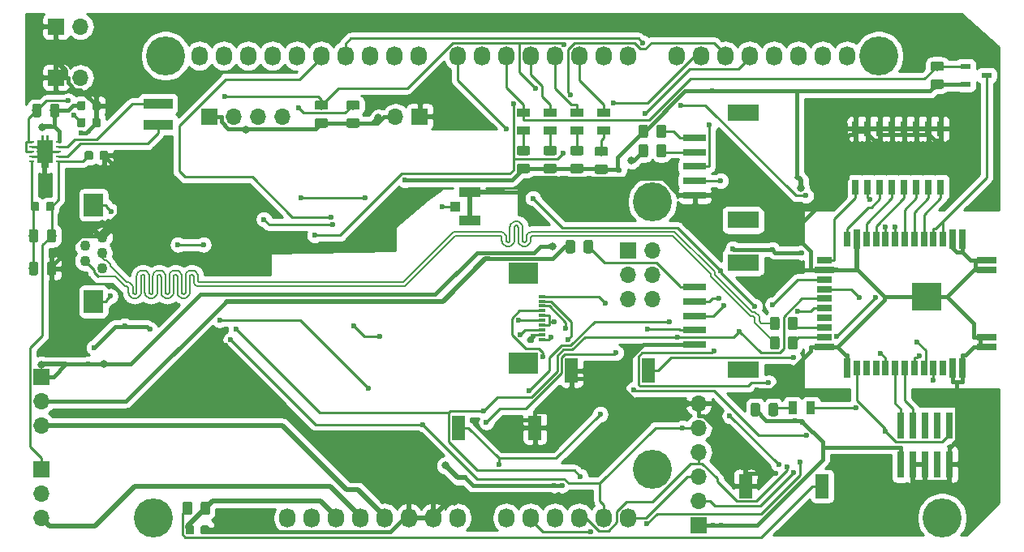
<source format=gtl>
G04 #@! TF.GenerationSoftware,KiCad,Pcbnew,(5.1.4)-1*
G04 #@! TF.CreationDate,2021-04-13T15:40:10+02:00*
G04 #@! TF.ProjectId,cSLIM-shield,63534c49-4d2d-4736-9869-656c642e6b69,rev?*
G04 #@! TF.SameCoordinates,Original*
G04 #@! TF.FileFunction,Copper,L1,Top*
G04 #@! TF.FilePolarity,Positive*
%FSLAX46Y46*%
G04 Gerber Fmt 4.6, Leading zero omitted, Abs format (unit mm)*
G04 Created by KiCad (PCBNEW (5.1.4)-1) date 2021-04-13 15:40:10*
%MOMM*%
%LPD*%
G04 APERTURE LIST*
%ADD10O,1.727200X2.032000*%
%ADD11C,4.064000*%
%ADD12R,1.700000X1.700000*%
%ADD13O,1.700000X1.700000*%
%ADD14C,0.250000*%
%ADD15C,0.875000*%
%ADD16R,0.700000X2.000000*%
%ADD17R,0.700000X1.500000*%
%ADD18R,1.500000X0.700000*%
%ADD19R,2.000000X0.700000*%
%ADD20R,3.030000X3.000000*%
%ADD21R,1.050000X1.000000*%
%ADD22R,2.200000X1.050000*%
%ADD23R,0.740000X2.795000*%
%ADD24R,2.400000X0.800000*%
%ADD25R,3.300000X1.800000*%
%ADD26R,3.050000X1.140000*%
%ADD27R,1.450000X0.950000*%
%ADD28R,1.400000X0.900000*%
%ADD29C,0.975000*%
%ADD30R,0.750000X1.600000*%
%ADD31R,1.400000X2.500000*%
%ADD32R,0.600000X0.240000*%
%ADD33C,1.650000*%
%ADD34C,0.500000*%
%ADD35R,1.050000X0.600000*%
%ADD36R,0.900000X1.400000*%
%ADD37C,1.100000*%
%ADD38R,2.000000X2.400000*%
%ADD39R,0.800000X0.300000*%
%ADD40R,3.050000X2.200000*%
%ADD41C,0.600000*%
%ADD42C,0.800000*%
%ADD43C,0.400000*%
%ADD44C,0.239800*%
%ADD45C,0.500000*%
%ADD46C,0.200000*%
%ADD47C,0.254000*%
G04 APERTURE END LIST*
D10*
X138938000Y-123825000D03*
X141478000Y-123825000D03*
X144018000Y-123825000D03*
X146558000Y-123825000D03*
X149098000Y-123825000D03*
X151638000Y-123825000D03*
X154178000Y-123825000D03*
X156718000Y-123825000D03*
X161798000Y-123825000D03*
X164338000Y-123825000D03*
X166878000Y-123825000D03*
X169418000Y-123825000D03*
X171958000Y-123825000D03*
X174498000Y-123825000D03*
X129794000Y-75565000D03*
X132334000Y-75565000D03*
X134874000Y-75565000D03*
X137414000Y-75565000D03*
X139954000Y-75565000D03*
X142494000Y-75565000D03*
X145034000Y-75565000D03*
X147574000Y-75565000D03*
X150114000Y-75565000D03*
X152654000Y-75565000D03*
X156718000Y-75565000D03*
X159258000Y-75565000D03*
X161798000Y-75565000D03*
X164338000Y-75565000D03*
X166878000Y-75565000D03*
X169418000Y-75565000D03*
X171958000Y-75565000D03*
X174498000Y-75565000D03*
D11*
X124968000Y-123825000D03*
X177038000Y-118745000D03*
X126238000Y-75565000D03*
X177038000Y-90805000D03*
D12*
X174498000Y-95885000D03*
D13*
X177038000Y-95885000D03*
X174498000Y-98425000D03*
X177038000Y-98425000D03*
X174498000Y-100965000D03*
X177038000Y-100965000D03*
D10*
X179578000Y-75565000D03*
X182118000Y-75565000D03*
X184658000Y-75565000D03*
X187198000Y-75565000D03*
X189738000Y-75565000D03*
X192278000Y-75565000D03*
X194818000Y-75565000D03*
X197358000Y-75565000D03*
D11*
X200660000Y-75565000D03*
X207264000Y-123825000D03*
D14*
G36*
X129018691Y-124621053D02*
G01*
X129039926Y-124624203D01*
X129060750Y-124629419D01*
X129080962Y-124636651D01*
X129100368Y-124645830D01*
X129118781Y-124656866D01*
X129136024Y-124669654D01*
X129151930Y-124684070D01*
X129166346Y-124699976D01*
X129179134Y-124717219D01*
X129190170Y-124735632D01*
X129199349Y-124755038D01*
X129206581Y-124775250D01*
X129211797Y-124796074D01*
X129214947Y-124817309D01*
X129216000Y-124838750D01*
X129216000Y-125351250D01*
X129214947Y-125372691D01*
X129211797Y-125393926D01*
X129206581Y-125414750D01*
X129199349Y-125434962D01*
X129190170Y-125454368D01*
X129179134Y-125472781D01*
X129166346Y-125490024D01*
X129151930Y-125505930D01*
X129136024Y-125520346D01*
X129118781Y-125533134D01*
X129100368Y-125544170D01*
X129080962Y-125553349D01*
X129060750Y-125560581D01*
X129039926Y-125565797D01*
X129018691Y-125568947D01*
X128997250Y-125570000D01*
X128559750Y-125570000D01*
X128538309Y-125568947D01*
X128517074Y-125565797D01*
X128496250Y-125560581D01*
X128476038Y-125553349D01*
X128456632Y-125544170D01*
X128438219Y-125533134D01*
X128420976Y-125520346D01*
X128405070Y-125505930D01*
X128390654Y-125490024D01*
X128377866Y-125472781D01*
X128366830Y-125454368D01*
X128357651Y-125434962D01*
X128350419Y-125414750D01*
X128345203Y-125393926D01*
X128342053Y-125372691D01*
X128341000Y-125351250D01*
X128341000Y-124838750D01*
X128342053Y-124817309D01*
X128345203Y-124796074D01*
X128350419Y-124775250D01*
X128357651Y-124755038D01*
X128366830Y-124735632D01*
X128377866Y-124717219D01*
X128390654Y-124699976D01*
X128405070Y-124684070D01*
X128420976Y-124669654D01*
X128438219Y-124656866D01*
X128456632Y-124645830D01*
X128476038Y-124636651D01*
X128496250Y-124629419D01*
X128517074Y-124624203D01*
X128538309Y-124621053D01*
X128559750Y-124620000D01*
X128997250Y-124620000D01*
X129018691Y-124621053D01*
X129018691Y-124621053D01*
G37*
D15*
X128778500Y-125095000D03*
D14*
G36*
X130593691Y-124621053D02*
G01*
X130614926Y-124624203D01*
X130635750Y-124629419D01*
X130655962Y-124636651D01*
X130675368Y-124645830D01*
X130693781Y-124656866D01*
X130711024Y-124669654D01*
X130726930Y-124684070D01*
X130741346Y-124699976D01*
X130754134Y-124717219D01*
X130765170Y-124735632D01*
X130774349Y-124755038D01*
X130781581Y-124775250D01*
X130786797Y-124796074D01*
X130789947Y-124817309D01*
X130791000Y-124838750D01*
X130791000Y-125351250D01*
X130789947Y-125372691D01*
X130786797Y-125393926D01*
X130781581Y-125414750D01*
X130774349Y-125434962D01*
X130765170Y-125454368D01*
X130754134Y-125472781D01*
X130741346Y-125490024D01*
X130726930Y-125505930D01*
X130711024Y-125520346D01*
X130693781Y-125533134D01*
X130675368Y-125544170D01*
X130655962Y-125553349D01*
X130635750Y-125560581D01*
X130614926Y-125565797D01*
X130593691Y-125568947D01*
X130572250Y-125570000D01*
X130134750Y-125570000D01*
X130113309Y-125568947D01*
X130092074Y-125565797D01*
X130071250Y-125560581D01*
X130051038Y-125553349D01*
X130031632Y-125544170D01*
X130013219Y-125533134D01*
X129995976Y-125520346D01*
X129980070Y-125505930D01*
X129965654Y-125490024D01*
X129952866Y-125472781D01*
X129941830Y-125454368D01*
X129932651Y-125434962D01*
X129925419Y-125414750D01*
X129920203Y-125393926D01*
X129917053Y-125372691D01*
X129916000Y-125351250D01*
X129916000Y-124838750D01*
X129917053Y-124817309D01*
X129920203Y-124796074D01*
X129925419Y-124775250D01*
X129932651Y-124755038D01*
X129941830Y-124735632D01*
X129952866Y-124717219D01*
X129965654Y-124699976D01*
X129980070Y-124684070D01*
X129995976Y-124669654D01*
X130013219Y-124656866D01*
X130031632Y-124645830D01*
X130051038Y-124636651D01*
X130071250Y-124629419D01*
X130092074Y-124624203D01*
X130113309Y-124621053D01*
X130134750Y-124620000D01*
X130572250Y-124620000D01*
X130593691Y-124621053D01*
X130593691Y-124621053D01*
G37*
D15*
X130353500Y-125095000D03*
D14*
G36*
X119264691Y-80298053D02*
G01*
X119285926Y-80301203D01*
X119306750Y-80306419D01*
X119326962Y-80313651D01*
X119346368Y-80322830D01*
X119364781Y-80333866D01*
X119382024Y-80346654D01*
X119397930Y-80361070D01*
X119412346Y-80376976D01*
X119425134Y-80394219D01*
X119436170Y-80412632D01*
X119445349Y-80432038D01*
X119452581Y-80452250D01*
X119457797Y-80473074D01*
X119460947Y-80494309D01*
X119462000Y-80515750D01*
X119462000Y-81028250D01*
X119460947Y-81049691D01*
X119457797Y-81070926D01*
X119452581Y-81091750D01*
X119445349Y-81111962D01*
X119436170Y-81131368D01*
X119425134Y-81149781D01*
X119412346Y-81167024D01*
X119397930Y-81182930D01*
X119382024Y-81197346D01*
X119364781Y-81210134D01*
X119346368Y-81221170D01*
X119326962Y-81230349D01*
X119306750Y-81237581D01*
X119285926Y-81242797D01*
X119264691Y-81245947D01*
X119243250Y-81247000D01*
X118805750Y-81247000D01*
X118784309Y-81245947D01*
X118763074Y-81242797D01*
X118742250Y-81237581D01*
X118722038Y-81230349D01*
X118702632Y-81221170D01*
X118684219Y-81210134D01*
X118666976Y-81197346D01*
X118651070Y-81182930D01*
X118636654Y-81167024D01*
X118623866Y-81149781D01*
X118612830Y-81131368D01*
X118603651Y-81111962D01*
X118596419Y-81091750D01*
X118591203Y-81070926D01*
X118588053Y-81049691D01*
X118587000Y-81028250D01*
X118587000Y-80515750D01*
X118588053Y-80494309D01*
X118591203Y-80473074D01*
X118596419Y-80452250D01*
X118603651Y-80432038D01*
X118612830Y-80412632D01*
X118623866Y-80394219D01*
X118636654Y-80376976D01*
X118651070Y-80361070D01*
X118666976Y-80346654D01*
X118684219Y-80333866D01*
X118702632Y-80322830D01*
X118722038Y-80313651D01*
X118742250Y-80306419D01*
X118763074Y-80301203D01*
X118784309Y-80298053D01*
X118805750Y-80297000D01*
X119243250Y-80297000D01*
X119264691Y-80298053D01*
X119264691Y-80298053D01*
G37*
D15*
X119024500Y-80772000D03*
D14*
G36*
X117689691Y-80298053D02*
G01*
X117710926Y-80301203D01*
X117731750Y-80306419D01*
X117751962Y-80313651D01*
X117771368Y-80322830D01*
X117789781Y-80333866D01*
X117807024Y-80346654D01*
X117822930Y-80361070D01*
X117837346Y-80376976D01*
X117850134Y-80394219D01*
X117861170Y-80412632D01*
X117870349Y-80432038D01*
X117877581Y-80452250D01*
X117882797Y-80473074D01*
X117885947Y-80494309D01*
X117887000Y-80515750D01*
X117887000Y-81028250D01*
X117885947Y-81049691D01*
X117882797Y-81070926D01*
X117877581Y-81091750D01*
X117870349Y-81111962D01*
X117861170Y-81131368D01*
X117850134Y-81149781D01*
X117837346Y-81167024D01*
X117822930Y-81182930D01*
X117807024Y-81197346D01*
X117789781Y-81210134D01*
X117771368Y-81221170D01*
X117751962Y-81230349D01*
X117731750Y-81237581D01*
X117710926Y-81242797D01*
X117689691Y-81245947D01*
X117668250Y-81247000D01*
X117230750Y-81247000D01*
X117209309Y-81245947D01*
X117188074Y-81242797D01*
X117167250Y-81237581D01*
X117147038Y-81230349D01*
X117127632Y-81221170D01*
X117109219Y-81210134D01*
X117091976Y-81197346D01*
X117076070Y-81182930D01*
X117061654Y-81167024D01*
X117048866Y-81149781D01*
X117037830Y-81131368D01*
X117028651Y-81111962D01*
X117021419Y-81091750D01*
X117016203Y-81070926D01*
X117013053Y-81049691D01*
X117012000Y-81028250D01*
X117012000Y-80515750D01*
X117013053Y-80494309D01*
X117016203Y-80473074D01*
X117021419Y-80452250D01*
X117028651Y-80432038D01*
X117037830Y-80412632D01*
X117048866Y-80394219D01*
X117061654Y-80376976D01*
X117076070Y-80361070D01*
X117091976Y-80346654D01*
X117109219Y-80333866D01*
X117127632Y-80322830D01*
X117147038Y-80313651D01*
X117167250Y-80306419D01*
X117188074Y-80301203D01*
X117209309Y-80298053D01*
X117230750Y-80297000D01*
X117668250Y-80297000D01*
X117689691Y-80298053D01*
X117689691Y-80298053D01*
G37*
D15*
X117449500Y-80772000D03*
D14*
G36*
X117689691Y-82076053D02*
G01*
X117710926Y-82079203D01*
X117731750Y-82084419D01*
X117751962Y-82091651D01*
X117771368Y-82100830D01*
X117789781Y-82111866D01*
X117807024Y-82124654D01*
X117822930Y-82139070D01*
X117837346Y-82154976D01*
X117850134Y-82172219D01*
X117861170Y-82190632D01*
X117870349Y-82210038D01*
X117877581Y-82230250D01*
X117882797Y-82251074D01*
X117885947Y-82272309D01*
X117887000Y-82293750D01*
X117887000Y-82806250D01*
X117885947Y-82827691D01*
X117882797Y-82848926D01*
X117877581Y-82869750D01*
X117870349Y-82889962D01*
X117861170Y-82909368D01*
X117850134Y-82927781D01*
X117837346Y-82945024D01*
X117822930Y-82960930D01*
X117807024Y-82975346D01*
X117789781Y-82988134D01*
X117771368Y-82999170D01*
X117751962Y-83008349D01*
X117731750Y-83015581D01*
X117710926Y-83020797D01*
X117689691Y-83023947D01*
X117668250Y-83025000D01*
X117230750Y-83025000D01*
X117209309Y-83023947D01*
X117188074Y-83020797D01*
X117167250Y-83015581D01*
X117147038Y-83008349D01*
X117127632Y-82999170D01*
X117109219Y-82988134D01*
X117091976Y-82975346D01*
X117076070Y-82960930D01*
X117061654Y-82945024D01*
X117048866Y-82927781D01*
X117037830Y-82909368D01*
X117028651Y-82889962D01*
X117021419Y-82869750D01*
X117016203Y-82848926D01*
X117013053Y-82827691D01*
X117012000Y-82806250D01*
X117012000Y-82293750D01*
X117013053Y-82272309D01*
X117016203Y-82251074D01*
X117021419Y-82230250D01*
X117028651Y-82210038D01*
X117037830Y-82190632D01*
X117048866Y-82172219D01*
X117061654Y-82154976D01*
X117076070Y-82139070D01*
X117091976Y-82124654D01*
X117109219Y-82111866D01*
X117127632Y-82100830D01*
X117147038Y-82091651D01*
X117167250Y-82084419D01*
X117188074Y-82079203D01*
X117209309Y-82076053D01*
X117230750Y-82075000D01*
X117668250Y-82075000D01*
X117689691Y-82076053D01*
X117689691Y-82076053D01*
G37*
D15*
X117449500Y-82550000D03*
D14*
G36*
X119264691Y-82076053D02*
G01*
X119285926Y-82079203D01*
X119306750Y-82084419D01*
X119326962Y-82091651D01*
X119346368Y-82100830D01*
X119364781Y-82111866D01*
X119382024Y-82124654D01*
X119397930Y-82139070D01*
X119412346Y-82154976D01*
X119425134Y-82172219D01*
X119436170Y-82190632D01*
X119445349Y-82210038D01*
X119452581Y-82230250D01*
X119457797Y-82251074D01*
X119460947Y-82272309D01*
X119462000Y-82293750D01*
X119462000Y-82806250D01*
X119460947Y-82827691D01*
X119457797Y-82848926D01*
X119452581Y-82869750D01*
X119445349Y-82889962D01*
X119436170Y-82909368D01*
X119425134Y-82927781D01*
X119412346Y-82945024D01*
X119397930Y-82960930D01*
X119382024Y-82975346D01*
X119364781Y-82988134D01*
X119346368Y-82999170D01*
X119326962Y-83008349D01*
X119306750Y-83015581D01*
X119285926Y-83020797D01*
X119264691Y-83023947D01*
X119243250Y-83025000D01*
X118805750Y-83025000D01*
X118784309Y-83023947D01*
X118763074Y-83020797D01*
X118742250Y-83015581D01*
X118722038Y-83008349D01*
X118702632Y-82999170D01*
X118684219Y-82988134D01*
X118666976Y-82975346D01*
X118651070Y-82960930D01*
X118636654Y-82945024D01*
X118623866Y-82927781D01*
X118612830Y-82909368D01*
X118603651Y-82889962D01*
X118596419Y-82869750D01*
X118591203Y-82848926D01*
X118588053Y-82827691D01*
X118587000Y-82806250D01*
X118587000Y-82293750D01*
X118588053Y-82272309D01*
X118591203Y-82251074D01*
X118596419Y-82230250D01*
X118603651Y-82210038D01*
X118612830Y-82190632D01*
X118623866Y-82172219D01*
X118636654Y-82154976D01*
X118651070Y-82139070D01*
X118666976Y-82124654D01*
X118684219Y-82111866D01*
X118702632Y-82100830D01*
X118722038Y-82091651D01*
X118742250Y-82084419D01*
X118763074Y-82079203D01*
X118784309Y-82076053D01*
X118805750Y-82075000D01*
X119243250Y-82075000D01*
X119264691Y-82076053D01*
X119264691Y-82076053D01*
G37*
D15*
X119024500Y-82550000D03*
D14*
G36*
X118477691Y-85505053D02*
G01*
X118498926Y-85508203D01*
X118519750Y-85513419D01*
X118539962Y-85520651D01*
X118559368Y-85529830D01*
X118577781Y-85540866D01*
X118595024Y-85553654D01*
X118610930Y-85568070D01*
X118625346Y-85583976D01*
X118638134Y-85601219D01*
X118649170Y-85619632D01*
X118658349Y-85639038D01*
X118665581Y-85659250D01*
X118670797Y-85680074D01*
X118673947Y-85701309D01*
X118675000Y-85722750D01*
X118675000Y-86235250D01*
X118673947Y-86256691D01*
X118670797Y-86277926D01*
X118665581Y-86298750D01*
X118658349Y-86318962D01*
X118649170Y-86338368D01*
X118638134Y-86356781D01*
X118625346Y-86374024D01*
X118610930Y-86389930D01*
X118595024Y-86404346D01*
X118577781Y-86417134D01*
X118559368Y-86428170D01*
X118539962Y-86437349D01*
X118519750Y-86444581D01*
X118498926Y-86449797D01*
X118477691Y-86452947D01*
X118456250Y-86454000D01*
X118018750Y-86454000D01*
X117997309Y-86452947D01*
X117976074Y-86449797D01*
X117955250Y-86444581D01*
X117935038Y-86437349D01*
X117915632Y-86428170D01*
X117897219Y-86417134D01*
X117879976Y-86404346D01*
X117864070Y-86389930D01*
X117849654Y-86374024D01*
X117836866Y-86356781D01*
X117825830Y-86338368D01*
X117816651Y-86318962D01*
X117809419Y-86298750D01*
X117804203Y-86277926D01*
X117801053Y-86256691D01*
X117800000Y-86235250D01*
X117800000Y-85722750D01*
X117801053Y-85701309D01*
X117804203Y-85680074D01*
X117809419Y-85659250D01*
X117816651Y-85639038D01*
X117825830Y-85619632D01*
X117836866Y-85601219D01*
X117849654Y-85583976D01*
X117864070Y-85568070D01*
X117879976Y-85553654D01*
X117897219Y-85540866D01*
X117915632Y-85529830D01*
X117935038Y-85520651D01*
X117955250Y-85513419D01*
X117976074Y-85508203D01*
X117997309Y-85505053D01*
X118018750Y-85504000D01*
X118456250Y-85504000D01*
X118477691Y-85505053D01*
X118477691Y-85505053D01*
G37*
D15*
X118237500Y-85979000D03*
D14*
G36*
X120052691Y-85505053D02*
G01*
X120073926Y-85508203D01*
X120094750Y-85513419D01*
X120114962Y-85520651D01*
X120134368Y-85529830D01*
X120152781Y-85540866D01*
X120170024Y-85553654D01*
X120185930Y-85568070D01*
X120200346Y-85583976D01*
X120213134Y-85601219D01*
X120224170Y-85619632D01*
X120233349Y-85639038D01*
X120240581Y-85659250D01*
X120245797Y-85680074D01*
X120248947Y-85701309D01*
X120250000Y-85722750D01*
X120250000Y-86235250D01*
X120248947Y-86256691D01*
X120245797Y-86277926D01*
X120240581Y-86298750D01*
X120233349Y-86318962D01*
X120224170Y-86338368D01*
X120213134Y-86356781D01*
X120200346Y-86374024D01*
X120185930Y-86389930D01*
X120170024Y-86404346D01*
X120152781Y-86417134D01*
X120134368Y-86428170D01*
X120114962Y-86437349D01*
X120094750Y-86444581D01*
X120073926Y-86449797D01*
X120052691Y-86452947D01*
X120031250Y-86454000D01*
X119593750Y-86454000D01*
X119572309Y-86452947D01*
X119551074Y-86449797D01*
X119530250Y-86444581D01*
X119510038Y-86437349D01*
X119490632Y-86428170D01*
X119472219Y-86417134D01*
X119454976Y-86404346D01*
X119439070Y-86389930D01*
X119424654Y-86374024D01*
X119411866Y-86356781D01*
X119400830Y-86338368D01*
X119391651Y-86318962D01*
X119384419Y-86298750D01*
X119379203Y-86277926D01*
X119376053Y-86256691D01*
X119375000Y-86235250D01*
X119375000Y-85722750D01*
X119376053Y-85701309D01*
X119379203Y-85680074D01*
X119384419Y-85659250D01*
X119391651Y-85639038D01*
X119400830Y-85619632D01*
X119411866Y-85601219D01*
X119424654Y-85583976D01*
X119439070Y-85568070D01*
X119454976Y-85553654D01*
X119472219Y-85540866D01*
X119490632Y-85529830D01*
X119510038Y-85520651D01*
X119530250Y-85513419D01*
X119551074Y-85508203D01*
X119572309Y-85505053D01*
X119593750Y-85504000D01*
X120031250Y-85504000D01*
X120052691Y-85505053D01*
X120052691Y-85505053D01*
G37*
D15*
X119812500Y-85979000D03*
D16*
X209374000Y-94690000D03*
X208374000Y-94690000D03*
D17*
X207374000Y-94690000D03*
X206374000Y-94690000D03*
X205374000Y-94690000D03*
X204374000Y-94690000D03*
X203374000Y-94690000D03*
X202374000Y-94690000D03*
X201374000Y-94690000D03*
X200374000Y-94690000D03*
X199374000Y-94690000D03*
D16*
X198374000Y-94690000D03*
D17*
X197374000Y-94690000D03*
D18*
X194954000Y-96940000D03*
D19*
X194954000Y-97940000D03*
D18*
X194954000Y-98940000D03*
X194954000Y-99940000D03*
X194954000Y-100940000D03*
X194954000Y-101940000D03*
X194954000Y-102940000D03*
X194954000Y-103940000D03*
X194954000Y-104940000D03*
D19*
X194954000Y-105940000D03*
D16*
X197374000Y-108190000D03*
D17*
X198374000Y-108190000D03*
X199374000Y-108190000D03*
X200374000Y-108190000D03*
X201374000Y-108190000D03*
X202374000Y-108190000D03*
X203374000Y-108190000D03*
X204374000Y-108190000D03*
X205374000Y-108190000D03*
X206374000Y-108190000D03*
X207374000Y-108190000D03*
D16*
X208374000Y-108190000D03*
X209374000Y-108190000D03*
D19*
X211954000Y-105940000D03*
X211954000Y-104940000D03*
X211954000Y-97940000D03*
X211954000Y-96940000D03*
D20*
X205624000Y-100740000D03*
D13*
X113284000Y-123825000D03*
X113284000Y-121285000D03*
D12*
X113284000Y-118745000D03*
X113284000Y-109093000D03*
D13*
X113284000Y-111633000D03*
X113284000Y-114173000D03*
D12*
X114808000Y-72517000D03*
D13*
X117348000Y-72517000D03*
D12*
X130810000Y-81915000D03*
D13*
X133350000Y-81915000D03*
X135890000Y-81915000D03*
X138430000Y-81915000D03*
D12*
X181864000Y-124587000D03*
D13*
X181864000Y-122047000D03*
X181864000Y-119507000D03*
X181864000Y-116967000D03*
X181864000Y-114427000D03*
X181864000Y-111887000D03*
D21*
X156464000Y-91313000D03*
D22*
X157989000Y-89838000D03*
X157989000Y-92788000D03*
D23*
X202946000Y-118237500D03*
X202946000Y-114172500D03*
X204216000Y-118237500D03*
X204216000Y-114172500D03*
X205486000Y-118237500D03*
X205486000Y-114172500D03*
X206756000Y-118237500D03*
X206756000Y-114172500D03*
X208026000Y-118237500D03*
X208026000Y-114172500D03*
D24*
X181458000Y-99743000D03*
X181458000Y-101243000D03*
X181458000Y-102743000D03*
X181458000Y-104243000D03*
X181458000Y-105743000D03*
D25*
X186508000Y-97143000D03*
X186508000Y-108343000D03*
D26*
X125476000Y-80581000D03*
X125476000Y-82741000D03*
D27*
X171958000Y-81473000D03*
X171958000Y-83373000D03*
D28*
X169164000Y-81473000D03*
X169164000Y-83373000D03*
X166370000Y-83373000D03*
X166370000Y-81473000D03*
X163576000Y-81473000D03*
X163576000Y-83373000D03*
D14*
G36*
X190084142Y-104838174D02*
G01*
X190107803Y-104841684D01*
X190131007Y-104847496D01*
X190153529Y-104855554D01*
X190175153Y-104865782D01*
X190195670Y-104878079D01*
X190214883Y-104892329D01*
X190232607Y-104908393D01*
X190248671Y-104926117D01*
X190262921Y-104945330D01*
X190275218Y-104965847D01*
X190285446Y-104987471D01*
X190293504Y-105009993D01*
X190299316Y-105033197D01*
X190302826Y-105056858D01*
X190304000Y-105080750D01*
X190304000Y-105993250D01*
X190302826Y-106017142D01*
X190299316Y-106040803D01*
X190293504Y-106064007D01*
X190285446Y-106086529D01*
X190275218Y-106108153D01*
X190262921Y-106128670D01*
X190248671Y-106147883D01*
X190232607Y-106165607D01*
X190214883Y-106181671D01*
X190195670Y-106195921D01*
X190175153Y-106208218D01*
X190153529Y-106218446D01*
X190131007Y-106226504D01*
X190107803Y-106232316D01*
X190084142Y-106235826D01*
X190060250Y-106237000D01*
X189572750Y-106237000D01*
X189548858Y-106235826D01*
X189525197Y-106232316D01*
X189501993Y-106226504D01*
X189479471Y-106218446D01*
X189457847Y-106208218D01*
X189437330Y-106195921D01*
X189418117Y-106181671D01*
X189400393Y-106165607D01*
X189384329Y-106147883D01*
X189370079Y-106128670D01*
X189357782Y-106108153D01*
X189347554Y-106086529D01*
X189339496Y-106064007D01*
X189333684Y-106040803D01*
X189330174Y-106017142D01*
X189329000Y-105993250D01*
X189329000Y-105080750D01*
X189330174Y-105056858D01*
X189333684Y-105033197D01*
X189339496Y-105009993D01*
X189347554Y-104987471D01*
X189357782Y-104965847D01*
X189370079Y-104945330D01*
X189384329Y-104926117D01*
X189400393Y-104908393D01*
X189418117Y-104892329D01*
X189437330Y-104878079D01*
X189457847Y-104865782D01*
X189479471Y-104855554D01*
X189501993Y-104847496D01*
X189525197Y-104841684D01*
X189548858Y-104838174D01*
X189572750Y-104837000D01*
X190060250Y-104837000D01*
X190084142Y-104838174D01*
X190084142Y-104838174D01*
G37*
D29*
X189816500Y-105537000D03*
D14*
G36*
X191959142Y-104838174D02*
G01*
X191982803Y-104841684D01*
X192006007Y-104847496D01*
X192028529Y-104855554D01*
X192050153Y-104865782D01*
X192070670Y-104878079D01*
X192089883Y-104892329D01*
X192107607Y-104908393D01*
X192123671Y-104926117D01*
X192137921Y-104945330D01*
X192150218Y-104965847D01*
X192160446Y-104987471D01*
X192168504Y-105009993D01*
X192174316Y-105033197D01*
X192177826Y-105056858D01*
X192179000Y-105080750D01*
X192179000Y-105993250D01*
X192177826Y-106017142D01*
X192174316Y-106040803D01*
X192168504Y-106064007D01*
X192160446Y-106086529D01*
X192150218Y-106108153D01*
X192137921Y-106128670D01*
X192123671Y-106147883D01*
X192107607Y-106165607D01*
X192089883Y-106181671D01*
X192070670Y-106195921D01*
X192050153Y-106208218D01*
X192028529Y-106218446D01*
X192006007Y-106226504D01*
X191982803Y-106232316D01*
X191959142Y-106235826D01*
X191935250Y-106237000D01*
X191447750Y-106237000D01*
X191423858Y-106235826D01*
X191400197Y-106232316D01*
X191376993Y-106226504D01*
X191354471Y-106218446D01*
X191332847Y-106208218D01*
X191312330Y-106195921D01*
X191293117Y-106181671D01*
X191275393Y-106165607D01*
X191259329Y-106147883D01*
X191245079Y-106128670D01*
X191232782Y-106108153D01*
X191222554Y-106086529D01*
X191214496Y-106064007D01*
X191208684Y-106040803D01*
X191205174Y-106017142D01*
X191204000Y-105993250D01*
X191204000Y-105080750D01*
X191205174Y-105056858D01*
X191208684Y-105033197D01*
X191214496Y-105009993D01*
X191222554Y-104987471D01*
X191232782Y-104965847D01*
X191245079Y-104945330D01*
X191259329Y-104926117D01*
X191275393Y-104908393D01*
X191293117Y-104892329D01*
X191312330Y-104878079D01*
X191332847Y-104865782D01*
X191354471Y-104855554D01*
X191376993Y-104847496D01*
X191400197Y-104841684D01*
X191423858Y-104838174D01*
X191447750Y-104837000D01*
X191935250Y-104837000D01*
X191959142Y-104838174D01*
X191959142Y-104838174D01*
G37*
D29*
X191691500Y-105537000D03*
D14*
G36*
X190084142Y-102806174D02*
G01*
X190107803Y-102809684D01*
X190131007Y-102815496D01*
X190153529Y-102823554D01*
X190175153Y-102833782D01*
X190195670Y-102846079D01*
X190214883Y-102860329D01*
X190232607Y-102876393D01*
X190248671Y-102894117D01*
X190262921Y-102913330D01*
X190275218Y-102933847D01*
X190285446Y-102955471D01*
X190293504Y-102977993D01*
X190299316Y-103001197D01*
X190302826Y-103024858D01*
X190304000Y-103048750D01*
X190304000Y-103961250D01*
X190302826Y-103985142D01*
X190299316Y-104008803D01*
X190293504Y-104032007D01*
X190285446Y-104054529D01*
X190275218Y-104076153D01*
X190262921Y-104096670D01*
X190248671Y-104115883D01*
X190232607Y-104133607D01*
X190214883Y-104149671D01*
X190195670Y-104163921D01*
X190175153Y-104176218D01*
X190153529Y-104186446D01*
X190131007Y-104194504D01*
X190107803Y-104200316D01*
X190084142Y-104203826D01*
X190060250Y-104205000D01*
X189572750Y-104205000D01*
X189548858Y-104203826D01*
X189525197Y-104200316D01*
X189501993Y-104194504D01*
X189479471Y-104186446D01*
X189457847Y-104176218D01*
X189437330Y-104163921D01*
X189418117Y-104149671D01*
X189400393Y-104133607D01*
X189384329Y-104115883D01*
X189370079Y-104096670D01*
X189357782Y-104076153D01*
X189347554Y-104054529D01*
X189339496Y-104032007D01*
X189333684Y-104008803D01*
X189330174Y-103985142D01*
X189329000Y-103961250D01*
X189329000Y-103048750D01*
X189330174Y-103024858D01*
X189333684Y-103001197D01*
X189339496Y-102977993D01*
X189347554Y-102955471D01*
X189357782Y-102933847D01*
X189370079Y-102913330D01*
X189384329Y-102894117D01*
X189400393Y-102876393D01*
X189418117Y-102860329D01*
X189437330Y-102846079D01*
X189457847Y-102833782D01*
X189479471Y-102823554D01*
X189501993Y-102815496D01*
X189525197Y-102809684D01*
X189548858Y-102806174D01*
X189572750Y-102805000D01*
X190060250Y-102805000D01*
X190084142Y-102806174D01*
X190084142Y-102806174D01*
G37*
D29*
X189816500Y-103505000D03*
D14*
G36*
X191959142Y-102806174D02*
G01*
X191982803Y-102809684D01*
X192006007Y-102815496D01*
X192028529Y-102823554D01*
X192050153Y-102833782D01*
X192070670Y-102846079D01*
X192089883Y-102860329D01*
X192107607Y-102876393D01*
X192123671Y-102894117D01*
X192137921Y-102913330D01*
X192150218Y-102933847D01*
X192160446Y-102955471D01*
X192168504Y-102977993D01*
X192174316Y-103001197D01*
X192177826Y-103024858D01*
X192179000Y-103048750D01*
X192179000Y-103961250D01*
X192177826Y-103985142D01*
X192174316Y-104008803D01*
X192168504Y-104032007D01*
X192160446Y-104054529D01*
X192150218Y-104076153D01*
X192137921Y-104096670D01*
X192123671Y-104115883D01*
X192107607Y-104133607D01*
X192089883Y-104149671D01*
X192070670Y-104163921D01*
X192050153Y-104176218D01*
X192028529Y-104186446D01*
X192006007Y-104194504D01*
X191982803Y-104200316D01*
X191959142Y-104203826D01*
X191935250Y-104205000D01*
X191447750Y-104205000D01*
X191423858Y-104203826D01*
X191400197Y-104200316D01*
X191376993Y-104194504D01*
X191354471Y-104186446D01*
X191332847Y-104176218D01*
X191312330Y-104163921D01*
X191293117Y-104149671D01*
X191275393Y-104133607D01*
X191259329Y-104115883D01*
X191245079Y-104096670D01*
X191232782Y-104076153D01*
X191222554Y-104054529D01*
X191214496Y-104032007D01*
X191208684Y-104008803D01*
X191205174Y-103985142D01*
X191204000Y-103961250D01*
X191204000Y-103048750D01*
X191205174Y-103024858D01*
X191208684Y-103001197D01*
X191214496Y-102977993D01*
X191222554Y-102955471D01*
X191232782Y-102933847D01*
X191245079Y-102913330D01*
X191259329Y-102894117D01*
X191275393Y-102876393D01*
X191293117Y-102860329D01*
X191312330Y-102846079D01*
X191332847Y-102833782D01*
X191354471Y-102823554D01*
X191376993Y-102815496D01*
X191400197Y-102809684D01*
X191423858Y-102806174D01*
X191447750Y-102805000D01*
X191935250Y-102805000D01*
X191959142Y-102806174D01*
X191959142Y-102806174D01*
G37*
D29*
X191691500Y-103505000D03*
D14*
G36*
X172184142Y-85063174D02*
G01*
X172207803Y-85066684D01*
X172231007Y-85072496D01*
X172253529Y-85080554D01*
X172275153Y-85090782D01*
X172295670Y-85103079D01*
X172314883Y-85117329D01*
X172332607Y-85133393D01*
X172348671Y-85151117D01*
X172362921Y-85170330D01*
X172375218Y-85190847D01*
X172385446Y-85212471D01*
X172393504Y-85234993D01*
X172399316Y-85258197D01*
X172402826Y-85281858D01*
X172404000Y-85305750D01*
X172404000Y-85793250D01*
X172402826Y-85817142D01*
X172399316Y-85840803D01*
X172393504Y-85864007D01*
X172385446Y-85886529D01*
X172375218Y-85908153D01*
X172362921Y-85928670D01*
X172348671Y-85947883D01*
X172332607Y-85965607D01*
X172314883Y-85981671D01*
X172295670Y-85995921D01*
X172275153Y-86008218D01*
X172253529Y-86018446D01*
X172231007Y-86026504D01*
X172207803Y-86032316D01*
X172184142Y-86035826D01*
X172160250Y-86037000D01*
X171247750Y-86037000D01*
X171223858Y-86035826D01*
X171200197Y-86032316D01*
X171176993Y-86026504D01*
X171154471Y-86018446D01*
X171132847Y-86008218D01*
X171112330Y-85995921D01*
X171093117Y-85981671D01*
X171075393Y-85965607D01*
X171059329Y-85947883D01*
X171045079Y-85928670D01*
X171032782Y-85908153D01*
X171022554Y-85886529D01*
X171014496Y-85864007D01*
X171008684Y-85840803D01*
X171005174Y-85817142D01*
X171004000Y-85793250D01*
X171004000Y-85305750D01*
X171005174Y-85281858D01*
X171008684Y-85258197D01*
X171014496Y-85234993D01*
X171022554Y-85212471D01*
X171032782Y-85190847D01*
X171045079Y-85170330D01*
X171059329Y-85151117D01*
X171075393Y-85133393D01*
X171093117Y-85117329D01*
X171112330Y-85103079D01*
X171132847Y-85090782D01*
X171154471Y-85080554D01*
X171176993Y-85072496D01*
X171200197Y-85066684D01*
X171223858Y-85063174D01*
X171247750Y-85062000D01*
X172160250Y-85062000D01*
X172184142Y-85063174D01*
X172184142Y-85063174D01*
G37*
D29*
X171704000Y-85549500D03*
D14*
G36*
X172184142Y-86938174D02*
G01*
X172207803Y-86941684D01*
X172231007Y-86947496D01*
X172253529Y-86955554D01*
X172275153Y-86965782D01*
X172295670Y-86978079D01*
X172314883Y-86992329D01*
X172332607Y-87008393D01*
X172348671Y-87026117D01*
X172362921Y-87045330D01*
X172375218Y-87065847D01*
X172385446Y-87087471D01*
X172393504Y-87109993D01*
X172399316Y-87133197D01*
X172402826Y-87156858D01*
X172404000Y-87180750D01*
X172404000Y-87668250D01*
X172402826Y-87692142D01*
X172399316Y-87715803D01*
X172393504Y-87739007D01*
X172385446Y-87761529D01*
X172375218Y-87783153D01*
X172362921Y-87803670D01*
X172348671Y-87822883D01*
X172332607Y-87840607D01*
X172314883Y-87856671D01*
X172295670Y-87870921D01*
X172275153Y-87883218D01*
X172253529Y-87893446D01*
X172231007Y-87901504D01*
X172207803Y-87907316D01*
X172184142Y-87910826D01*
X172160250Y-87912000D01*
X171247750Y-87912000D01*
X171223858Y-87910826D01*
X171200197Y-87907316D01*
X171176993Y-87901504D01*
X171154471Y-87893446D01*
X171132847Y-87883218D01*
X171112330Y-87870921D01*
X171093117Y-87856671D01*
X171075393Y-87840607D01*
X171059329Y-87822883D01*
X171045079Y-87803670D01*
X171032782Y-87783153D01*
X171022554Y-87761529D01*
X171014496Y-87739007D01*
X171008684Y-87715803D01*
X171005174Y-87692142D01*
X171004000Y-87668250D01*
X171004000Y-87180750D01*
X171005174Y-87156858D01*
X171008684Y-87133197D01*
X171014496Y-87109993D01*
X171022554Y-87087471D01*
X171032782Y-87065847D01*
X171045079Y-87045330D01*
X171059329Y-87026117D01*
X171075393Y-87008393D01*
X171093117Y-86992329D01*
X171112330Y-86978079D01*
X171132847Y-86965782D01*
X171154471Y-86955554D01*
X171176993Y-86947496D01*
X171200197Y-86941684D01*
X171223858Y-86938174D01*
X171247750Y-86937000D01*
X172160250Y-86937000D01*
X172184142Y-86938174D01*
X172184142Y-86938174D01*
G37*
D29*
X171704000Y-87424500D03*
D14*
G36*
X169644142Y-86859674D02*
G01*
X169667803Y-86863184D01*
X169691007Y-86868996D01*
X169713529Y-86877054D01*
X169735153Y-86887282D01*
X169755670Y-86899579D01*
X169774883Y-86913829D01*
X169792607Y-86929893D01*
X169808671Y-86947617D01*
X169822921Y-86966830D01*
X169835218Y-86987347D01*
X169845446Y-87008971D01*
X169853504Y-87031493D01*
X169859316Y-87054697D01*
X169862826Y-87078358D01*
X169864000Y-87102250D01*
X169864000Y-87589750D01*
X169862826Y-87613642D01*
X169859316Y-87637303D01*
X169853504Y-87660507D01*
X169845446Y-87683029D01*
X169835218Y-87704653D01*
X169822921Y-87725170D01*
X169808671Y-87744383D01*
X169792607Y-87762107D01*
X169774883Y-87778171D01*
X169755670Y-87792421D01*
X169735153Y-87804718D01*
X169713529Y-87814946D01*
X169691007Y-87823004D01*
X169667803Y-87828816D01*
X169644142Y-87832326D01*
X169620250Y-87833500D01*
X168707750Y-87833500D01*
X168683858Y-87832326D01*
X168660197Y-87828816D01*
X168636993Y-87823004D01*
X168614471Y-87814946D01*
X168592847Y-87804718D01*
X168572330Y-87792421D01*
X168553117Y-87778171D01*
X168535393Y-87762107D01*
X168519329Y-87744383D01*
X168505079Y-87725170D01*
X168492782Y-87704653D01*
X168482554Y-87683029D01*
X168474496Y-87660507D01*
X168468684Y-87637303D01*
X168465174Y-87613642D01*
X168464000Y-87589750D01*
X168464000Y-87102250D01*
X168465174Y-87078358D01*
X168468684Y-87054697D01*
X168474496Y-87031493D01*
X168482554Y-87008971D01*
X168492782Y-86987347D01*
X168505079Y-86966830D01*
X168519329Y-86947617D01*
X168535393Y-86929893D01*
X168553117Y-86913829D01*
X168572330Y-86899579D01*
X168592847Y-86887282D01*
X168614471Y-86877054D01*
X168636993Y-86868996D01*
X168660197Y-86863184D01*
X168683858Y-86859674D01*
X168707750Y-86858500D01*
X169620250Y-86858500D01*
X169644142Y-86859674D01*
X169644142Y-86859674D01*
G37*
D29*
X169164000Y-87346000D03*
D14*
G36*
X169644142Y-84984674D02*
G01*
X169667803Y-84988184D01*
X169691007Y-84993996D01*
X169713529Y-85002054D01*
X169735153Y-85012282D01*
X169755670Y-85024579D01*
X169774883Y-85038829D01*
X169792607Y-85054893D01*
X169808671Y-85072617D01*
X169822921Y-85091830D01*
X169835218Y-85112347D01*
X169845446Y-85133971D01*
X169853504Y-85156493D01*
X169859316Y-85179697D01*
X169862826Y-85203358D01*
X169864000Y-85227250D01*
X169864000Y-85714750D01*
X169862826Y-85738642D01*
X169859316Y-85762303D01*
X169853504Y-85785507D01*
X169845446Y-85808029D01*
X169835218Y-85829653D01*
X169822921Y-85850170D01*
X169808671Y-85869383D01*
X169792607Y-85887107D01*
X169774883Y-85903171D01*
X169755670Y-85917421D01*
X169735153Y-85929718D01*
X169713529Y-85939946D01*
X169691007Y-85948004D01*
X169667803Y-85953816D01*
X169644142Y-85957326D01*
X169620250Y-85958500D01*
X168707750Y-85958500D01*
X168683858Y-85957326D01*
X168660197Y-85953816D01*
X168636993Y-85948004D01*
X168614471Y-85939946D01*
X168592847Y-85929718D01*
X168572330Y-85917421D01*
X168553117Y-85903171D01*
X168535393Y-85887107D01*
X168519329Y-85869383D01*
X168505079Y-85850170D01*
X168492782Y-85829653D01*
X168482554Y-85808029D01*
X168474496Y-85785507D01*
X168468684Y-85762303D01*
X168465174Y-85738642D01*
X168464000Y-85714750D01*
X168464000Y-85227250D01*
X168465174Y-85203358D01*
X168468684Y-85179697D01*
X168474496Y-85156493D01*
X168482554Y-85133971D01*
X168492782Y-85112347D01*
X168505079Y-85091830D01*
X168519329Y-85072617D01*
X168535393Y-85054893D01*
X168553117Y-85038829D01*
X168572330Y-85024579D01*
X168592847Y-85012282D01*
X168614471Y-85002054D01*
X168636993Y-84993996D01*
X168660197Y-84988184D01*
X168683858Y-84984674D01*
X168707750Y-84983500D01*
X169620250Y-84983500D01*
X169644142Y-84984674D01*
X169644142Y-84984674D01*
G37*
D29*
X169164000Y-85471000D03*
D14*
G36*
X166850142Y-84984674D02*
G01*
X166873803Y-84988184D01*
X166897007Y-84993996D01*
X166919529Y-85002054D01*
X166941153Y-85012282D01*
X166961670Y-85024579D01*
X166980883Y-85038829D01*
X166998607Y-85054893D01*
X167014671Y-85072617D01*
X167028921Y-85091830D01*
X167041218Y-85112347D01*
X167051446Y-85133971D01*
X167059504Y-85156493D01*
X167065316Y-85179697D01*
X167068826Y-85203358D01*
X167070000Y-85227250D01*
X167070000Y-85714750D01*
X167068826Y-85738642D01*
X167065316Y-85762303D01*
X167059504Y-85785507D01*
X167051446Y-85808029D01*
X167041218Y-85829653D01*
X167028921Y-85850170D01*
X167014671Y-85869383D01*
X166998607Y-85887107D01*
X166980883Y-85903171D01*
X166961670Y-85917421D01*
X166941153Y-85929718D01*
X166919529Y-85939946D01*
X166897007Y-85948004D01*
X166873803Y-85953816D01*
X166850142Y-85957326D01*
X166826250Y-85958500D01*
X165913750Y-85958500D01*
X165889858Y-85957326D01*
X165866197Y-85953816D01*
X165842993Y-85948004D01*
X165820471Y-85939946D01*
X165798847Y-85929718D01*
X165778330Y-85917421D01*
X165759117Y-85903171D01*
X165741393Y-85887107D01*
X165725329Y-85869383D01*
X165711079Y-85850170D01*
X165698782Y-85829653D01*
X165688554Y-85808029D01*
X165680496Y-85785507D01*
X165674684Y-85762303D01*
X165671174Y-85738642D01*
X165670000Y-85714750D01*
X165670000Y-85227250D01*
X165671174Y-85203358D01*
X165674684Y-85179697D01*
X165680496Y-85156493D01*
X165688554Y-85133971D01*
X165698782Y-85112347D01*
X165711079Y-85091830D01*
X165725329Y-85072617D01*
X165741393Y-85054893D01*
X165759117Y-85038829D01*
X165778330Y-85024579D01*
X165798847Y-85012282D01*
X165820471Y-85002054D01*
X165842993Y-84993996D01*
X165866197Y-84988184D01*
X165889858Y-84984674D01*
X165913750Y-84983500D01*
X166826250Y-84983500D01*
X166850142Y-84984674D01*
X166850142Y-84984674D01*
G37*
D29*
X166370000Y-85471000D03*
D14*
G36*
X166850142Y-86859674D02*
G01*
X166873803Y-86863184D01*
X166897007Y-86868996D01*
X166919529Y-86877054D01*
X166941153Y-86887282D01*
X166961670Y-86899579D01*
X166980883Y-86913829D01*
X166998607Y-86929893D01*
X167014671Y-86947617D01*
X167028921Y-86966830D01*
X167041218Y-86987347D01*
X167051446Y-87008971D01*
X167059504Y-87031493D01*
X167065316Y-87054697D01*
X167068826Y-87078358D01*
X167070000Y-87102250D01*
X167070000Y-87589750D01*
X167068826Y-87613642D01*
X167065316Y-87637303D01*
X167059504Y-87660507D01*
X167051446Y-87683029D01*
X167041218Y-87704653D01*
X167028921Y-87725170D01*
X167014671Y-87744383D01*
X166998607Y-87762107D01*
X166980883Y-87778171D01*
X166961670Y-87792421D01*
X166941153Y-87804718D01*
X166919529Y-87814946D01*
X166897007Y-87823004D01*
X166873803Y-87828816D01*
X166850142Y-87832326D01*
X166826250Y-87833500D01*
X165913750Y-87833500D01*
X165889858Y-87832326D01*
X165866197Y-87828816D01*
X165842993Y-87823004D01*
X165820471Y-87814946D01*
X165798847Y-87804718D01*
X165778330Y-87792421D01*
X165759117Y-87778171D01*
X165741393Y-87762107D01*
X165725329Y-87744383D01*
X165711079Y-87725170D01*
X165698782Y-87704653D01*
X165688554Y-87683029D01*
X165680496Y-87660507D01*
X165674684Y-87637303D01*
X165671174Y-87613642D01*
X165670000Y-87589750D01*
X165670000Y-87102250D01*
X165671174Y-87078358D01*
X165674684Y-87054697D01*
X165680496Y-87031493D01*
X165688554Y-87008971D01*
X165698782Y-86987347D01*
X165711079Y-86966830D01*
X165725329Y-86947617D01*
X165741393Y-86929893D01*
X165759117Y-86913829D01*
X165778330Y-86899579D01*
X165798847Y-86887282D01*
X165820471Y-86877054D01*
X165842993Y-86868996D01*
X165866197Y-86863184D01*
X165889858Y-86859674D01*
X165913750Y-86858500D01*
X166826250Y-86858500D01*
X166850142Y-86859674D01*
X166850142Y-86859674D01*
G37*
D29*
X166370000Y-87346000D03*
D14*
G36*
X164056142Y-86859674D02*
G01*
X164079803Y-86863184D01*
X164103007Y-86868996D01*
X164125529Y-86877054D01*
X164147153Y-86887282D01*
X164167670Y-86899579D01*
X164186883Y-86913829D01*
X164204607Y-86929893D01*
X164220671Y-86947617D01*
X164234921Y-86966830D01*
X164247218Y-86987347D01*
X164257446Y-87008971D01*
X164265504Y-87031493D01*
X164271316Y-87054697D01*
X164274826Y-87078358D01*
X164276000Y-87102250D01*
X164276000Y-87589750D01*
X164274826Y-87613642D01*
X164271316Y-87637303D01*
X164265504Y-87660507D01*
X164257446Y-87683029D01*
X164247218Y-87704653D01*
X164234921Y-87725170D01*
X164220671Y-87744383D01*
X164204607Y-87762107D01*
X164186883Y-87778171D01*
X164167670Y-87792421D01*
X164147153Y-87804718D01*
X164125529Y-87814946D01*
X164103007Y-87823004D01*
X164079803Y-87828816D01*
X164056142Y-87832326D01*
X164032250Y-87833500D01*
X163119750Y-87833500D01*
X163095858Y-87832326D01*
X163072197Y-87828816D01*
X163048993Y-87823004D01*
X163026471Y-87814946D01*
X163004847Y-87804718D01*
X162984330Y-87792421D01*
X162965117Y-87778171D01*
X162947393Y-87762107D01*
X162931329Y-87744383D01*
X162917079Y-87725170D01*
X162904782Y-87704653D01*
X162894554Y-87683029D01*
X162886496Y-87660507D01*
X162880684Y-87637303D01*
X162877174Y-87613642D01*
X162876000Y-87589750D01*
X162876000Y-87102250D01*
X162877174Y-87078358D01*
X162880684Y-87054697D01*
X162886496Y-87031493D01*
X162894554Y-87008971D01*
X162904782Y-86987347D01*
X162917079Y-86966830D01*
X162931329Y-86947617D01*
X162947393Y-86929893D01*
X162965117Y-86913829D01*
X162984330Y-86899579D01*
X163004847Y-86887282D01*
X163026471Y-86877054D01*
X163048993Y-86868996D01*
X163072197Y-86863184D01*
X163095858Y-86859674D01*
X163119750Y-86858500D01*
X164032250Y-86858500D01*
X164056142Y-86859674D01*
X164056142Y-86859674D01*
G37*
D29*
X163576000Y-87346000D03*
D14*
G36*
X164056142Y-84984674D02*
G01*
X164079803Y-84988184D01*
X164103007Y-84993996D01*
X164125529Y-85002054D01*
X164147153Y-85012282D01*
X164167670Y-85024579D01*
X164186883Y-85038829D01*
X164204607Y-85054893D01*
X164220671Y-85072617D01*
X164234921Y-85091830D01*
X164247218Y-85112347D01*
X164257446Y-85133971D01*
X164265504Y-85156493D01*
X164271316Y-85179697D01*
X164274826Y-85203358D01*
X164276000Y-85227250D01*
X164276000Y-85714750D01*
X164274826Y-85738642D01*
X164271316Y-85762303D01*
X164265504Y-85785507D01*
X164257446Y-85808029D01*
X164247218Y-85829653D01*
X164234921Y-85850170D01*
X164220671Y-85869383D01*
X164204607Y-85887107D01*
X164186883Y-85903171D01*
X164167670Y-85917421D01*
X164147153Y-85929718D01*
X164125529Y-85939946D01*
X164103007Y-85948004D01*
X164079803Y-85953816D01*
X164056142Y-85957326D01*
X164032250Y-85958500D01*
X163119750Y-85958500D01*
X163095858Y-85957326D01*
X163072197Y-85953816D01*
X163048993Y-85948004D01*
X163026471Y-85939946D01*
X163004847Y-85929718D01*
X162984330Y-85917421D01*
X162965117Y-85903171D01*
X162947393Y-85887107D01*
X162931329Y-85869383D01*
X162917079Y-85850170D01*
X162904782Y-85829653D01*
X162894554Y-85808029D01*
X162886496Y-85785507D01*
X162880684Y-85762303D01*
X162877174Y-85738642D01*
X162876000Y-85714750D01*
X162876000Y-85227250D01*
X162877174Y-85203358D01*
X162880684Y-85179697D01*
X162886496Y-85156493D01*
X162894554Y-85133971D01*
X162904782Y-85112347D01*
X162917079Y-85091830D01*
X162931329Y-85072617D01*
X162947393Y-85054893D01*
X162965117Y-85038829D01*
X162984330Y-85024579D01*
X163004847Y-85012282D01*
X163026471Y-85002054D01*
X163048993Y-84993996D01*
X163072197Y-84988184D01*
X163095858Y-84984674D01*
X163119750Y-84983500D01*
X164032250Y-84983500D01*
X164056142Y-84984674D01*
X164056142Y-84984674D01*
G37*
D29*
X163576000Y-85471000D03*
D14*
G36*
X176368142Y-82740174D02*
G01*
X176391803Y-82743684D01*
X176415007Y-82749496D01*
X176437529Y-82757554D01*
X176459153Y-82767782D01*
X176479670Y-82780079D01*
X176498883Y-82794329D01*
X176516607Y-82810393D01*
X176532671Y-82828117D01*
X176546921Y-82847330D01*
X176559218Y-82867847D01*
X176569446Y-82889471D01*
X176577504Y-82911993D01*
X176583316Y-82935197D01*
X176586826Y-82958858D01*
X176588000Y-82982750D01*
X176588000Y-83895250D01*
X176586826Y-83919142D01*
X176583316Y-83942803D01*
X176577504Y-83966007D01*
X176569446Y-83988529D01*
X176559218Y-84010153D01*
X176546921Y-84030670D01*
X176532671Y-84049883D01*
X176516607Y-84067607D01*
X176498883Y-84083671D01*
X176479670Y-84097921D01*
X176459153Y-84110218D01*
X176437529Y-84120446D01*
X176415007Y-84128504D01*
X176391803Y-84134316D01*
X176368142Y-84137826D01*
X176344250Y-84139000D01*
X175856750Y-84139000D01*
X175832858Y-84137826D01*
X175809197Y-84134316D01*
X175785993Y-84128504D01*
X175763471Y-84120446D01*
X175741847Y-84110218D01*
X175721330Y-84097921D01*
X175702117Y-84083671D01*
X175684393Y-84067607D01*
X175668329Y-84049883D01*
X175654079Y-84030670D01*
X175641782Y-84010153D01*
X175631554Y-83988529D01*
X175623496Y-83966007D01*
X175617684Y-83942803D01*
X175614174Y-83919142D01*
X175613000Y-83895250D01*
X175613000Y-82982750D01*
X175614174Y-82958858D01*
X175617684Y-82935197D01*
X175623496Y-82911993D01*
X175631554Y-82889471D01*
X175641782Y-82867847D01*
X175654079Y-82847330D01*
X175668329Y-82828117D01*
X175684393Y-82810393D01*
X175702117Y-82794329D01*
X175721330Y-82780079D01*
X175741847Y-82767782D01*
X175763471Y-82757554D01*
X175785993Y-82749496D01*
X175809197Y-82743684D01*
X175832858Y-82740174D01*
X175856750Y-82739000D01*
X176344250Y-82739000D01*
X176368142Y-82740174D01*
X176368142Y-82740174D01*
G37*
D29*
X176100500Y-83439000D03*
D14*
G36*
X178243142Y-82740174D02*
G01*
X178266803Y-82743684D01*
X178290007Y-82749496D01*
X178312529Y-82757554D01*
X178334153Y-82767782D01*
X178354670Y-82780079D01*
X178373883Y-82794329D01*
X178391607Y-82810393D01*
X178407671Y-82828117D01*
X178421921Y-82847330D01*
X178434218Y-82867847D01*
X178444446Y-82889471D01*
X178452504Y-82911993D01*
X178458316Y-82935197D01*
X178461826Y-82958858D01*
X178463000Y-82982750D01*
X178463000Y-83895250D01*
X178461826Y-83919142D01*
X178458316Y-83942803D01*
X178452504Y-83966007D01*
X178444446Y-83988529D01*
X178434218Y-84010153D01*
X178421921Y-84030670D01*
X178407671Y-84049883D01*
X178391607Y-84067607D01*
X178373883Y-84083671D01*
X178354670Y-84097921D01*
X178334153Y-84110218D01*
X178312529Y-84120446D01*
X178290007Y-84128504D01*
X178266803Y-84134316D01*
X178243142Y-84137826D01*
X178219250Y-84139000D01*
X177731750Y-84139000D01*
X177707858Y-84137826D01*
X177684197Y-84134316D01*
X177660993Y-84128504D01*
X177638471Y-84120446D01*
X177616847Y-84110218D01*
X177596330Y-84097921D01*
X177577117Y-84083671D01*
X177559393Y-84067607D01*
X177543329Y-84049883D01*
X177529079Y-84030670D01*
X177516782Y-84010153D01*
X177506554Y-83988529D01*
X177498496Y-83966007D01*
X177492684Y-83942803D01*
X177489174Y-83919142D01*
X177488000Y-83895250D01*
X177488000Y-82982750D01*
X177489174Y-82958858D01*
X177492684Y-82935197D01*
X177498496Y-82911993D01*
X177506554Y-82889471D01*
X177516782Y-82867847D01*
X177529079Y-82847330D01*
X177543329Y-82828117D01*
X177559393Y-82810393D01*
X177577117Y-82794329D01*
X177596330Y-82780079D01*
X177616847Y-82767782D01*
X177638471Y-82757554D01*
X177660993Y-82749496D01*
X177684197Y-82743684D01*
X177707858Y-82740174D01*
X177731750Y-82739000D01*
X178219250Y-82739000D01*
X178243142Y-82740174D01*
X178243142Y-82740174D01*
G37*
D29*
X177975500Y-83439000D03*
D14*
G36*
X168748142Y-94805174D02*
G01*
X168771803Y-94808684D01*
X168795007Y-94814496D01*
X168817529Y-94822554D01*
X168839153Y-94832782D01*
X168859670Y-94845079D01*
X168878883Y-94859329D01*
X168896607Y-94875393D01*
X168912671Y-94893117D01*
X168926921Y-94912330D01*
X168939218Y-94932847D01*
X168949446Y-94954471D01*
X168957504Y-94976993D01*
X168963316Y-95000197D01*
X168966826Y-95023858D01*
X168968000Y-95047750D01*
X168968000Y-95960250D01*
X168966826Y-95984142D01*
X168963316Y-96007803D01*
X168957504Y-96031007D01*
X168949446Y-96053529D01*
X168939218Y-96075153D01*
X168926921Y-96095670D01*
X168912671Y-96114883D01*
X168896607Y-96132607D01*
X168878883Y-96148671D01*
X168859670Y-96162921D01*
X168839153Y-96175218D01*
X168817529Y-96185446D01*
X168795007Y-96193504D01*
X168771803Y-96199316D01*
X168748142Y-96202826D01*
X168724250Y-96204000D01*
X168236750Y-96204000D01*
X168212858Y-96202826D01*
X168189197Y-96199316D01*
X168165993Y-96193504D01*
X168143471Y-96185446D01*
X168121847Y-96175218D01*
X168101330Y-96162921D01*
X168082117Y-96148671D01*
X168064393Y-96132607D01*
X168048329Y-96114883D01*
X168034079Y-96095670D01*
X168021782Y-96075153D01*
X168011554Y-96053529D01*
X168003496Y-96031007D01*
X167997684Y-96007803D01*
X167994174Y-95984142D01*
X167993000Y-95960250D01*
X167993000Y-95047750D01*
X167994174Y-95023858D01*
X167997684Y-95000197D01*
X168003496Y-94976993D01*
X168011554Y-94954471D01*
X168021782Y-94932847D01*
X168034079Y-94912330D01*
X168048329Y-94893117D01*
X168064393Y-94875393D01*
X168082117Y-94859329D01*
X168101330Y-94845079D01*
X168121847Y-94832782D01*
X168143471Y-94822554D01*
X168165993Y-94814496D01*
X168189197Y-94808684D01*
X168212858Y-94805174D01*
X168236750Y-94804000D01*
X168724250Y-94804000D01*
X168748142Y-94805174D01*
X168748142Y-94805174D01*
G37*
D29*
X168480500Y-95504000D03*
D14*
G36*
X170623142Y-94805174D02*
G01*
X170646803Y-94808684D01*
X170670007Y-94814496D01*
X170692529Y-94822554D01*
X170714153Y-94832782D01*
X170734670Y-94845079D01*
X170753883Y-94859329D01*
X170771607Y-94875393D01*
X170787671Y-94893117D01*
X170801921Y-94912330D01*
X170814218Y-94932847D01*
X170824446Y-94954471D01*
X170832504Y-94976993D01*
X170838316Y-95000197D01*
X170841826Y-95023858D01*
X170843000Y-95047750D01*
X170843000Y-95960250D01*
X170841826Y-95984142D01*
X170838316Y-96007803D01*
X170832504Y-96031007D01*
X170824446Y-96053529D01*
X170814218Y-96075153D01*
X170801921Y-96095670D01*
X170787671Y-96114883D01*
X170771607Y-96132607D01*
X170753883Y-96148671D01*
X170734670Y-96162921D01*
X170714153Y-96175218D01*
X170692529Y-96185446D01*
X170670007Y-96193504D01*
X170646803Y-96199316D01*
X170623142Y-96202826D01*
X170599250Y-96204000D01*
X170111750Y-96204000D01*
X170087858Y-96202826D01*
X170064197Y-96199316D01*
X170040993Y-96193504D01*
X170018471Y-96185446D01*
X169996847Y-96175218D01*
X169976330Y-96162921D01*
X169957117Y-96148671D01*
X169939393Y-96132607D01*
X169923329Y-96114883D01*
X169909079Y-96095670D01*
X169896782Y-96075153D01*
X169886554Y-96053529D01*
X169878496Y-96031007D01*
X169872684Y-96007803D01*
X169869174Y-95984142D01*
X169868000Y-95960250D01*
X169868000Y-95047750D01*
X169869174Y-95023858D01*
X169872684Y-95000197D01*
X169878496Y-94976993D01*
X169886554Y-94954471D01*
X169896782Y-94932847D01*
X169909079Y-94912330D01*
X169923329Y-94893117D01*
X169939393Y-94875393D01*
X169957117Y-94859329D01*
X169976330Y-94845079D01*
X169996847Y-94832782D01*
X170018471Y-94822554D01*
X170040993Y-94814496D01*
X170064197Y-94808684D01*
X170087858Y-94805174D01*
X170111750Y-94804000D01*
X170599250Y-94804000D01*
X170623142Y-94805174D01*
X170623142Y-94805174D01*
G37*
D29*
X170355500Y-95504000D03*
D14*
G36*
X128792142Y-122110174D02*
G01*
X128815803Y-122113684D01*
X128839007Y-122119496D01*
X128861529Y-122127554D01*
X128883153Y-122137782D01*
X128903670Y-122150079D01*
X128922883Y-122164329D01*
X128940607Y-122180393D01*
X128956671Y-122198117D01*
X128970921Y-122217330D01*
X128983218Y-122237847D01*
X128993446Y-122259471D01*
X129001504Y-122281993D01*
X129007316Y-122305197D01*
X129010826Y-122328858D01*
X129012000Y-122352750D01*
X129012000Y-123265250D01*
X129010826Y-123289142D01*
X129007316Y-123312803D01*
X129001504Y-123336007D01*
X128993446Y-123358529D01*
X128983218Y-123380153D01*
X128970921Y-123400670D01*
X128956671Y-123419883D01*
X128940607Y-123437607D01*
X128922883Y-123453671D01*
X128903670Y-123467921D01*
X128883153Y-123480218D01*
X128861529Y-123490446D01*
X128839007Y-123498504D01*
X128815803Y-123504316D01*
X128792142Y-123507826D01*
X128768250Y-123509000D01*
X128280750Y-123509000D01*
X128256858Y-123507826D01*
X128233197Y-123504316D01*
X128209993Y-123498504D01*
X128187471Y-123490446D01*
X128165847Y-123480218D01*
X128145330Y-123467921D01*
X128126117Y-123453671D01*
X128108393Y-123437607D01*
X128092329Y-123419883D01*
X128078079Y-123400670D01*
X128065782Y-123380153D01*
X128055554Y-123358529D01*
X128047496Y-123336007D01*
X128041684Y-123312803D01*
X128038174Y-123289142D01*
X128037000Y-123265250D01*
X128037000Y-122352750D01*
X128038174Y-122328858D01*
X128041684Y-122305197D01*
X128047496Y-122281993D01*
X128055554Y-122259471D01*
X128065782Y-122237847D01*
X128078079Y-122217330D01*
X128092329Y-122198117D01*
X128108393Y-122180393D01*
X128126117Y-122164329D01*
X128145330Y-122150079D01*
X128165847Y-122137782D01*
X128187471Y-122127554D01*
X128209993Y-122119496D01*
X128233197Y-122113684D01*
X128256858Y-122110174D01*
X128280750Y-122109000D01*
X128768250Y-122109000D01*
X128792142Y-122110174D01*
X128792142Y-122110174D01*
G37*
D29*
X128524500Y-122809000D03*
D14*
G36*
X130667142Y-122110174D02*
G01*
X130690803Y-122113684D01*
X130714007Y-122119496D01*
X130736529Y-122127554D01*
X130758153Y-122137782D01*
X130778670Y-122150079D01*
X130797883Y-122164329D01*
X130815607Y-122180393D01*
X130831671Y-122198117D01*
X130845921Y-122217330D01*
X130858218Y-122237847D01*
X130868446Y-122259471D01*
X130876504Y-122281993D01*
X130882316Y-122305197D01*
X130885826Y-122328858D01*
X130887000Y-122352750D01*
X130887000Y-123265250D01*
X130885826Y-123289142D01*
X130882316Y-123312803D01*
X130876504Y-123336007D01*
X130868446Y-123358529D01*
X130858218Y-123380153D01*
X130845921Y-123400670D01*
X130831671Y-123419883D01*
X130815607Y-123437607D01*
X130797883Y-123453671D01*
X130778670Y-123467921D01*
X130758153Y-123480218D01*
X130736529Y-123490446D01*
X130714007Y-123498504D01*
X130690803Y-123504316D01*
X130667142Y-123507826D01*
X130643250Y-123509000D01*
X130155750Y-123509000D01*
X130131858Y-123507826D01*
X130108197Y-123504316D01*
X130084993Y-123498504D01*
X130062471Y-123490446D01*
X130040847Y-123480218D01*
X130020330Y-123467921D01*
X130001117Y-123453671D01*
X129983393Y-123437607D01*
X129967329Y-123419883D01*
X129953079Y-123400670D01*
X129940782Y-123380153D01*
X129930554Y-123358529D01*
X129922496Y-123336007D01*
X129916684Y-123312803D01*
X129913174Y-123289142D01*
X129912000Y-123265250D01*
X129912000Y-122352750D01*
X129913174Y-122328858D01*
X129916684Y-122305197D01*
X129922496Y-122281993D01*
X129930554Y-122259471D01*
X129940782Y-122237847D01*
X129953079Y-122217330D01*
X129967329Y-122198117D01*
X129983393Y-122180393D01*
X130001117Y-122164329D01*
X130020330Y-122150079D01*
X130040847Y-122137782D01*
X130062471Y-122127554D01*
X130084993Y-122119496D01*
X130108197Y-122113684D01*
X130131858Y-122110174D01*
X130155750Y-122109000D01*
X130643250Y-122109000D01*
X130667142Y-122110174D01*
X130667142Y-122110174D01*
G37*
D29*
X130399500Y-122809000D03*
D14*
G36*
X113073142Y-80581174D02*
G01*
X113096803Y-80584684D01*
X113120007Y-80590496D01*
X113142529Y-80598554D01*
X113164153Y-80608782D01*
X113184670Y-80621079D01*
X113203883Y-80635329D01*
X113221607Y-80651393D01*
X113237671Y-80669117D01*
X113251921Y-80688330D01*
X113264218Y-80708847D01*
X113274446Y-80730471D01*
X113282504Y-80752993D01*
X113288316Y-80776197D01*
X113291826Y-80799858D01*
X113293000Y-80823750D01*
X113293000Y-81736250D01*
X113291826Y-81760142D01*
X113288316Y-81783803D01*
X113282504Y-81807007D01*
X113274446Y-81829529D01*
X113264218Y-81851153D01*
X113251921Y-81871670D01*
X113237671Y-81890883D01*
X113221607Y-81908607D01*
X113203883Y-81924671D01*
X113184670Y-81938921D01*
X113164153Y-81951218D01*
X113142529Y-81961446D01*
X113120007Y-81969504D01*
X113096803Y-81975316D01*
X113073142Y-81978826D01*
X113049250Y-81980000D01*
X112561750Y-81980000D01*
X112537858Y-81978826D01*
X112514197Y-81975316D01*
X112490993Y-81969504D01*
X112468471Y-81961446D01*
X112446847Y-81951218D01*
X112426330Y-81938921D01*
X112407117Y-81924671D01*
X112389393Y-81908607D01*
X112373329Y-81890883D01*
X112359079Y-81871670D01*
X112346782Y-81851153D01*
X112336554Y-81829529D01*
X112328496Y-81807007D01*
X112322684Y-81783803D01*
X112319174Y-81760142D01*
X112318000Y-81736250D01*
X112318000Y-80823750D01*
X112319174Y-80799858D01*
X112322684Y-80776197D01*
X112328496Y-80752993D01*
X112336554Y-80730471D01*
X112346782Y-80708847D01*
X112359079Y-80688330D01*
X112373329Y-80669117D01*
X112389393Y-80651393D01*
X112407117Y-80635329D01*
X112426330Y-80621079D01*
X112446847Y-80608782D01*
X112468471Y-80598554D01*
X112490993Y-80590496D01*
X112514197Y-80584684D01*
X112537858Y-80581174D01*
X112561750Y-80580000D01*
X113049250Y-80580000D01*
X113073142Y-80581174D01*
X113073142Y-80581174D01*
G37*
D29*
X112805500Y-81280000D03*
D14*
G36*
X114948142Y-80581174D02*
G01*
X114971803Y-80584684D01*
X114995007Y-80590496D01*
X115017529Y-80598554D01*
X115039153Y-80608782D01*
X115059670Y-80621079D01*
X115078883Y-80635329D01*
X115096607Y-80651393D01*
X115112671Y-80669117D01*
X115126921Y-80688330D01*
X115139218Y-80708847D01*
X115149446Y-80730471D01*
X115157504Y-80752993D01*
X115163316Y-80776197D01*
X115166826Y-80799858D01*
X115168000Y-80823750D01*
X115168000Y-81736250D01*
X115166826Y-81760142D01*
X115163316Y-81783803D01*
X115157504Y-81807007D01*
X115149446Y-81829529D01*
X115139218Y-81851153D01*
X115126921Y-81871670D01*
X115112671Y-81890883D01*
X115096607Y-81908607D01*
X115078883Y-81924671D01*
X115059670Y-81938921D01*
X115039153Y-81951218D01*
X115017529Y-81961446D01*
X114995007Y-81969504D01*
X114971803Y-81975316D01*
X114948142Y-81978826D01*
X114924250Y-81980000D01*
X114436750Y-81980000D01*
X114412858Y-81978826D01*
X114389197Y-81975316D01*
X114365993Y-81969504D01*
X114343471Y-81961446D01*
X114321847Y-81951218D01*
X114301330Y-81938921D01*
X114282117Y-81924671D01*
X114264393Y-81908607D01*
X114248329Y-81890883D01*
X114234079Y-81871670D01*
X114221782Y-81851153D01*
X114211554Y-81829529D01*
X114203496Y-81807007D01*
X114197684Y-81783803D01*
X114194174Y-81760142D01*
X114193000Y-81736250D01*
X114193000Y-80823750D01*
X114194174Y-80799858D01*
X114197684Y-80776197D01*
X114203496Y-80752993D01*
X114211554Y-80730471D01*
X114221782Y-80708847D01*
X114234079Y-80688330D01*
X114248329Y-80669117D01*
X114264393Y-80651393D01*
X114282117Y-80635329D01*
X114301330Y-80621079D01*
X114321847Y-80608782D01*
X114343471Y-80598554D01*
X114365993Y-80590496D01*
X114389197Y-80584684D01*
X114412858Y-80581174D01*
X114436750Y-80580000D01*
X114924250Y-80580000D01*
X114948142Y-80581174D01*
X114948142Y-80581174D01*
G37*
D29*
X114680500Y-81280000D03*
D14*
G36*
X114616142Y-93662174D02*
G01*
X114639803Y-93665684D01*
X114663007Y-93671496D01*
X114685529Y-93679554D01*
X114707153Y-93689782D01*
X114727670Y-93702079D01*
X114746883Y-93716329D01*
X114764607Y-93732393D01*
X114780671Y-93750117D01*
X114794921Y-93769330D01*
X114807218Y-93789847D01*
X114817446Y-93811471D01*
X114825504Y-93833993D01*
X114831316Y-93857197D01*
X114834826Y-93880858D01*
X114836000Y-93904750D01*
X114836000Y-94817250D01*
X114834826Y-94841142D01*
X114831316Y-94864803D01*
X114825504Y-94888007D01*
X114817446Y-94910529D01*
X114807218Y-94932153D01*
X114794921Y-94952670D01*
X114780671Y-94971883D01*
X114764607Y-94989607D01*
X114746883Y-95005671D01*
X114727670Y-95019921D01*
X114707153Y-95032218D01*
X114685529Y-95042446D01*
X114663007Y-95050504D01*
X114639803Y-95056316D01*
X114616142Y-95059826D01*
X114592250Y-95061000D01*
X114104750Y-95061000D01*
X114080858Y-95059826D01*
X114057197Y-95056316D01*
X114033993Y-95050504D01*
X114011471Y-95042446D01*
X113989847Y-95032218D01*
X113969330Y-95019921D01*
X113950117Y-95005671D01*
X113932393Y-94989607D01*
X113916329Y-94971883D01*
X113902079Y-94952670D01*
X113889782Y-94932153D01*
X113879554Y-94910529D01*
X113871496Y-94888007D01*
X113865684Y-94864803D01*
X113862174Y-94841142D01*
X113861000Y-94817250D01*
X113861000Y-93904750D01*
X113862174Y-93880858D01*
X113865684Y-93857197D01*
X113871496Y-93833993D01*
X113879554Y-93811471D01*
X113889782Y-93789847D01*
X113902079Y-93769330D01*
X113916329Y-93750117D01*
X113932393Y-93732393D01*
X113950117Y-93716329D01*
X113969330Y-93702079D01*
X113989847Y-93689782D01*
X114011471Y-93679554D01*
X114033993Y-93671496D01*
X114057197Y-93665684D01*
X114080858Y-93662174D01*
X114104750Y-93661000D01*
X114592250Y-93661000D01*
X114616142Y-93662174D01*
X114616142Y-93662174D01*
G37*
D29*
X114348500Y-94361000D03*
D14*
G36*
X112741142Y-93662174D02*
G01*
X112764803Y-93665684D01*
X112788007Y-93671496D01*
X112810529Y-93679554D01*
X112832153Y-93689782D01*
X112852670Y-93702079D01*
X112871883Y-93716329D01*
X112889607Y-93732393D01*
X112905671Y-93750117D01*
X112919921Y-93769330D01*
X112932218Y-93789847D01*
X112942446Y-93811471D01*
X112950504Y-93833993D01*
X112956316Y-93857197D01*
X112959826Y-93880858D01*
X112961000Y-93904750D01*
X112961000Y-94817250D01*
X112959826Y-94841142D01*
X112956316Y-94864803D01*
X112950504Y-94888007D01*
X112942446Y-94910529D01*
X112932218Y-94932153D01*
X112919921Y-94952670D01*
X112905671Y-94971883D01*
X112889607Y-94989607D01*
X112871883Y-95005671D01*
X112852670Y-95019921D01*
X112832153Y-95032218D01*
X112810529Y-95042446D01*
X112788007Y-95050504D01*
X112764803Y-95056316D01*
X112741142Y-95059826D01*
X112717250Y-95061000D01*
X112229750Y-95061000D01*
X112205858Y-95059826D01*
X112182197Y-95056316D01*
X112158993Y-95050504D01*
X112136471Y-95042446D01*
X112114847Y-95032218D01*
X112094330Y-95019921D01*
X112075117Y-95005671D01*
X112057393Y-94989607D01*
X112041329Y-94971883D01*
X112027079Y-94952670D01*
X112014782Y-94932153D01*
X112004554Y-94910529D01*
X111996496Y-94888007D01*
X111990684Y-94864803D01*
X111987174Y-94841142D01*
X111986000Y-94817250D01*
X111986000Y-93904750D01*
X111987174Y-93880858D01*
X111990684Y-93857197D01*
X111996496Y-93833993D01*
X112004554Y-93811471D01*
X112014782Y-93789847D01*
X112027079Y-93769330D01*
X112041329Y-93750117D01*
X112057393Y-93732393D01*
X112075117Y-93716329D01*
X112094330Y-93702079D01*
X112114847Y-93689782D01*
X112136471Y-93679554D01*
X112158993Y-93671496D01*
X112182197Y-93665684D01*
X112205858Y-93662174D01*
X112229750Y-93661000D01*
X112717250Y-93661000D01*
X112741142Y-93662174D01*
X112741142Y-93662174D01*
G37*
D29*
X112473500Y-94361000D03*
D14*
G36*
X114616142Y-97091174D02*
G01*
X114639803Y-97094684D01*
X114663007Y-97100496D01*
X114685529Y-97108554D01*
X114707153Y-97118782D01*
X114727670Y-97131079D01*
X114746883Y-97145329D01*
X114764607Y-97161393D01*
X114780671Y-97179117D01*
X114794921Y-97198330D01*
X114807218Y-97218847D01*
X114817446Y-97240471D01*
X114825504Y-97262993D01*
X114831316Y-97286197D01*
X114834826Y-97309858D01*
X114836000Y-97333750D01*
X114836000Y-98246250D01*
X114834826Y-98270142D01*
X114831316Y-98293803D01*
X114825504Y-98317007D01*
X114817446Y-98339529D01*
X114807218Y-98361153D01*
X114794921Y-98381670D01*
X114780671Y-98400883D01*
X114764607Y-98418607D01*
X114746883Y-98434671D01*
X114727670Y-98448921D01*
X114707153Y-98461218D01*
X114685529Y-98471446D01*
X114663007Y-98479504D01*
X114639803Y-98485316D01*
X114616142Y-98488826D01*
X114592250Y-98490000D01*
X114104750Y-98490000D01*
X114080858Y-98488826D01*
X114057197Y-98485316D01*
X114033993Y-98479504D01*
X114011471Y-98471446D01*
X113989847Y-98461218D01*
X113969330Y-98448921D01*
X113950117Y-98434671D01*
X113932393Y-98418607D01*
X113916329Y-98400883D01*
X113902079Y-98381670D01*
X113889782Y-98361153D01*
X113879554Y-98339529D01*
X113871496Y-98317007D01*
X113865684Y-98293803D01*
X113862174Y-98270142D01*
X113861000Y-98246250D01*
X113861000Y-97333750D01*
X113862174Y-97309858D01*
X113865684Y-97286197D01*
X113871496Y-97262993D01*
X113879554Y-97240471D01*
X113889782Y-97218847D01*
X113902079Y-97198330D01*
X113916329Y-97179117D01*
X113932393Y-97161393D01*
X113950117Y-97145329D01*
X113969330Y-97131079D01*
X113989847Y-97118782D01*
X114011471Y-97108554D01*
X114033993Y-97100496D01*
X114057197Y-97094684D01*
X114080858Y-97091174D01*
X114104750Y-97090000D01*
X114592250Y-97090000D01*
X114616142Y-97091174D01*
X114616142Y-97091174D01*
G37*
D29*
X114348500Y-97790000D03*
D14*
G36*
X112741142Y-97091174D02*
G01*
X112764803Y-97094684D01*
X112788007Y-97100496D01*
X112810529Y-97108554D01*
X112832153Y-97118782D01*
X112852670Y-97131079D01*
X112871883Y-97145329D01*
X112889607Y-97161393D01*
X112905671Y-97179117D01*
X112919921Y-97198330D01*
X112932218Y-97218847D01*
X112942446Y-97240471D01*
X112950504Y-97262993D01*
X112956316Y-97286197D01*
X112959826Y-97309858D01*
X112961000Y-97333750D01*
X112961000Y-98246250D01*
X112959826Y-98270142D01*
X112956316Y-98293803D01*
X112950504Y-98317007D01*
X112942446Y-98339529D01*
X112932218Y-98361153D01*
X112919921Y-98381670D01*
X112905671Y-98400883D01*
X112889607Y-98418607D01*
X112871883Y-98434671D01*
X112852670Y-98448921D01*
X112832153Y-98461218D01*
X112810529Y-98471446D01*
X112788007Y-98479504D01*
X112764803Y-98485316D01*
X112741142Y-98488826D01*
X112717250Y-98490000D01*
X112229750Y-98490000D01*
X112205858Y-98488826D01*
X112182197Y-98485316D01*
X112158993Y-98479504D01*
X112136471Y-98471446D01*
X112114847Y-98461218D01*
X112094330Y-98448921D01*
X112075117Y-98434671D01*
X112057393Y-98418607D01*
X112041329Y-98400883D01*
X112027079Y-98381670D01*
X112014782Y-98361153D01*
X112004554Y-98339529D01*
X111996496Y-98317007D01*
X111990684Y-98293803D01*
X111987174Y-98270142D01*
X111986000Y-98246250D01*
X111986000Y-97333750D01*
X111987174Y-97309858D01*
X111990684Y-97286197D01*
X111996496Y-97262993D01*
X112004554Y-97240471D01*
X112014782Y-97218847D01*
X112027079Y-97198330D01*
X112041329Y-97179117D01*
X112057393Y-97161393D01*
X112075117Y-97145329D01*
X112094330Y-97131079D01*
X112114847Y-97118782D01*
X112136471Y-97108554D01*
X112158993Y-97100496D01*
X112182197Y-97094684D01*
X112205858Y-97091174D01*
X112229750Y-97090000D01*
X112717250Y-97090000D01*
X112741142Y-97091174D01*
X112741142Y-97091174D01*
G37*
D29*
X112473500Y-97790000D03*
D30*
X198247000Y-89283000D03*
X199517000Y-89283000D03*
X200787000Y-89283000D03*
X202057000Y-89283000D03*
X203327000Y-89283000D03*
X204597000Y-89283000D03*
X205867000Y-89283000D03*
X207137000Y-89283000D03*
X207137000Y-83183000D03*
X205867000Y-83183000D03*
X204597000Y-83183000D03*
X203327000Y-83183000D03*
X202057000Y-83183000D03*
X200787000Y-83183000D03*
X199517000Y-83183000D03*
X198247000Y-83183000D03*
D31*
X194754000Y-120523000D03*
X186754000Y-120523000D03*
D32*
X115065000Y-86598000D03*
X115065000Y-86098000D03*
X115065000Y-85598000D03*
X115065000Y-85098000D03*
X115065000Y-84598000D03*
X112265000Y-84598000D03*
X112265000Y-85098000D03*
X112265000Y-85598000D03*
X112265000Y-86098000D03*
X112265000Y-86598000D03*
D33*
X113665000Y-85598000D03*
D14*
G36*
X113790000Y-86798000D02*
G01*
X113540000Y-86798000D01*
X113540000Y-87298000D01*
X113290000Y-87298000D01*
X113290000Y-86798000D01*
X112840000Y-86798000D01*
X112840000Y-84398000D01*
X113290000Y-84398000D01*
X113290000Y-83898000D01*
X113540000Y-83898000D01*
X113540000Y-84398000D01*
X113790000Y-84398000D01*
X113790000Y-83898000D01*
X114040000Y-83898000D01*
X114040000Y-84398000D01*
X114490000Y-84398000D01*
X114490000Y-86798000D01*
X114040000Y-86798000D01*
X114040000Y-87298000D01*
X113790000Y-87298000D01*
X113790000Y-86798000D01*
X113790000Y-86798000D01*
G37*
D34*
X113665000Y-84648000D03*
X114240000Y-85598000D03*
X113090000Y-85598000D03*
X113665000Y-86548000D03*
D35*
X209720000Y-76647000D03*
X209720000Y-78547000D03*
X211920000Y-77597000D03*
D36*
X193577000Y-112365000D03*
X191677000Y-112365000D03*
D14*
G36*
X207236142Y-78048174D02*
G01*
X207259803Y-78051684D01*
X207283007Y-78057496D01*
X207305529Y-78065554D01*
X207327153Y-78075782D01*
X207347670Y-78088079D01*
X207366883Y-78102329D01*
X207384607Y-78118393D01*
X207400671Y-78136117D01*
X207414921Y-78155330D01*
X207427218Y-78175847D01*
X207437446Y-78197471D01*
X207445504Y-78219993D01*
X207451316Y-78243197D01*
X207454826Y-78266858D01*
X207456000Y-78290750D01*
X207456000Y-78778250D01*
X207454826Y-78802142D01*
X207451316Y-78825803D01*
X207445504Y-78849007D01*
X207437446Y-78871529D01*
X207427218Y-78893153D01*
X207414921Y-78913670D01*
X207400671Y-78932883D01*
X207384607Y-78950607D01*
X207366883Y-78966671D01*
X207347670Y-78980921D01*
X207327153Y-78993218D01*
X207305529Y-79003446D01*
X207283007Y-79011504D01*
X207259803Y-79017316D01*
X207236142Y-79020826D01*
X207212250Y-79022000D01*
X206299750Y-79022000D01*
X206275858Y-79020826D01*
X206252197Y-79017316D01*
X206228993Y-79011504D01*
X206206471Y-79003446D01*
X206184847Y-78993218D01*
X206164330Y-78980921D01*
X206145117Y-78966671D01*
X206127393Y-78950607D01*
X206111329Y-78932883D01*
X206097079Y-78913670D01*
X206084782Y-78893153D01*
X206074554Y-78871529D01*
X206066496Y-78849007D01*
X206060684Y-78825803D01*
X206057174Y-78802142D01*
X206056000Y-78778250D01*
X206056000Y-78290750D01*
X206057174Y-78266858D01*
X206060684Y-78243197D01*
X206066496Y-78219993D01*
X206074554Y-78197471D01*
X206084782Y-78175847D01*
X206097079Y-78155330D01*
X206111329Y-78136117D01*
X206127393Y-78118393D01*
X206145117Y-78102329D01*
X206164330Y-78088079D01*
X206184847Y-78075782D01*
X206206471Y-78065554D01*
X206228993Y-78057496D01*
X206252197Y-78051684D01*
X206275858Y-78048174D01*
X206299750Y-78047000D01*
X207212250Y-78047000D01*
X207236142Y-78048174D01*
X207236142Y-78048174D01*
G37*
D29*
X206756000Y-78534500D03*
D14*
G36*
X207236142Y-76173174D02*
G01*
X207259803Y-76176684D01*
X207283007Y-76182496D01*
X207305529Y-76190554D01*
X207327153Y-76200782D01*
X207347670Y-76213079D01*
X207366883Y-76227329D01*
X207384607Y-76243393D01*
X207400671Y-76261117D01*
X207414921Y-76280330D01*
X207427218Y-76300847D01*
X207437446Y-76322471D01*
X207445504Y-76344993D01*
X207451316Y-76368197D01*
X207454826Y-76391858D01*
X207456000Y-76415750D01*
X207456000Y-76903250D01*
X207454826Y-76927142D01*
X207451316Y-76950803D01*
X207445504Y-76974007D01*
X207437446Y-76996529D01*
X207427218Y-77018153D01*
X207414921Y-77038670D01*
X207400671Y-77057883D01*
X207384607Y-77075607D01*
X207366883Y-77091671D01*
X207347670Y-77105921D01*
X207327153Y-77118218D01*
X207305529Y-77128446D01*
X207283007Y-77136504D01*
X207259803Y-77142316D01*
X207236142Y-77145826D01*
X207212250Y-77147000D01*
X206299750Y-77147000D01*
X206275858Y-77145826D01*
X206252197Y-77142316D01*
X206228993Y-77136504D01*
X206206471Y-77128446D01*
X206184847Y-77118218D01*
X206164330Y-77105921D01*
X206145117Y-77091671D01*
X206127393Y-77075607D01*
X206111329Y-77057883D01*
X206097079Y-77038670D01*
X206084782Y-77018153D01*
X206074554Y-76996529D01*
X206066496Y-76974007D01*
X206060684Y-76950803D01*
X206057174Y-76927142D01*
X206056000Y-76903250D01*
X206056000Y-76415750D01*
X206057174Y-76391858D01*
X206060684Y-76368197D01*
X206066496Y-76344993D01*
X206074554Y-76322471D01*
X206084782Y-76300847D01*
X206097079Y-76280330D01*
X206111329Y-76261117D01*
X206127393Y-76243393D01*
X206145117Y-76227329D01*
X206164330Y-76213079D01*
X206184847Y-76200782D01*
X206206471Y-76190554D01*
X206228993Y-76182496D01*
X206252197Y-76176684D01*
X206275858Y-76173174D01*
X206299750Y-76172000D01*
X207212250Y-76172000D01*
X207236142Y-76173174D01*
X207236142Y-76173174D01*
G37*
D29*
X206756000Y-76659500D03*
D14*
G36*
X189927142Y-111823174D02*
G01*
X189950803Y-111826684D01*
X189974007Y-111832496D01*
X189996529Y-111840554D01*
X190018153Y-111850782D01*
X190038670Y-111863079D01*
X190057883Y-111877329D01*
X190075607Y-111893393D01*
X190091671Y-111911117D01*
X190105921Y-111930330D01*
X190118218Y-111950847D01*
X190128446Y-111972471D01*
X190136504Y-111994993D01*
X190142316Y-112018197D01*
X190145826Y-112041858D01*
X190147000Y-112065750D01*
X190147000Y-112978250D01*
X190145826Y-113002142D01*
X190142316Y-113025803D01*
X190136504Y-113049007D01*
X190128446Y-113071529D01*
X190118218Y-113093153D01*
X190105921Y-113113670D01*
X190091671Y-113132883D01*
X190075607Y-113150607D01*
X190057883Y-113166671D01*
X190038670Y-113180921D01*
X190018153Y-113193218D01*
X189996529Y-113203446D01*
X189974007Y-113211504D01*
X189950803Y-113217316D01*
X189927142Y-113220826D01*
X189903250Y-113222000D01*
X189415750Y-113222000D01*
X189391858Y-113220826D01*
X189368197Y-113217316D01*
X189344993Y-113211504D01*
X189322471Y-113203446D01*
X189300847Y-113193218D01*
X189280330Y-113180921D01*
X189261117Y-113166671D01*
X189243393Y-113150607D01*
X189227329Y-113132883D01*
X189213079Y-113113670D01*
X189200782Y-113093153D01*
X189190554Y-113071529D01*
X189182496Y-113049007D01*
X189176684Y-113025803D01*
X189173174Y-113002142D01*
X189172000Y-112978250D01*
X189172000Y-112065750D01*
X189173174Y-112041858D01*
X189176684Y-112018197D01*
X189182496Y-111994993D01*
X189190554Y-111972471D01*
X189200782Y-111950847D01*
X189213079Y-111930330D01*
X189227329Y-111911117D01*
X189243393Y-111893393D01*
X189261117Y-111877329D01*
X189280330Y-111863079D01*
X189300847Y-111850782D01*
X189322471Y-111840554D01*
X189344993Y-111832496D01*
X189368197Y-111826684D01*
X189391858Y-111823174D01*
X189415750Y-111822000D01*
X189903250Y-111822000D01*
X189927142Y-111823174D01*
X189927142Y-111823174D01*
G37*
D29*
X189659500Y-112522000D03*
D14*
G36*
X188052142Y-111823174D02*
G01*
X188075803Y-111826684D01*
X188099007Y-111832496D01*
X188121529Y-111840554D01*
X188143153Y-111850782D01*
X188163670Y-111863079D01*
X188182883Y-111877329D01*
X188200607Y-111893393D01*
X188216671Y-111911117D01*
X188230921Y-111930330D01*
X188243218Y-111950847D01*
X188253446Y-111972471D01*
X188261504Y-111994993D01*
X188267316Y-112018197D01*
X188270826Y-112041858D01*
X188272000Y-112065750D01*
X188272000Y-112978250D01*
X188270826Y-113002142D01*
X188267316Y-113025803D01*
X188261504Y-113049007D01*
X188253446Y-113071529D01*
X188243218Y-113093153D01*
X188230921Y-113113670D01*
X188216671Y-113132883D01*
X188200607Y-113150607D01*
X188182883Y-113166671D01*
X188163670Y-113180921D01*
X188143153Y-113193218D01*
X188121529Y-113203446D01*
X188099007Y-113211504D01*
X188075803Y-113217316D01*
X188052142Y-113220826D01*
X188028250Y-113222000D01*
X187540750Y-113222000D01*
X187516858Y-113220826D01*
X187493197Y-113217316D01*
X187469993Y-113211504D01*
X187447471Y-113203446D01*
X187425847Y-113193218D01*
X187405330Y-113180921D01*
X187386117Y-113166671D01*
X187368393Y-113150607D01*
X187352329Y-113132883D01*
X187338079Y-113113670D01*
X187325782Y-113093153D01*
X187315554Y-113071529D01*
X187307496Y-113049007D01*
X187301684Y-113025803D01*
X187298174Y-113002142D01*
X187297000Y-112978250D01*
X187297000Y-112065750D01*
X187298174Y-112041858D01*
X187301684Y-112018197D01*
X187307496Y-111994993D01*
X187315554Y-111972471D01*
X187325782Y-111950847D01*
X187338079Y-111930330D01*
X187352329Y-111911117D01*
X187368393Y-111893393D01*
X187386117Y-111877329D01*
X187405330Y-111863079D01*
X187425847Y-111850782D01*
X187447471Y-111840554D01*
X187469993Y-111832496D01*
X187493197Y-111826684D01*
X187516858Y-111823174D01*
X187540750Y-111822000D01*
X188028250Y-111822000D01*
X188052142Y-111823174D01*
X188052142Y-111823174D01*
G37*
D29*
X187784500Y-112522000D03*
D13*
X117348000Y-77851000D03*
D12*
X114808000Y-77851000D03*
X152781000Y-81915000D03*
D13*
X150241000Y-81915000D03*
D14*
G36*
X114438691Y-90839053D02*
G01*
X114459926Y-90842203D01*
X114480750Y-90847419D01*
X114500962Y-90854651D01*
X114520368Y-90863830D01*
X114538781Y-90874866D01*
X114556024Y-90887654D01*
X114571930Y-90902070D01*
X114586346Y-90917976D01*
X114599134Y-90935219D01*
X114610170Y-90953632D01*
X114619349Y-90973038D01*
X114626581Y-90993250D01*
X114631797Y-91014074D01*
X114634947Y-91035309D01*
X114636000Y-91056750D01*
X114636000Y-91569250D01*
X114634947Y-91590691D01*
X114631797Y-91611926D01*
X114626581Y-91632750D01*
X114619349Y-91652962D01*
X114610170Y-91672368D01*
X114599134Y-91690781D01*
X114586346Y-91708024D01*
X114571930Y-91723930D01*
X114556024Y-91738346D01*
X114538781Y-91751134D01*
X114520368Y-91762170D01*
X114500962Y-91771349D01*
X114480750Y-91778581D01*
X114459926Y-91783797D01*
X114438691Y-91786947D01*
X114417250Y-91788000D01*
X113979750Y-91788000D01*
X113958309Y-91786947D01*
X113937074Y-91783797D01*
X113916250Y-91778581D01*
X113896038Y-91771349D01*
X113876632Y-91762170D01*
X113858219Y-91751134D01*
X113840976Y-91738346D01*
X113825070Y-91723930D01*
X113810654Y-91708024D01*
X113797866Y-91690781D01*
X113786830Y-91672368D01*
X113777651Y-91652962D01*
X113770419Y-91632750D01*
X113765203Y-91611926D01*
X113762053Y-91590691D01*
X113761000Y-91569250D01*
X113761000Y-91056750D01*
X113762053Y-91035309D01*
X113765203Y-91014074D01*
X113770419Y-90993250D01*
X113777651Y-90973038D01*
X113786830Y-90953632D01*
X113797866Y-90935219D01*
X113810654Y-90917976D01*
X113825070Y-90902070D01*
X113840976Y-90887654D01*
X113858219Y-90874866D01*
X113876632Y-90863830D01*
X113896038Y-90854651D01*
X113916250Y-90847419D01*
X113937074Y-90842203D01*
X113958309Y-90839053D01*
X113979750Y-90838000D01*
X114417250Y-90838000D01*
X114438691Y-90839053D01*
X114438691Y-90839053D01*
G37*
D15*
X114198500Y-91313000D03*
D14*
G36*
X112863691Y-90839053D02*
G01*
X112884926Y-90842203D01*
X112905750Y-90847419D01*
X112925962Y-90854651D01*
X112945368Y-90863830D01*
X112963781Y-90874866D01*
X112981024Y-90887654D01*
X112996930Y-90902070D01*
X113011346Y-90917976D01*
X113024134Y-90935219D01*
X113035170Y-90953632D01*
X113044349Y-90973038D01*
X113051581Y-90993250D01*
X113056797Y-91014074D01*
X113059947Y-91035309D01*
X113061000Y-91056750D01*
X113061000Y-91569250D01*
X113059947Y-91590691D01*
X113056797Y-91611926D01*
X113051581Y-91632750D01*
X113044349Y-91652962D01*
X113035170Y-91672368D01*
X113024134Y-91690781D01*
X113011346Y-91708024D01*
X112996930Y-91723930D01*
X112981024Y-91738346D01*
X112963781Y-91751134D01*
X112945368Y-91762170D01*
X112925962Y-91771349D01*
X112905750Y-91778581D01*
X112884926Y-91783797D01*
X112863691Y-91786947D01*
X112842250Y-91788000D01*
X112404750Y-91788000D01*
X112383309Y-91786947D01*
X112362074Y-91783797D01*
X112341250Y-91778581D01*
X112321038Y-91771349D01*
X112301632Y-91762170D01*
X112283219Y-91751134D01*
X112265976Y-91738346D01*
X112250070Y-91723930D01*
X112235654Y-91708024D01*
X112222866Y-91690781D01*
X112211830Y-91672368D01*
X112202651Y-91652962D01*
X112195419Y-91632750D01*
X112190203Y-91611926D01*
X112187053Y-91590691D01*
X112186000Y-91569250D01*
X112186000Y-91056750D01*
X112187053Y-91035309D01*
X112190203Y-91014074D01*
X112195419Y-90993250D01*
X112202651Y-90973038D01*
X112211830Y-90953632D01*
X112222866Y-90935219D01*
X112235654Y-90917976D01*
X112250070Y-90902070D01*
X112265976Y-90887654D01*
X112283219Y-90874866D01*
X112301632Y-90863830D01*
X112321038Y-90854651D01*
X112341250Y-90847419D01*
X112362074Y-90842203D01*
X112383309Y-90839053D01*
X112404750Y-90838000D01*
X112842250Y-90838000D01*
X112863691Y-90839053D01*
X112863691Y-90839053D01*
G37*
D15*
X112623500Y-91313000D03*
D37*
X119634000Y-97790000D03*
X117834000Y-96990000D03*
X119634000Y-96190000D03*
X117834000Y-95390000D03*
X119634000Y-94590000D03*
D38*
X118734000Y-101240000D03*
X118734000Y-91140000D03*
D39*
X165529000Y-100698000D03*
X165529000Y-101198000D03*
X165529000Y-101698000D03*
X165529000Y-102198000D03*
X165529000Y-102698000D03*
X165529000Y-103198000D03*
X165529000Y-103698000D03*
X165529000Y-104198000D03*
X165529000Y-104698000D03*
X165529000Y-105198000D03*
D40*
X163604000Y-98248000D03*
X163604000Y-107648000D03*
D14*
G36*
X146276142Y-80237174D02*
G01*
X146299803Y-80240684D01*
X146323007Y-80246496D01*
X146345529Y-80254554D01*
X146367153Y-80264782D01*
X146387670Y-80277079D01*
X146406883Y-80291329D01*
X146424607Y-80307393D01*
X146440671Y-80325117D01*
X146454921Y-80344330D01*
X146467218Y-80364847D01*
X146477446Y-80386471D01*
X146485504Y-80408993D01*
X146491316Y-80432197D01*
X146494826Y-80455858D01*
X146496000Y-80479750D01*
X146496000Y-80967250D01*
X146494826Y-80991142D01*
X146491316Y-81014803D01*
X146485504Y-81038007D01*
X146477446Y-81060529D01*
X146467218Y-81082153D01*
X146454921Y-81102670D01*
X146440671Y-81121883D01*
X146424607Y-81139607D01*
X146406883Y-81155671D01*
X146387670Y-81169921D01*
X146367153Y-81182218D01*
X146345529Y-81192446D01*
X146323007Y-81200504D01*
X146299803Y-81206316D01*
X146276142Y-81209826D01*
X146252250Y-81211000D01*
X145339750Y-81211000D01*
X145315858Y-81209826D01*
X145292197Y-81206316D01*
X145268993Y-81200504D01*
X145246471Y-81192446D01*
X145224847Y-81182218D01*
X145204330Y-81169921D01*
X145185117Y-81155671D01*
X145167393Y-81139607D01*
X145151329Y-81121883D01*
X145137079Y-81102670D01*
X145124782Y-81082153D01*
X145114554Y-81060529D01*
X145106496Y-81038007D01*
X145100684Y-81014803D01*
X145097174Y-80991142D01*
X145096000Y-80967250D01*
X145096000Y-80479750D01*
X145097174Y-80455858D01*
X145100684Y-80432197D01*
X145106496Y-80408993D01*
X145114554Y-80386471D01*
X145124782Y-80364847D01*
X145137079Y-80344330D01*
X145151329Y-80325117D01*
X145167393Y-80307393D01*
X145185117Y-80291329D01*
X145204330Y-80277079D01*
X145224847Y-80264782D01*
X145246471Y-80254554D01*
X145268993Y-80246496D01*
X145292197Y-80240684D01*
X145315858Y-80237174D01*
X145339750Y-80236000D01*
X146252250Y-80236000D01*
X146276142Y-80237174D01*
X146276142Y-80237174D01*
G37*
D29*
X145796000Y-80723500D03*
D14*
G36*
X146276142Y-82112174D02*
G01*
X146299803Y-82115684D01*
X146323007Y-82121496D01*
X146345529Y-82129554D01*
X146367153Y-82139782D01*
X146387670Y-82152079D01*
X146406883Y-82166329D01*
X146424607Y-82182393D01*
X146440671Y-82200117D01*
X146454921Y-82219330D01*
X146467218Y-82239847D01*
X146477446Y-82261471D01*
X146485504Y-82283993D01*
X146491316Y-82307197D01*
X146494826Y-82330858D01*
X146496000Y-82354750D01*
X146496000Y-82842250D01*
X146494826Y-82866142D01*
X146491316Y-82889803D01*
X146485504Y-82913007D01*
X146477446Y-82935529D01*
X146467218Y-82957153D01*
X146454921Y-82977670D01*
X146440671Y-82996883D01*
X146424607Y-83014607D01*
X146406883Y-83030671D01*
X146387670Y-83044921D01*
X146367153Y-83057218D01*
X146345529Y-83067446D01*
X146323007Y-83075504D01*
X146299803Y-83081316D01*
X146276142Y-83084826D01*
X146252250Y-83086000D01*
X145339750Y-83086000D01*
X145315858Y-83084826D01*
X145292197Y-83081316D01*
X145268993Y-83075504D01*
X145246471Y-83067446D01*
X145224847Y-83057218D01*
X145204330Y-83044921D01*
X145185117Y-83030671D01*
X145167393Y-83014607D01*
X145151329Y-82996883D01*
X145137079Y-82977670D01*
X145124782Y-82957153D01*
X145114554Y-82935529D01*
X145106496Y-82913007D01*
X145100684Y-82889803D01*
X145097174Y-82866142D01*
X145096000Y-82842250D01*
X145096000Y-82354750D01*
X145097174Y-82330858D01*
X145100684Y-82307197D01*
X145106496Y-82283993D01*
X145114554Y-82261471D01*
X145124782Y-82239847D01*
X145137079Y-82219330D01*
X145151329Y-82200117D01*
X145167393Y-82182393D01*
X145185117Y-82166329D01*
X145204330Y-82152079D01*
X145224847Y-82139782D01*
X145246471Y-82129554D01*
X145268993Y-82121496D01*
X145292197Y-82115684D01*
X145315858Y-82112174D01*
X145339750Y-82111000D01*
X146252250Y-82111000D01*
X146276142Y-82112174D01*
X146276142Y-82112174D01*
G37*
D29*
X145796000Y-82598500D03*
D14*
G36*
X142974142Y-82112174D02*
G01*
X142997803Y-82115684D01*
X143021007Y-82121496D01*
X143043529Y-82129554D01*
X143065153Y-82139782D01*
X143085670Y-82152079D01*
X143104883Y-82166329D01*
X143122607Y-82182393D01*
X143138671Y-82200117D01*
X143152921Y-82219330D01*
X143165218Y-82239847D01*
X143175446Y-82261471D01*
X143183504Y-82283993D01*
X143189316Y-82307197D01*
X143192826Y-82330858D01*
X143194000Y-82354750D01*
X143194000Y-82842250D01*
X143192826Y-82866142D01*
X143189316Y-82889803D01*
X143183504Y-82913007D01*
X143175446Y-82935529D01*
X143165218Y-82957153D01*
X143152921Y-82977670D01*
X143138671Y-82996883D01*
X143122607Y-83014607D01*
X143104883Y-83030671D01*
X143085670Y-83044921D01*
X143065153Y-83057218D01*
X143043529Y-83067446D01*
X143021007Y-83075504D01*
X142997803Y-83081316D01*
X142974142Y-83084826D01*
X142950250Y-83086000D01*
X142037750Y-83086000D01*
X142013858Y-83084826D01*
X141990197Y-83081316D01*
X141966993Y-83075504D01*
X141944471Y-83067446D01*
X141922847Y-83057218D01*
X141902330Y-83044921D01*
X141883117Y-83030671D01*
X141865393Y-83014607D01*
X141849329Y-82996883D01*
X141835079Y-82977670D01*
X141822782Y-82957153D01*
X141812554Y-82935529D01*
X141804496Y-82913007D01*
X141798684Y-82889803D01*
X141795174Y-82866142D01*
X141794000Y-82842250D01*
X141794000Y-82354750D01*
X141795174Y-82330858D01*
X141798684Y-82307197D01*
X141804496Y-82283993D01*
X141812554Y-82261471D01*
X141822782Y-82239847D01*
X141835079Y-82219330D01*
X141849329Y-82200117D01*
X141865393Y-82182393D01*
X141883117Y-82166329D01*
X141902330Y-82152079D01*
X141922847Y-82139782D01*
X141944471Y-82129554D01*
X141966993Y-82121496D01*
X141990197Y-82115684D01*
X142013858Y-82112174D01*
X142037750Y-82111000D01*
X142950250Y-82111000D01*
X142974142Y-82112174D01*
X142974142Y-82112174D01*
G37*
D29*
X142494000Y-82598500D03*
D14*
G36*
X142974142Y-80237174D02*
G01*
X142997803Y-80240684D01*
X143021007Y-80246496D01*
X143043529Y-80254554D01*
X143065153Y-80264782D01*
X143085670Y-80277079D01*
X143104883Y-80291329D01*
X143122607Y-80307393D01*
X143138671Y-80325117D01*
X143152921Y-80344330D01*
X143165218Y-80364847D01*
X143175446Y-80386471D01*
X143183504Y-80408993D01*
X143189316Y-80432197D01*
X143192826Y-80455858D01*
X143194000Y-80479750D01*
X143194000Y-80967250D01*
X143192826Y-80991142D01*
X143189316Y-81014803D01*
X143183504Y-81038007D01*
X143175446Y-81060529D01*
X143165218Y-81082153D01*
X143152921Y-81102670D01*
X143138671Y-81121883D01*
X143122607Y-81139607D01*
X143104883Y-81155671D01*
X143085670Y-81169921D01*
X143065153Y-81182218D01*
X143043529Y-81192446D01*
X143021007Y-81200504D01*
X142997803Y-81206316D01*
X142974142Y-81209826D01*
X142950250Y-81211000D01*
X142037750Y-81211000D01*
X142013858Y-81209826D01*
X141990197Y-81206316D01*
X141966993Y-81200504D01*
X141944471Y-81192446D01*
X141922847Y-81182218D01*
X141902330Y-81169921D01*
X141883117Y-81155671D01*
X141865393Y-81139607D01*
X141849329Y-81121883D01*
X141835079Y-81102670D01*
X141822782Y-81082153D01*
X141812554Y-81060529D01*
X141804496Y-81038007D01*
X141798684Y-81014803D01*
X141795174Y-80991142D01*
X141794000Y-80967250D01*
X141794000Y-80479750D01*
X141795174Y-80455858D01*
X141798684Y-80432197D01*
X141804496Y-80408993D01*
X141812554Y-80386471D01*
X141822782Y-80364847D01*
X141835079Y-80344330D01*
X141849329Y-80325117D01*
X141865393Y-80307393D01*
X141883117Y-80291329D01*
X141902330Y-80277079D01*
X141922847Y-80264782D01*
X141944471Y-80254554D01*
X141966993Y-80246496D01*
X141990197Y-80240684D01*
X142013858Y-80237174D01*
X142037750Y-80236000D01*
X142950250Y-80236000D01*
X142974142Y-80237174D01*
X142974142Y-80237174D01*
G37*
D29*
X142494000Y-80723500D03*
D31*
X164782000Y-114427000D03*
X156782000Y-114427000D03*
X176593000Y-108458000D03*
X168593000Y-108458000D03*
D24*
X181458000Y-84122000D03*
X181458000Y-85622000D03*
X181458000Y-87122000D03*
X181458000Y-88622000D03*
X181458000Y-90122000D03*
D25*
X186508000Y-81522000D03*
X186508000Y-92722000D03*
D14*
G36*
X178243142Y-84772174D02*
G01*
X178266803Y-84775684D01*
X178290007Y-84781496D01*
X178312529Y-84789554D01*
X178334153Y-84799782D01*
X178354670Y-84812079D01*
X178373883Y-84826329D01*
X178391607Y-84842393D01*
X178407671Y-84860117D01*
X178421921Y-84879330D01*
X178434218Y-84899847D01*
X178444446Y-84921471D01*
X178452504Y-84943993D01*
X178458316Y-84967197D01*
X178461826Y-84990858D01*
X178463000Y-85014750D01*
X178463000Y-85927250D01*
X178461826Y-85951142D01*
X178458316Y-85974803D01*
X178452504Y-85998007D01*
X178444446Y-86020529D01*
X178434218Y-86042153D01*
X178421921Y-86062670D01*
X178407671Y-86081883D01*
X178391607Y-86099607D01*
X178373883Y-86115671D01*
X178354670Y-86129921D01*
X178334153Y-86142218D01*
X178312529Y-86152446D01*
X178290007Y-86160504D01*
X178266803Y-86166316D01*
X178243142Y-86169826D01*
X178219250Y-86171000D01*
X177731750Y-86171000D01*
X177707858Y-86169826D01*
X177684197Y-86166316D01*
X177660993Y-86160504D01*
X177638471Y-86152446D01*
X177616847Y-86142218D01*
X177596330Y-86129921D01*
X177577117Y-86115671D01*
X177559393Y-86099607D01*
X177543329Y-86081883D01*
X177529079Y-86062670D01*
X177516782Y-86042153D01*
X177506554Y-86020529D01*
X177498496Y-85998007D01*
X177492684Y-85974803D01*
X177489174Y-85951142D01*
X177488000Y-85927250D01*
X177488000Y-85014750D01*
X177489174Y-84990858D01*
X177492684Y-84967197D01*
X177498496Y-84943993D01*
X177506554Y-84921471D01*
X177516782Y-84899847D01*
X177529079Y-84879330D01*
X177543329Y-84860117D01*
X177559393Y-84842393D01*
X177577117Y-84826329D01*
X177596330Y-84812079D01*
X177616847Y-84799782D01*
X177638471Y-84789554D01*
X177660993Y-84781496D01*
X177684197Y-84775684D01*
X177707858Y-84772174D01*
X177731750Y-84771000D01*
X178219250Y-84771000D01*
X178243142Y-84772174D01*
X178243142Y-84772174D01*
G37*
D29*
X177975500Y-85471000D03*
D14*
G36*
X176368142Y-84772174D02*
G01*
X176391803Y-84775684D01*
X176415007Y-84781496D01*
X176437529Y-84789554D01*
X176459153Y-84799782D01*
X176479670Y-84812079D01*
X176498883Y-84826329D01*
X176516607Y-84842393D01*
X176532671Y-84860117D01*
X176546921Y-84879330D01*
X176559218Y-84899847D01*
X176569446Y-84921471D01*
X176577504Y-84943993D01*
X176583316Y-84967197D01*
X176586826Y-84990858D01*
X176588000Y-85014750D01*
X176588000Y-85927250D01*
X176586826Y-85951142D01*
X176583316Y-85974803D01*
X176577504Y-85998007D01*
X176569446Y-86020529D01*
X176559218Y-86042153D01*
X176546921Y-86062670D01*
X176532671Y-86081883D01*
X176516607Y-86099607D01*
X176498883Y-86115671D01*
X176479670Y-86129921D01*
X176459153Y-86142218D01*
X176437529Y-86152446D01*
X176415007Y-86160504D01*
X176391803Y-86166316D01*
X176368142Y-86169826D01*
X176344250Y-86171000D01*
X175856750Y-86171000D01*
X175832858Y-86169826D01*
X175809197Y-86166316D01*
X175785993Y-86160504D01*
X175763471Y-86152446D01*
X175741847Y-86142218D01*
X175721330Y-86129921D01*
X175702117Y-86115671D01*
X175684393Y-86099607D01*
X175668329Y-86081883D01*
X175654079Y-86062670D01*
X175641782Y-86042153D01*
X175631554Y-86020529D01*
X175623496Y-85998007D01*
X175617684Y-85974803D01*
X175614174Y-85951142D01*
X175613000Y-85927250D01*
X175613000Y-85014750D01*
X175614174Y-84990858D01*
X175617684Y-84967197D01*
X175623496Y-84943993D01*
X175631554Y-84921471D01*
X175641782Y-84899847D01*
X175654079Y-84879330D01*
X175668329Y-84860117D01*
X175684393Y-84842393D01*
X175702117Y-84826329D01*
X175721330Y-84812079D01*
X175741847Y-84799782D01*
X175763471Y-84789554D01*
X175785993Y-84781496D01*
X175809197Y-84775684D01*
X175832858Y-84772174D01*
X175856750Y-84771000D01*
X176344250Y-84771000D01*
X176368142Y-84772174D01*
X176368142Y-84772174D01*
G37*
D29*
X176100500Y-85471000D03*
D41*
X168452500Y-79654400D03*
X127527100Y-95292400D03*
X130202100Y-95292400D03*
X204864500Y-106913600D03*
X204674500Y-105431100D03*
X161832300Y-83246100D03*
X164587900Y-90449900D03*
X187719100Y-101739800D03*
X183437800Y-106420800D03*
X189191200Y-109724400D03*
X184155000Y-98016800D03*
X200290900Y-100810200D03*
X196242400Y-104858700D03*
X191749800Y-107050800D03*
X179995200Y-80731100D03*
X193039000Y-90174000D03*
X176048500Y-74216400D03*
X143494700Y-92405100D03*
X164143400Y-110565900D03*
X178842500Y-103315800D03*
X176459900Y-124456900D03*
X170591700Y-125247800D03*
X192475800Y-118030200D03*
X176492600Y-104142100D03*
X191113200Y-118474200D03*
X147443400Y-110306000D03*
X131877200Y-103178300D03*
X192217300Y-102270800D03*
X133041500Y-105239600D03*
X153083000Y-114067700D03*
X189598300Y-101542700D03*
X180213000Y-114427000D03*
X133587900Y-104121400D03*
X159453500Y-112638800D03*
X169548500Y-119507200D03*
X186140800Y-104360900D03*
X179628200Y-104968400D03*
X198667900Y-100789900D03*
X191798800Y-119119200D03*
X193108000Y-115198700D03*
X175056500Y-110427000D03*
X171615500Y-113004100D03*
X161000300Y-118256100D03*
X159724800Y-113842400D03*
X173254400Y-106592400D03*
X176238300Y-81635000D03*
X163046400Y-114027400D03*
X172801100Y-109239400D03*
X187935000Y-110502000D03*
X189937400Y-119160600D03*
X117448000Y-83608900D03*
X138585700Y-112741700D03*
X132466000Y-105824200D03*
X190497000Y-98957200D03*
X197320000Y-84054800D03*
X191240500Y-94100200D03*
X131351200Y-92215700D03*
X135070600Y-89516300D03*
X148904600Y-117033600D03*
X164599400Y-104847200D03*
D42*
X139192000Y-113284000D03*
X150495000Y-115443200D03*
X163046400Y-115548400D03*
X165836500Y-88544500D03*
X165836500Y-89560500D03*
X132915250Y-93779750D03*
X113665000Y-89027000D03*
X113665000Y-88138000D03*
X119634000Y-93091000D03*
X114808000Y-76073000D03*
X156423000Y-122133000D03*
X180594000Y-111887000D03*
D41*
X173536400Y-87553900D03*
X185431800Y-95732800D03*
X189547400Y-95820300D03*
X167615800Y-120423700D03*
X157507700Y-119632700D03*
X191981000Y-113645600D03*
X151228200Y-88553900D03*
X192637800Y-96122500D03*
X183343700Y-79267300D03*
D42*
X134620000Y-83312000D03*
X148463000Y-82042000D03*
X192532000Y-89408000D03*
D41*
X192532000Y-88646000D03*
X166778700Y-120423700D03*
D42*
X155448000Y-118364000D03*
D41*
X192742600Y-113835400D03*
X183388000Y-124587000D03*
X184277000Y-124587000D03*
X120604100Y-91839800D03*
X120470100Y-100685900D03*
X121967900Y-103772300D03*
X124594100Y-104122100D03*
X118772100Y-106041900D03*
X201344800Y-114821900D03*
X118223600Y-107762800D03*
X114241700Y-82938400D03*
D42*
X119821200Y-107762800D03*
X113274150Y-107832850D03*
X113347500Y-82994500D03*
X166632400Y-95495600D03*
X174870500Y-86495500D03*
D41*
X200874000Y-106621900D03*
X199719400Y-90598200D03*
X184014700Y-100909100D03*
X184466300Y-101700400D03*
X184159500Y-88622000D03*
X182994100Y-82822000D03*
X185126300Y-113199000D03*
X190215300Y-118288000D03*
X155151300Y-91313000D03*
X143645700Y-93209400D03*
X136494900Y-92662100D03*
X148590000Y-104902000D03*
X145898900Y-103783100D03*
X140357800Y-90364600D03*
X147108900Y-90364600D03*
X167967400Y-104057000D03*
X116662700Y-81763200D03*
X116105100Y-80253700D03*
X206374000Y-109455300D03*
X198256600Y-112365000D03*
X163071400Y-103198000D03*
X166756800Y-103357000D03*
X166432700Y-104958100D03*
X202356100Y-93429400D03*
X140090800Y-81016200D03*
X164865400Y-79003500D03*
X201374000Y-93409600D03*
X167840300Y-74395600D03*
X132413650Y-79803350D03*
X167727000Y-85731200D03*
X172959500Y-80518700D03*
X141819500Y-94336600D03*
X162546800Y-80621200D03*
X165642100Y-107037600D03*
X163265600Y-104691000D03*
X168247900Y-105195600D03*
X172145200Y-101376400D03*
D14*
X166370000Y-80697700D02*
X166370000Y-81473000D01*
X165526900Y-79854600D02*
X166370000Y-80697700D01*
X165526900Y-78739998D02*
X165526900Y-79854600D01*
X164338000Y-77551098D02*
X165526900Y-78739998D01*
X164338000Y-75565000D02*
X164338000Y-77551098D01*
X168225400Y-79427300D02*
X168452500Y-79654400D01*
X168225400Y-74915300D02*
X168225400Y-79427300D01*
X184658000Y-75565000D02*
X184658000Y-75412600D01*
X184658000Y-75412600D02*
X183469000Y-74223600D01*
X168918400Y-74222300D02*
X168225400Y-74915300D01*
X183469000Y-74223600D02*
X176925700Y-74223600D01*
X175170100Y-74222300D02*
X168918400Y-74222300D01*
X176307600Y-74841700D02*
X175789500Y-74841700D01*
X176925700Y-74223600D02*
X176307600Y-74841700D01*
X175789500Y-74841700D02*
X175170100Y-74222300D01*
X171958000Y-81473000D02*
X171958000Y-80672700D01*
X171958000Y-80672700D02*
X169418000Y-78132700D01*
X169418000Y-78132700D02*
X169418000Y-75565000D01*
X130202100Y-95292400D02*
X127527100Y-95292400D01*
X204374000Y-107114700D02*
X204663400Y-107114700D01*
X204663400Y-107114700D02*
X204864500Y-106913600D01*
X204374000Y-108190000D02*
X204374000Y-107114700D01*
X205374000Y-108190000D02*
X205532400Y-108031600D01*
X205532400Y-108031600D02*
X205532400Y-106289000D01*
X205532400Y-106289000D02*
X204674500Y-105431100D01*
X156718000Y-75565000D02*
X156718000Y-78131800D01*
X156718000Y-78131800D02*
X161832300Y-83246100D01*
X184155000Y-98016800D02*
X179655300Y-93517100D01*
X179655300Y-93517100D02*
X167655100Y-93517100D01*
X167655100Y-93517100D02*
X164587900Y-90449900D01*
X187719100Y-101739800D02*
X184155000Y-98175700D01*
X184155000Y-98175700D02*
X184155000Y-98016800D01*
X189191200Y-109724400D02*
X187391300Y-109724400D01*
X187391300Y-109724400D02*
X187053700Y-110062000D01*
X187053700Y-110062000D02*
X175721400Y-110062000D01*
X175721400Y-110062000D02*
X175567600Y-109908200D01*
X175567600Y-109908200D02*
X175567600Y-107013900D01*
X175567600Y-107013900D02*
X175981100Y-106600400D01*
X175981100Y-106600400D02*
X183258200Y-106600400D01*
X183258200Y-106600400D02*
X183437800Y-106420800D01*
X196242400Y-104858700D02*
X200290900Y-100810200D01*
X177618300Y-108458000D02*
X179025500Y-107050800D01*
X179025500Y-107050800D02*
X191749800Y-107050800D01*
X176593000Y-108458000D02*
X177618300Y-108458000D01*
X206756000Y-76659500D02*
X208857200Y-76659500D01*
X208857200Y-76659500D02*
X208869700Y-76647000D01*
X163576000Y-82248300D02*
X163601100Y-82273400D01*
X163601100Y-82273400D02*
X176716400Y-82273400D01*
X176716400Y-82273400D02*
X181020300Y-77969500D01*
X181020300Y-77969500D02*
X205446000Y-77969500D01*
X205446000Y-77969500D02*
X206756000Y-76659500D01*
X209720000Y-76647000D02*
X208869700Y-76647000D01*
X163576000Y-81473000D02*
X163576000Y-82248300D01*
X163576000Y-80697700D02*
X161798000Y-78919700D01*
X161798000Y-78919700D02*
X161798000Y-75565000D01*
X163576000Y-81473000D02*
X163576000Y-80697700D01*
X193039000Y-90174000D02*
X192021300Y-90174000D01*
X192021300Y-90174000D02*
X182578400Y-80731100D01*
X182578400Y-80731100D02*
X179995200Y-80731100D01*
X175584300Y-73752200D02*
X176048500Y-74216400D01*
X145580800Y-73752200D02*
X175584300Y-73752200D01*
X145034000Y-74299000D02*
X145580800Y-73752200D01*
X145034000Y-75565000D02*
X145034000Y-74299000D01*
X135275200Y-88236100D02*
X139444200Y-92405100D01*
X128274200Y-88236100D02*
X135275200Y-88236100D01*
X142494000Y-75565000D02*
X142494000Y-75717400D01*
X142494000Y-75717400D02*
X140195600Y-78015800D01*
X139444200Y-92405100D02*
X143494700Y-92405100D01*
X140195600Y-78015800D02*
X132539400Y-78015800D01*
X132539400Y-78015800D02*
X127667000Y-82888200D01*
X127667000Y-82888200D02*
X127667000Y-87628900D01*
X127667000Y-87628900D02*
X128274200Y-88236100D01*
X164143400Y-110565900D02*
X166302900Y-108406400D01*
X166302900Y-108406400D02*
X166302900Y-107063800D01*
X166302900Y-107063800D02*
X167545800Y-105820900D01*
X167545800Y-105820900D02*
X168507000Y-105820900D01*
X168507000Y-105820900D02*
X171012100Y-103315800D01*
X171012100Y-103315800D02*
X178842500Y-103315800D01*
X176459900Y-124456900D02*
X177537800Y-123379000D01*
X177537800Y-123379000D02*
X188423400Y-123379000D01*
X188423400Y-123379000D02*
X192475800Y-119326600D01*
X192475800Y-119326600D02*
X192475800Y-118030200D01*
X170167436Y-125247800D02*
X170591700Y-125247800D01*
X165608400Y-125247800D02*
X170167436Y-125247800D01*
X164338000Y-123977400D02*
X165608400Y-125247800D01*
X164338000Y-123825000D02*
X164338000Y-123977400D01*
X181458000Y-104243000D02*
X179932700Y-104243000D01*
X179932700Y-104243000D02*
X179831800Y-104142100D01*
X179831800Y-104142100D02*
X176492600Y-104142100D01*
X191113200Y-118474200D02*
X191113200Y-118869300D01*
X191113200Y-118869300D02*
X187884100Y-122098400D01*
X187884100Y-122098400D02*
X185871900Y-122098400D01*
X185871900Y-122098400D02*
X183805600Y-120032100D01*
X183805600Y-120032100D02*
X183805600Y-119713100D01*
X183805600Y-119713100D02*
X182234800Y-118142300D01*
X182234800Y-118142300D02*
X181864000Y-118142300D01*
X181864000Y-116967000D02*
X181864000Y-118142300D01*
X181864000Y-118142300D02*
X181052600Y-118142300D01*
X131877200Y-103178300D02*
X140315700Y-103178300D01*
X140315700Y-103178300D02*
X147443400Y-110306000D01*
X193878700Y-101940000D02*
X193547900Y-102270800D01*
X193547900Y-102270800D02*
X192217300Y-102270800D01*
X194954000Y-101940000D02*
X193878700Y-101940000D01*
X174324202Y-122165450D02*
X177029450Y-122165450D01*
X173309390Y-123180262D02*
X174324202Y-122165450D01*
X172450338Y-125166010D02*
X173309390Y-124306958D01*
X173309390Y-124306958D02*
X173309390Y-123180262D01*
X171465662Y-125166010D02*
X172450338Y-125166010D01*
X170124652Y-123825000D02*
X171465662Y-125166010D01*
X169418000Y-123825000D02*
X170124652Y-123825000D01*
X181052600Y-118142300D02*
X177029450Y-122165450D01*
X153083000Y-114067700D02*
X141869600Y-114067700D01*
X141869600Y-114067700D02*
X133041500Y-105239600D01*
X171572300Y-120215600D02*
X168292100Y-120215600D01*
X168292100Y-120215600D02*
X167839200Y-119762700D01*
X167839200Y-119762700D02*
X158778000Y-119762700D01*
X158778000Y-119762700D02*
X153083000Y-114067700D01*
X171572300Y-120215600D02*
X171572300Y-122098000D01*
X171572300Y-122098000D02*
X171958000Y-122483700D01*
X181864000Y-114427000D02*
X177360900Y-114427000D01*
X177360900Y-114427000D02*
X171572300Y-120215600D01*
X171958000Y-123825000D02*
X171958000Y-122483700D01*
X189598300Y-101542700D02*
X192201000Y-98940000D01*
X192201000Y-98940000D02*
X194954000Y-98940000D01*
X155756600Y-112851800D02*
X142318300Y-112851800D01*
X142318300Y-112851800D02*
X133587900Y-104121400D01*
X155756600Y-112851800D02*
X155969600Y-112638800D01*
X155969600Y-112638800D02*
X159453500Y-112638800D01*
X169548500Y-119507200D02*
X168922900Y-118881600D01*
X168922900Y-118881600D02*
X158788600Y-118881600D01*
X158788600Y-118881600D02*
X155756600Y-115849600D01*
X155756600Y-115849600D02*
X155756600Y-112851800D01*
X159453500Y-112638800D02*
X160901100Y-111191200D01*
X160901100Y-111191200D02*
X164448100Y-111191200D01*
X164448100Y-111191200D02*
X167117200Y-108522100D01*
X167117200Y-108522100D02*
X167117200Y-106886400D01*
X167117200Y-106886400D02*
X167732400Y-106271200D01*
X167732400Y-106271200D02*
X168693600Y-106271200D01*
X168693600Y-106271200D02*
X169996400Y-104968400D01*
X169996400Y-104968400D02*
X179628200Y-104968400D01*
X181864000Y-119507000D02*
X180688700Y-119507000D01*
X180688700Y-119507000D02*
X176370700Y-123825000D01*
X176370700Y-123825000D02*
X174498000Y-123825000D01*
X186140800Y-104360900D02*
X185533300Y-104968400D01*
X185533300Y-104968400D02*
X179628200Y-104968400D01*
X186140800Y-104360900D02*
X188361700Y-106581800D01*
X188361700Y-106581800D02*
X190305600Y-106581800D01*
X190305600Y-106581800D02*
X190754000Y-106133400D01*
X190754000Y-106133400D02*
X190754000Y-102829600D01*
X190754000Y-102829600D02*
X192643600Y-100940000D01*
X192643600Y-100940000D02*
X194954000Y-100940000D01*
X198667900Y-100789900D02*
X197818000Y-99940000D01*
X197818000Y-99940000D02*
X194954000Y-99940000D01*
X183039300Y-122047000D02*
X183571200Y-122578900D01*
X183571200Y-122578900D02*
X188339100Y-122578900D01*
X188339100Y-122578900D02*
X191798800Y-119119200D01*
X181864000Y-122047000D02*
X183039300Y-122047000D01*
X175056500Y-110427000D02*
X175196800Y-110567300D01*
X175196800Y-110567300D02*
X183488500Y-110567300D01*
X183488500Y-110567300D02*
X188119900Y-115198700D01*
X188119900Y-115198700D02*
X193108000Y-115198700D01*
X161000300Y-117620000D02*
X166999600Y-117620000D01*
X166999600Y-117620000D02*
X171615500Y-113004100D01*
X161000300Y-117620000D02*
X157807300Y-114427000D01*
X161000300Y-118256100D02*
X161000300Y-117620000D01*
X156782000Y-114427000D02*
X157807300Y-114427000D01*
X159724800Y-113842400D02*
X161155400Y-112411800D01*
X161155400Y-112411800D02*
X163864500Y-112411800D01*
X163864500Y-112411800D02*
X167567600Y-108708700D01*
X167567600Y-108708700D02*
X167567600Y-107072900D01*
X167567600Y-107072900D02*
X167919000Y-106721500D01*
X167919000Y-106721500D02*
X173125300Y-106721500D01*
X173125300Y-106721500D02*
X173254400Y-106592400D01*
X180966900Y-76906400D02*
X176238300Y-81635000D01*
X186009000Y-76906400D02*
X180966900Y-76906400D01*
X187198000Y-75717400D02*
X186009000Y-76906400D01*
X187198000Y-75565000D02*
X187198000Y-75717400D01*
X166878000Y-75565000D02*
X166878000Y-78964200D01*
X166878000Y-78964200D02*
X168611500Y-80697700D01*
X168611500Y-80697700D02*
X169164000Y-80697700D01*
X169164000Y-81473000D02*
X169164000Y-80697700D01*
X194954000Y-103940000D02*
X192126500Y-103940000D01*
X192126500Y-103940000D02*
X191691500Y-103505000D01*
X194954000Y-104940000D02*
X192288500Y-104940000D01*
X192288500Y-104940000D02*
X191691500Y-105537000D01*
D43*
X181458000Y-90122000D02*
X179857700Y-90122000D01*
X179857700Y-90122000D02*
X178101600Y-88365900D01*
X191240500Y-94100200D02*
X187262300Y-90122000D01*
X187262300Y-90122000D02*
X181458000Y-90122000D01*
X161544000Y-89838000D02*
X163044300Y-89838000D01*
X163312300Y-89570000D02*
X163044300Y-89838000D01*
X164782000Y-113601800D02*
X163472000Y-113601800D01*
X163472000Y-113601800D02*
X163046400Y-114027400D01*
X164782000Y-113601800D02*
X164782000Y-112776700D01*
X164782000Y-114427000D02*
X164782000Y-113601800D01*
X173288700Y-109283100D02*
X173288700Y-108530800D01*
X173288700Y-108530800D02*
X176076500Y-105743000D01*
X176076500Y-105743000D02*
X181458000Y-105743000D01*
X180613700Y-111887000D02*
X180594000Y-111887000D01*
X175510500Y-111887000D02*
X173288700Y-109665200D01*
X173288700Y-109665200D02*
X173288700Y-109283100D01*
X172801100Y-109283100D02*
X173288700Y-109283100D01*
X168593000Y-109283100D02*
X172801100Y-109283100D01*
X172801100Y-109283100D02*
X172801100Y-109239400D01*
X164782000Y-112776700D02*
X165924600Y-112776700D01*
X165924600Y-112776700D02*
X168593000Y-110108300D01*
X168593000Y-109283100D02*
X168593000Y-110108300D01*
X168593000Y-108458000D02*
X168593000Y-109283100D01*
X181864000Y-111887000D02*
X180613700Y-111887000D01*
X201238600Y-100740000D02*
X198438600Y-97940000D01*
X198438600Y-97940000D02*
X198374000Y-97940000D01*
X196354300Y-105940000D02*
X197204000Y-106789700D01*
X197204000Y-106789700D02*
X197374000Y-106789700D01*
X194954000Y-105940000D02*
X196354300Y-105940000D01*
X201238600Y-100740000D02*
X201238600Y-101055700D01*
X201238600Y-101055700D02*
X196354300Y-105940000D01*
X194954000Y-105940000D02*
X193553700Y-105940000D01*
X193553700Y-105940000D02*
X193553700Y-106408900D01*
X193553700Y-106408900D02*
X189460600Y-110502000D01*
X189460600Y-110502000D02*
X187935000Y-110502000D01*
X186754000Y-119160600D02*
X186754000Y-120523000D01*
X181864000Y-113137300D02*
X182411000Y-113137300D01*
X182411000Y-113137300D02*
X186754000Y-117480300D01*
X186754000Y-117480300D02*
X186754000Y-119160600D01*
X189937400Y-119160600D02*
X186754000Y-119160600D01*
X181864000Y-111887000D02*
X181864000Y-113137300D01*
X119024500Y-82550000D02*
X117965600Y-83608900D01*
X117965600Y-83608900D02*
X117448000Y-83608900D01*
X119024500Y-80772000D02*
X119024500Y-82550000D01*
X208803600Y-109590300D02*
X208374000Y-109590300D01*
X209374000Y-109590300D02*
X208803600Y-109590300D01*
X208803600Y-109590300D02*
X208803600Y-115758400D01*
X208803600Y-115758400D02*
X208122300Y-116439700D01*
X208122300Y-116439700D02*
X208026000Y-116439700D01*
X208026000Y-118237500D02*
X208026000Y-116439700D01*
X208026000Y-118237500D02*
X208026000Y-120035300D01*
X205486000Y-120035300D02*
X204216000Y-120035300D01*
X208026000Y-120035300D02*
X205486000Y-120035300D01*
X205486000Y-119136400D02*
X205486000Y-120035300D01*
X148904600Y-117033600D02*
X142877600Y-117033600D01*
X142877600Y-117033600D02*
X138585700Y-112741700D01*
X132466000Y-105824200D02*
X138585700Y-111943900D01*
X138585700Y-111943900D02*
X138585700Y-112741700D01*
X121304400Y-92155700D02*
X119453400Y-94006700D01*
X119453400Y-94006700D02*
X119453400Y-94409400D01*
X131351200Y-92155700D02*
X121304400Y-92155700D01*
X121304400Y-92155700D02*
X121304400Y-87470900D01*
X121304400Y-87470900D02*
X119812500Y-85979000D01*
X211253900Y-104940000D02*
X210553700Y-104940000D01*
X211954000Y-104940000D02*
X211253900Y-104940000D01*
X211253900Y-105940000D02*
X210553700Y-105940000D01*
X211954000Y-105940000D02*
X211253900Y-105940000D01*
X211253900Y-104940000D02*
X211253900Y-105940000D01*
X209374000Y-108190000D02*
X209374000Y-106789700D01*
X209374000Y-108190000D02*
X209374000Y-109590300D01*
X209374000Y-106789700D02*
X209704000Y-106789700D01*
X209704000Y-106789700D02*
X210553700Y-105940000D01*
X207753700Y-100740000D02*
X210553700Y-97940000D01*
X205624000Y-100740000D02*
X207753700Y-100740000D01*
X207753700Y-100740000D02*
X210553700Y-103540000D01*
X210553700Y-103540000D02*
X210553700Y-104940000D01*
X204216000Y-118237500D02*
X204216000Y-120035300D01*
X205486000Y-118237500D02*
X205486000Y-119136400D01*
X201238600Y-100740000D02*
X203708700Y-100740000D01*
X205624000Y-100740000D02*
X203708700Y-100740000D01*
X200787000Y-83783100D02*
X200787000Y-84383300D01*
X200787000Y-83183000D02*
X200787000Y-83783100D01*
X200787000Y-83783100D02*
X202057000Y-83783100D01*
X199517000Y-83483000D02*
X199517000Y-83718700D01*
X199517000Y-83718700D02*
X200181600Y-84383300D01*
X200181600Y-84383300D02*
X200787000Y-84383300D01*
X199517000Y-83201700D02*
X199517000Y-83483000D01*
X199517000Y-83483000D02*
X198247000Y-83483000D01*
X199517000Y-83183000D02*
X199517000Y-83201700D01*
X193553700Y-97940000D02*
X191514200Y-97940000D01*
X191514200Y-97940000D02*
X190497000Y-98957200D01*
X191617300Y-94079100D02*
X193553700Y-96015500D01*
X193553700Y-96015500D02*
X193553700Y-97604400D01*
X193553700Y-97604400D02*
X193553800Y-97604500D01*
X193553800Y-97604500D02*
X193553900Y-97604500D01*
X193553900Y-97604500D02*
X193554000Y-97604600D01*
X193554000Y-97604600D02*
X193554000Y-97693400D01*
X193554000Y-97693400D02*
X193553700Y-97693700D01*
X193553700Y-97693700D02*
X193553700Y-97940000D01*
X191240500Y-94100200D02*
X191261600Y-94079100D01*
X191261600Y-94079100D02*
X191617300Y-94079100D01*
X197320000Y-84054800D02*
X197320000Y-88376400D01*
X197320000Y-88376400D02*
X191617300Y-94079100D01*
X198247000Y-83783100D02*
X197591700Y-83783100D01*
X197591700Y-83783100D02*
X197320000Y-84054800D01*
X194954000Y-97940000D02*
X193553700Y-97940000D01*
X197374000Y-108190000D02*
X197374000Y-106789700D01*
X131487400Y-92079500D02*
X131411200Y-92155700D01*
X131411200Y-92155700D02*
X131351200Y-92155700D01*
D14*
X131351200Y-92215700D02*
X131351200Y-92155700D01*
D43*
X151125700Y-123825000D02*
X149697900Y-125252800D01*
X149697900Y-125252800D02*
X130511300Y-125252800D01*
X130511300Y-125252800D02*
X130353500Y-125095000D01*
D14*
X151638000Y-123825000D02*
X151125700Y-123825000D01*
X131487400Y-92079500D02*
X134050600Y-89516300D01*
X134050600Y-89516300D02*
X135070600Y-89516300D01*
D43*
X119453400Y-94409400D02*
X119634000Y-94590000D01*
X114348500Y-97790000D02*
X114348500Y-97505000D01*
X114348500Y-97505000D02*
X117444100Y-94409400D01*
X117444100Y-94409400D02*
X119453400Y-94409400D01*
X210738800Y-96940000D02*
X210223700Y-96940000D01*
X210223700Y-96940000D02*
X209374000Y-96090300D01*
X211253900Y-96940000D02*
X210738800Y-96940000D01*
X210738800Y-97940000D02*
X210553700Y-97940000D01*
X211954000Y-97940000D02*
X210738800Y-97940000D01*
X210738800Y-96940000D02*
X210738800Y-97940000D01*
X208374000Y-108190000D02*
X208374000Y-109590300D01*
X202057000Y-83183000D02*
X202057000Y-83783100D01*
X202057000Y-83783100D02*
X203327000Y-83783100D01*
D14*
X150449100Y-118578100D02*
X149678400Y-117807400D01*
D44*
X112265000Y-85098000D02*
X112885200Y-85098000D01*
X112965500Y-85135300D02*
X112922500Y-85135300D01*
X112922500Y-85135300D02*
X112885200Y-85098000D01*
D43*
X113090000Y-85135300D02*
X112965500Y-85135300D01*
X113665000Y-84648000D02*
X113177700Y-85135300D01*
X113177700Y-85135300D02*
X113090000Y-85135300D01*
X209374000Y-94690000D02*
X209374000Y-96090300D01*
X208374000Y-95390100D02*
X208374000Y-95652800D01*
X208374000Y-95652800D02*
X208811500Y-96090300D01*
X208811500Y-96090300D02*
X209374000Y-96090300D01*
X208374000Y-94690000D02*
X208374000Y-95390100D01*
X203327000Y-83183000D02*
X203327000Y-83783100D01*
X203327000Y-83783100D02*
X204597000Y-83783100D01*
D45*
X198374000Y-95840200D02*
X198374000Y-97940000D01*
D43*
X198247000Y-83483000D02*
X198247000Y-83783100D01*
X198247000Y-83183000D02*
X198247000Y-83483000D01*
X149678400Y-117807400D02*
X148904600Y-117033600D01*
X116058300Y-77851000D02*
X116058300Y-78398100D01*
X116058300Y-78398100D02*
X116761500Y-79101300D01*
X116761500Y-79101300D02*
X117353800Y-79101300D01*
X117353800Y-79101300D02*
X119024500Y-80772000D01*
D45*
X113090000Y-85135300D02*
X113090000Y-85598000D01*
D43*
X113052700Y-85935700D02*
X113052700Y-85935600D01*
X113665000Y-86548000D02*
X113052700Y-85935700D01*
D14*
X113052700Y-85935700D02*
X113052600Y-85935700D01*
X113052600Y-85935700D02*
X112890300Y-86098000D01*
X113090000Y-85598000D02*
X113090000Y-85898300D01*
X113090000Y-85898300D02*
X113052700Y-85935600D01*
D43*
X113090000Y-85598000D02*
X113665000Y-85598000D01*
X211954000Y-96940000D02*
X211253900Y-96940000D01*
X196329400Y-97940000D02*
X198374000Y-97940000D01*
D45*
X194954000Y-97940000D02*
X196329400Y-97940000D01*
D43*
X207137000Y-83183000D02*
X207137000Y-84383300D01*
X205867000Y-83483000D02*
X205867000Y-83708200D01*
X205867000Y-83708200D02*
X206542100Y-84383300D01*
X206542100Y-84383300D02*
X207137000Y-84383300D01*
D45*
X205867000Y-83483000D02*
X205867000Y-83783100D01*
X205867000Y-83183000D02*
X205867000Y-83483000D01*
D43*
X204597000Y-83183000D02*
X204597000Y-83783100D01*
X204597000Y-83783100D02*
X205867000Y-83783100D01*
X154178000Y-123825000D02*
X151638000Y-123825000D01*
X113665000Y-85598000D02*
X114240000Y-85598000D01*
D14*
X112265000Y-86098000D02*
X112890300Y-86098000D01*
X164599400Y-104847200D02*
X164748600Y-104698000D01*
X164748600Y-104698000D02*
X165529000Y-104698000D01*
D45*
X198374000Y-94690000D02*
X198374000Y-95840200D01*
X114314600Y-85598000D02*
X114240000Y-85598000D01*
D44*
X114314600Y-85598000D02*
X115065000Y-85598000D01*
D45*
X148904600Y-117033600D02*
X150495000Y-115443200D01*
X150495000Y-115443200D02*
X150495000Y-115443200D01*
X163046400Y-114027400D02*
X163046400Y-115548400D01*
X163046400Y-115548400D02*
X163046400Y-115548400D01*
X167040600Y-88365900D02*
X164999100Y-88365900D01*
X163527000Y-89838000D02*
X163044300Y-89838000D01*
X164999100Y-88365900D02*
X163527000Y-89838000D01*
X167252499Y-89160501D02*
X168047100Y-88365900D01*
X166236499Y-89160501D02*
X167252499Y-89160501D01*
X165836500Y-89560500D02*
X166236499Y-89160501D01*
D43*
X178101600Y-88365900D02*
X168047100Y-88365900D01*
X168047100Y-88365900D02*
X167040600Y-88365900D01*
D45*
X131351200Y-92215700D02*
X132915250Y-93779750D01*
X132915250Y-93779750D02*
X132969000Y-93833500D01*
X113665000Y-88138000D02*
X113665000Y-86548000D01*
X113665000Y-84648000D02*
X113665000Y-86548000D01*
X113665000Y-89027000D02*
X113665000Y-88138000D01*
X121304400Y-92249502D02*
X121304400Y-92155700D01*
X120462902Y-93091000D02*
X121304400Y-92249502D01*
X119634000Y-93091000D02*
X120462902Y-93091000D01*
X115824000Y-77851000D02*
X115824000Y-77089000D01*
D43*
X115824000Y-77851000D02*
X116058300Y-77851000D01*
X114808000Y-77851000D02*
X115824000Y-77851000D01*
D45*
X115824000Y-77089000D02*
X114808000Y-76073000D01*
X114808000Y-76073000D02*
X114808000Y-76073000D01*
X154178000Y-123672600D02*
X155676600Y-122174000D01*
X154178000Y-123825000D02*
X154178000Y-123672600D01*
X155676600Y-122174000D02*
X156337000Y-122174000D01*
D43*
X180594000Y-111887000D02*
X175510500Y-111887000D01*
X151638000Y-119767000D02*
X148904600Y-117033600D01*
X151638000Y-123825000D02*
X151638000Y-119767000D01*
D45*
X161544000Y-89838000D02*
X157989000Y-89838000D01*
X157989000Y-92788000D02*
X157989000Y-89838000D01*
D43*
X173407000Y-87424500D02*
X173407000Y-86132500D01*
X173407000Y-86132500D02*
X176100500Y-83439000D01*
X171704000Y-87424500D02*
X173407000Y-87424500D01*
X173407000Y-87424500D02*
X173536400Y-87553900D01*
X192140800Y-79267300D02*
X183343700Y-79267300D01*
X206756000Y-78547000D02*
X206035700Y-79267300D01*
X206035700Y-79267300D02*
X192140800Y-79267300D01*
X189547400Y-95820300D02*
X185519300Y-95820300D01*
X185519300Y-95820300D02*
X185431800Y-95732800D01*
X169164000Y-87346000D02*
X166370000Y-87346000D01*
X171704000Y-87424500D02*
X171625500Y-87346000D01*
X171625500Y-87346000D02*
X169164000Y-87346000D01*
X194828200Y-115921000D02*
X194828200Y-116439700D01*
X187784500Y-112522000D02*
X188908100Y-113645600D01*
X181864000Y-124587000D02*
X183388000Y-124587000D01*
X187958300Y-124587000D02*
X194828200Y-117717100D01*
X194828200Y-117717100D02*
X194828200Y-116439700D01*
X192637800Y-96122500D02*
X189849600Y-96122500D01*
X189849600Y-96122500D02*
X189547400Y-95820300D01*
X194828200Y-116439700D02*
X202946000Y-116439700D01*
X176100500Y-83439000D02*
X176293800Y-83439000D01*
X176293800Y-83439000D02*
X180465500Y-79267300D01*
X180465500Y-79267300D02*
X183343700Y-79267300D01*
X167615800Y-120423700D02*
X158298700Y-120423700D01*
X158298700Y-120423700D02*
X157507700Y-119632700D01*
X142494000Y-82598500D02*
X145796000Y-82598500D01*
X132060300Y-81915000D02*
X132060300Y-82462000D01*
X132060300Y-82462000D02*
X132789400Y-83191100D01*
X132789400Y-83191100D02*
X141901400Y-83191100D01*
X141901400Y-83191100D02*
X142494000Y-82598500D01*
X202946000Y-118237500D02*
X202946000Y-116439700D01*
X163576000Y-87346000D02*
X162368100Y-88553900D01*
X162368100Y-88553900D02*
X151228200Y-88553900D01*
X163576000Y-87346000D02*
X166370000Y-87346000D01*
X130810000Y-81915000D02*
X132060300Y-81915000D01*
X206756000Y-78547000D02*
X206756000Y-78534500D01*
X206756000Y-78547000D02*
X208794700Y-78547000D01*
X209720000Y-78547000D02*
X208794700Y-78547000D01*
X150241000Y-81915000D02*
X148990700Y-81915000D01*
X148307200Y-82598500D02*
X148990700Y-81915000D01*
D45*
X147906500Y-82598500D02*
X148463000Y-82042000D01*
D43*
X147906500Y-82598500D02*
X148307200Y-82598500D01*
X145796000Y-82598500D02*
X147906500Y-82598500D01*
D45*
X148463000Y-82042000D02*
X148463000Y-82042000D01*
X192140800Y-88275200D02*
X192288200Y-88275200D01*
D43*
X192140800Y-79267300D02*
X192140800Y-88275200D01*
D45*
X192288200Y-88275200D02*
X192532000Y-88519000D01*
X192532000Y-88519000D02*
X192532000Y-89408000D01*
D43*
X191535400Y-113645600D02*
X191981000Y-113645600D01*
X188908100Y-113645600D02*
X191535400Y-113645600D01*
X192615600Y-113708400D02*
X192615600Y-113708400D01*
X191981000Y-113645600D02*
X192552800Y-113645600D01*
X192552800Y-113645600D02*
X192615600Y-113708400D01*
X192615600Y-113708400D02*
X192742600Y-113835400D01*
D45*
X157507700Y-119632700D02*
X156716700Y-119632700D01*
X156019500Y-118935500D02*
X155448000Y-118364000D01*
X156019500Y-118935500D02*
X155702000Y-118618000D01*
X156716700Y-119632700D02*
X156019500Y-118935500D01*
X155448000Y-118364000D02*
X155448000Y-118364000D01*
D43*
X192742600Y-113835400D02*
X194828200Y-115921000D01*
X183388000Y-124587000D02*
X184277000Y-124587000D01*
X184277000Y-124587000D02*
X187958300Y-124587000D01*
D14*
X118734000Y-91140000D02*
X120059300Y-91140000D01*
X120059300Y-91140000D02*
X120059300Y-91295000D01*
X120059300Y-91295000D02*
X120604100Y-91839800D01*
X120470100Y-100685900D02*
X120059300Y-101096700D01*
X120059300Y-101096700D02*
X120059300Y-101240000D01*
X118734000Y-101240000D02*
X120059300Y-101240000D01*
D43*
X121967900Y-103840200D02*
X120973800Y-103840200D01*
X120973800Y-103840200D02*
X118772100Y-106041900D01*
X124594100Y-104122100D02*
X124312200Y-103840200D01*
X124312200Y-103840200D02*
X121967900Y-103840200D01*
X121967900Y-103840200D02*
X121967900Y-103772300D01*
D14*
X201344800Y-114821900D02*
X201344800Y-114568800D01*
X201344800Y-114568800D02*
X198374000Y-111598000D01*
X198374000Y-111598000D02*
X198374000Y-108190000D01*
X208026000Y-114172500D02*
X208026000Y-115144300D01*
X208026000Y-115144300D02*
X207256000Y-115914300D01*
X207256000Y-115914300D02*
X202437200Y-115914300D01*
X202437200Y-115914300D02*
X201344800Y-114821900D01*
D45*
X130955737Y-122252763D02*
X130399500Y-122809000D01*
X131161500Y-122047000D02*
X130955737Y-122252763D01*
X142392400Y-122047000D02*
X131161500Y-122047000D01*
X144018000Y-123672600D02*
X142392400Y-122047000D01*
X144018000Y-123825000D02*
X144018000Y-123672600D01*
X130399500Y-122809000D02*
X128555110Y-124653390D01*
X128555110Y-124871610D02*
X128778500Y-125095000D01*
X128555110Y-124653390D02*
X128555110Y-124871610D01*
D43*
X174895600Y-86495500D02*
X175076000Y-86495500D01*
X175076000Y-86495500D02*
X176100500Y-85471000D01*
X118223600Y-107762800D02*
X122597200Y-107762800D01*
X114534300Y-109093000D02*
X115864500Y-107762800D01*
X115864500Y-107762800D02*
X118223600Y-107762800D01*
X114680500Y-81280000D02*
X116069400Y-81280000D01*
X116069400Y-81280000D02*
X116577400Y-80772000D01*
X116577400Y-80772000D02*
X117449500Y-80772000D01*
X114680500Y-81280000D02*
X114680500Y-82938400D01*
X113284000Y-109093000D02*
X114534300Y-109093000D01*
X114680500Y-82938400D02*
X115185500Y-83443400D01*
X115185500Y-83443400D02*
X115185500Y-84477500D01*
X114680500Y-82938400D02*
X114241700Y-82938400D01*
D44*
X115185500Y-84477500D02*
X115065000Y-84598000D01*
D45*
X115864500Y-107762800D02*
X113350800Y-107762800D01*
X114241700Y-82938400D02*
X113403600Y-82938400D01*
X166266100Y-95495600D02*
X166632400Y-95495600D01*
X166632400Y-95495600D02*
X166632400Y-95495600D01*
D43*
X164694176Y-96129800D02*
X158759200Y-96129800D01*
X166632400Y-95495600D02*
X165328376Y-95495600D01*
X165328376Y-95495600D02*
X164694176Y-96129800D01*
X154377500Y-100511500D02*
X129848500Y-100511500D01*
X158759200Y-96129800D02*
X154377500Y-100511500D01*
X122597200Y-107762800D02*
X129848500Y-100511500D01*
D14*
X199517000Y-90408300D02*
X199529500Y-90408300D01*
X199529500Y-90408300D02*
X199719400Y-90598200D01*
X199517000Y-89283000D02*
X199517000Y-90408300D01*
X201374000Y-108190000D02*
X201374000Y-107114700D01*
X200874000Y-106621900D02*
X201366800Y-107114700D01*
X201366800Y-107114700D02*
X201374000Y-107114700D01*
X194954000Y-96940000D02*
X196029300Y-96940000D01*
X198247000Y-89283000D02*
X198247000Y-90408300D01*
X198247000Y-90408300D02*
X196029300Y-92626000D01*
X196029300Y-92626000D02*
X196029300Y-96940000D01*
X205867000Y-89283000D02*
X205867000Y-90408300D01*
X205867000Y-90408300D02*
X204374000Y-91901300D01*
X204374000Y-91901300D02*
X204374000Y-93614700D01*
X204374000Y-94690000D02*
X204374000Y-93614700D01*
X203327000Y-90408300D02*
X200374000Y-93361300D01*
X200374000Y-93361300D02*
X200374000Y-94690000D01*
X203327000Y-89283000D02*
X203327000Y-90408300D01*
X203374000Y-94690000D02*
X203374000Y-91631300D01*
X203374000Y-91631300D02*
X204597000Y-90408300D01*
X204597000Y-89283000D02*
X204597000Y-90408300D01*
X197374000Y-93614700D02*
X199575200Y-91413500D01*
X199575200Y-91413500D02*
X199878400Y-91413500D01*
X199878400Y-91413500D02*
X200787000Y-90504900D01*
X200787000Y-90504900D02*
X200787000Y-90408300D01*
X197374000Y-94690000D02*
X197374000Y-93614700D01*
X200787000Y-89283000D02*
X200787000Y-90408300D01*
X202057000Y-89283000D02*
X202057000Y-90408300D01*
X202057000Y-90408300D02*
X199374000Y-93091300D01*
X199374000Y-93091300D02*
X199374000Y-94690000D01*
X207137000Y-89283000D02*
X207137000Y-90408300D01*
X207137000Y-90408300D02*
X205374000Y-92171300D01*
X205374000Y-92171300D02*
X205374000Y-94690000D01*
X202946000Y-114172500D02*
X202946000Y-112449700D01*
X202946000Y-112449700D02*
X202374000Y-111877700D01*
X202374000Y-111877700D02*
X202374000Y-108190000D01*
X204216000Y-112449700D02*
X203374000Y-111607700D01*
X203374000Y-111607700D02*
X203374000Y-109265300D01*
X204216000Y-114172500D02*
X204216000Y-112449700D01*
X203374000Y-108190000D02*
X203374000Y-109265300D01*
X181458000Y-101243000D02*
X182983300Y-101243000D01*
X182983300Y-101243000D02*
X183317200Y-100909100D01*
X183317200Y-100909100D02*
X184014700Y-100909100D01*
X181458000Y-102743000D02*
X183423700Y-102743000D01*
X183423700Y-102743000D02*
X184466300Y-101700400D01*
X181458000Y-88622000D02*
X184159500Y-88622000D01*
X181458000Y-87122000D02*
X182983300Y-87122000D01*
X182983300Y-87122000D02*
X182983300Y-82832800D01*
X182983300Y-82832800D02*
X182994100Y-82822000D01*
X190215300Y-118288000D02*
X185126300Y-113199000D01*
X156464000Y-91313000D02*
X155151300Y-91313000D01*
X143645700Y-93209400D02*
X137042200Y-93209400D01*
X137042200Y-93209400D02*
X136494900Y-92662100D01*
X147017800Y-104902000D02*
X145898900Y-103783100D01*
X148590000Y-104902000D02*
X147017800Y-104902000D01*
D43*
X113284000Y-111633000D02*
X122135200Y-111633000D01*
D45*
X159633190Y-96779810D02*
X160063800Y-96779810D01*
X155213400Y-101199600D02*
X159633190Y-96779810D01*
X132568600Y-101199600D02*
X155213400Y-101199600D01*
D43*
X122135200Y-111633000D02*
X132568600Y-101199600D01*
X159683190Y-96729810D02*
X159633190Y-96779810D01*
X166667190Y-96729810D02*
X159683190Y-96729810D01*
X167893000Y-95504000D02*
X166667190Y-96729810D01*
X168480500Y-95504000D02*
X167893000Y-95504000D01*
D45*
X146312892Y-120887492D02*
X145144492Y-120887492D01*
X149098000Y-123825000D02*
X149098000Y-123672600D01*
X149098000Y-123672600D02*
X146312892Y-120887492D01*
X138430000Y-114173000D02*
X113284000Y-114173000D01*
X145144492Y-120887492D02*
X138430000Y-114173000D01*
D14*
X181458000Y-99743000D02*
X179932700Y-99743000D01*
X170355500Y-95504000D02*
X172006500Y-97155000D01*
X172006500Y-97155000D02*
X177435400Y-97155000D01*
X177435400Y-97155000D02*
X179932700Y-99652300D01*
X179932700Y-99652300D02*
X179932700Y-99743000D01*
X181458000Y-84122000D02*
X179932700Y-84122000D01*
X177975500Y-83439000D02*
X179249700Y-83439000D01*
X179249700Y-83439000D02*
X179932700Y-84122000D01*
X125476000Y-80581000D02*
X122772800Y-80581000D01*
X122772800Y-80581000D02*
X119036700Y-84317100D01*
X119036700Y-84317100D02*
X116784800Y-84317100D01*
X116784800Y-84317100D02*
X116003900Y-85098000D01*
X116003900Y-85098000D02*
X115065000Y-85098000D01*
X125476000Y-82741000D02*
X125476000Y-83636300D01*
X115065000Y-86098000D02*
X116032000Y-86098000D01*
X116032000Y-86098000D02*
X117359600Y-84770400D01*
X117359600Y-84770400D02*
X124341900Y-84770400D01*
X124341900Y-84770400D02*
X125476000Y-83636300D01*
X171958000Y-83373000D02*
X171958000Y-84173300D01*
X171958000Y-84173300D02*
X171704000Y-84427300D01*
X171704000Y-84427300D02*
X171704000Y-85549500D01*
X169164000Y-85471000D02*
X169164000Y-83373000D01*
X166370000Y-83373000D02*
X166370000Y-85471000D01*
X163576000Y-85471000D02*
X163576000Y-83373000D01*
X147108900Y-90364600D02*
X140357800Y-90364600D01*
X194754000Y-120523000D02*
X193728700Y-120523000D01*
X193728700Y-120523000D02*
X188350800Y-125900900D01*
X188350800Y-125900900D02*
X128307400Y-125900900D01*
X128307400Y-125900900D02*
X127980100Y-125573600D01*
X127980100Y-125573600D02*
X127980100Y-123353400D01*
X127980100Y-123353400D02*
X128524500Y-122809000D01*
X166254300Y-101698000D02*
X167967400Y-103411100D01*
X167967400Y-103411100D02*
X167967400Y-104057000D01*
X165529000Y-101698000D02*
X166254300Y-101698000D01*
X117834000Y-96990000D02*
X117834000Y-97287100D01*
D46*
X118783999Y-98198001D02*
X119225999Y-98640001D01*
D14*
X118758999Y-98173001D02*
X119225999Y-98640001D01*
X118758999Y-97914999D02*
X118758999Y-98173001D01*
X117834000Y-96990000D02*
X118758999Y-97914999D01*
D46*
X187735000Y-103455500D02*
X189816500Y-105537000D01*
X187735000Y-102963200D02*
X187735000Y-103455500D01*
X187561592Y-102789792D02*
X187735000Y-102963200D01*
X187244707Y-102789792D02*
X187561592Y-102789792D01*
X183105008Y-98650093D02*
X187244707Y-102789792D01*
X183105008Y-98333208D02*
X183105008Y-98650093D01*
X179163900Y-94392100D02*
X183105008Y-98333208D01*
X164531900Y-94392100D02*
X179163900Y-94392100D01*
X164487395Y-94397114D02*
X164531900Y-94392100D01*
X164445123Y-94411906D02*
X164487395Y-94397114D01*
X164407202Y-94435733D02*
X164445123Y-94411906D01*
X164375533Y-94467402D02*
X164407202Y-94435733D01*
X164351706Y-94505323D02*
X164375533Y-94467402D01*
X164336914Y-94547595D02*
X164351706Y-94505323D01*
X164331900Y-94592100D02*
X164336914Y-94547595D01*
X164331900Y-94871052D02*
X164331900Y-94592100D01*
X163985187Y-95422842D02*
X164101309Y-95349877D01*
X163719459Y-95483493D02*
X163855740Y-95468137D01*
X163644340Y-95483493D02*
X163719459Y-95483493D01*
X163031900Y-93500707D02*
X163031900Y-94871052D01*
X162988266Y-93376010D02*
X163012093Y-93413931D01*
X162831900Y-93300707D02*
X162876404Y-93305722D01*
X162636914Y-93456203D02*
X162651706Y-93413931D01*
X162631900Y-94871052D02*
X162631900Y-93500707D01*
X162616544Y-95007333D02*
X162631900Y-94871052D01*
X161944340Y-95483493D02*
X162019459Y-95483493D01*
X161562490Y-95349877D02*
X161678612Y-95422842D01*
X161331900Y-94871052D02*
X161347255Y-95007333D01*
X161312093Y-94505323D02*
X161326885Y-94547595D01*
X129178199Y-98641000D02*
X129178199Y-99053560D01*
X129158392Y-98554224D02*
X129173184Y-98596496D01*
X129134565Y-98516303D02*
X129158392Y-98554224D01*
X129102896Y-98484634D02*
X129134565Y-98516303D01*
X129064975Y-98460807D02*
X129102896Y-98484634D01*
X129022703Y-98446015D02*
X129064975Y-98460807D01*
X128978199Y-98441000D02*
X129022703Y-98446015D01*
X128933694Y-98446015D02*
X128978199Y-98441000D01*
X128891422Y-98460807D02*
X128933694Y-98446015D01*
X128853501Y-98484634D02*
X128891422Y-98460807D01*
X128821832Y-98516303D02*
X128853501Y-98484634D01*
X128798005Y-98554224D02*
X128821832Y-98516303D01*
X128783213Y-98596496D02*
X128798005Y-98554224D01*
X128778199Y-98641000D02*
X128783213Y-98596496D01*
X128778199Y-100278559D02*
X128778199Y-98641000D01*
X128762843Y-100414840D02*
X128778199Y-100278559D01*
X126124911Y-100830349D02*
X126254358Y-100875644D01*
X127191422Y-98460807D02*
X127233694Y-98446015D01*
X127078199Y-98641000D02*
X127083213Y-98596496D01*
X128090639Y-100891000D02*
X128165758Y-100891000D01*
X126602039Y-100875644D02*
X126731486Y-100830349D01*
X127278199Y-98441000D02*
X127322703Y-98446015D01*
X127824911Y-100830349D02*
X127954358Y-100875644D01*
X127493554Y-100414840D02*
X127538849Y-100544287D01*
X128547608Y-100757384D02*
X128644583Y-100660409D01*
X126008789Y-100757384D02*
X126124911Y-100830349D01*
X127954358Y-100875644D02*
X128090639Y-100891000D01*
X127434565Y-98516303D02*
X127458392Y-98554224D01*
X127062843Y-100414840D02*
X127078199Y-100278559D01*
X127611814Y-100660409D02*
X127708789Y-100757384D01*
X126731486Y-100830349D02*
X126847608Y-100757384D01*
X127478199Y-98641000D02*
X127478199Y-100278559D01*
X127478199Y-100278559D02*
X127493554Y-100414840D01*
X127098005Y-98554224D02*
X127121832Y-98516303D01*
X126254358Y-100875644D02*
X126390639Y-100891000D01*
X125773184Y-98596496D02*
X125778199Y-98641000D01*
X126390639Y-100891000D02*
X126465758Y-100891000D01*
X127538849Y-100544287D02*
X127611814Y-100660409D01*
X127322703Y-98446015D02*
X127364975Y-98460807D01*
X126847608Y-100757384D02*
X126944583Y-100660409D01*
X127083213Y-98596496D02*
X127098005Y-98554224D01*
X162956597Y-93344341D02*
X162988266Y-93376010D01*
X128644583Y-100660409D02*
X128717548Y-100544287D01*
X161465515Y-95252902D02*
X161562490Y-95349877D01*
X164316544Y-95007333D02*
X164331900Y-94871052D01*
X127402896Y-98484634D02*
X127434565Y-98516303D01*
X161176404Y-94397114D02*
X161218676Y-94411906D01*
X129654358Y-99650645D02*
X129790639Y-99666000D01*
X162631900Y-93500707D02*
X162636914Y-93456203D01*
X161678612Y-95422842D02*
X161808059Y-95468137D01*
X162019459Y-95483493D02*
X162155740Y-95468137D01*
X127121832Y-98516303D02*
X127153501Y-98484634D01*
X163165515Y-95252902D02*
X163262490Y-95349877D01*
X161256597Y-94435733D02*
X161288266Y-94467402D01*
X163012093Y-93413931D02*
X163026885Y-93456203D01*
X129524911Y-99605350D02*
X129654358Y-99650645D01*
X162571249Y-95136780D02*
X162616544Y-95007333D01*
X163262490Y-95349877D02*
X163378612Y-95422842D01*
X162285187Y-95422842D02*
X162401309Y-95349877D01*
X163047255Y-95007333D02*
X163092550Y-95136780D01*
X156497100Y-94392100D02*
X161131900Y-94392100D01*
X162498284Y-95252902D02*
X162571249Y-95136780D01*
X164198284Y-95252902D02*
X164271249Y-95136780D01*
X162155740Y-95468137D02*
X162285187Y-95422842D01*
X163092550Y-95136780D02*
X163165515Y-95252902D01*
X161808059Y-95468137D02*
X161944340Y-95483493D01*
X127473184Y-98596496D02*
X127478199Y-98641000D01*
X161288266Y-94467402D02*
X161312093Y-94505323D01*
X129178199Y-99053560D02*
X129193554Y-99189841D01*
X129193554Y-99189841D02*
X129238849Y-99319288D01*
X161218676Y-94411906D02*
X161256597Y-94435733D01*
X162401309Y-95349877D02*
X162498284Y-95252902D01*
X164271249Y-95136780D02*
X164316544Y-95007333D01*
X161131900Y-94392100D02*
X161176404Y-94397114D01*
X162787395Y-93305722D02*
X162831900Y-93300707D01*
X129408789Y-99532385D02*
X129524911Y-99605350D01*
X164101309Y-95349877D02*
X164198284Y-95252902D01*
X161331900Y-94592100D02*
X161331900Y-94871052D01*
X151223200Y-99666000D02*
X156497100Y-94392100D01*
X129238849Y-99319288D02*
X129311814Y-99435410D01*
X162876404Y-93305722D02*
X162918676Y-93320514D01*
X161392550Y-95136780D02*
X161465515Y-95252902D01*
X162707202Y-93344341D02*
X162745123Y-93320514D01*
X162918676Y-93320514D02*
X162956597Y-93344341D01*
X162651706Y-93413931D02*
X162675533Y-93376010D01*
X161326885Y-94547595D02*
X161331900Y-94592100D01*
X162675533Y-93376010D02*
X162707202Y-93344341D01*
X129311814Y-99435410D02*
X129408789Y-99532385D01*
X162745123Y-93320514D02*
X162787395Y-93305722D01*
X161347255Y-95007333D02*
X161392550Y-95136780D01*
X129790639Y-99666000D02*
X151223200Y-99666000D01*
X126944583Y-100660409D02*
X127017548Y-100544287D01*
X163031900Y-94871052D02*
X163047255Y-95007333D01*
X127458392Y-98554224D02*
X127473184Y-98596496D01*
X163026885Y-93456203D02*
X163031900Y-93500707D01*
X163378612Y-95422842D02*
X163508059Y-95468137D01*
X163508059Y-95468137D02*
X163644340Y-95483493D01*
X163855740Y-95468137D02*
X163985187Y-95422842D01*
X126465758Y-100891000D02*
X126602039Y-100875644D01*
X125911814Y-100660409D02*
X126008789Y-100757384D01*
X125778199Y-98641000D02*
X125778199Y-100278559D01*
X128431486Y-100830349D02*
X128547608Y-100757384D01*
X125778199Y-100278559D02*
X125793554Y-100414840D01*
X127078199Y-100278559D02*
X127078199Y-98641000D01*
X127233694Y-98446015D02*
X127278199Y-98441000D01*
X125383213Y-98596496D02*
X125398005Y-98554224D01*
X124424911Y-100830349D02*
X124554358Y-100875644D01*
X125453501Y-98484634D02*
X125491422Y-98460807D01*
X125533694Y-98446015D02*
X125578199Y-98441000D01*
X124902039Y-100875644D02*
X125031486Y-100830349D01*
X125317548Y-100544287D02*
X125362843Y-100414840D01*
X119225999Y-98640001D02*
X120965802Y-98640001D01*
X120965802Y-98640001D02*
X121991801Y-99666000D01*
X121991801Y-99666000D02*
X122178199Y-99666000D01*
X125421832Y-98516303D02*
X125453501Y-98484634D01*
X122178199Y-99666000D02*
X122222703Y-99671014D01*
X122222703Y-99671014D02*
X122264975Y-99685806D01*
X125702896Y-98484634D02*
X125734565Y-98516303D01*
X122264975Y-99685806D02*
X122302896Y-99709633D01*
X122302896Y-99709633D02*
X122334565Y-99741302D01*
X124073184Y-98596496D02*
X124078199Y-98641000D01*
X122334565Y-99741302D02*
X122358392Y-99779223D01*
X124093554Y-100414840D02*
X124138849Y-100544287D01*
X122358392Y-99779223D02*
X122373184Y-99821495D01*
X122373184Y-99821495D02*
X122378199Y-99866000D01*
X125031486Y-100830349D02*
X125147608Y-100757384D01*
X122378199Y-99866000D02*
X122378199Y-100278559D01*
X122378199Y-100278559D02*
X122393554Y-100414840D01*
X125244583Y-100660409D02*
X125317548Y-100544287D01*
X122393554Y-100414840D02*
X122438849Y-100544287D01*
X122438849Y-100544287D02*
X122511814Y-100660409D01*
X125491422Y-98460807D02*
X125533694Y-98446015D01*
X122511814Y-100660409D02*
X122608789Y-100757384D01*
X122608789Y-100757384D02*
X122724911Y-100830349D01*
X125578199Y-98441000D02*
X125622703Y-98446015D01*
X122724911Y-100830349D02*
X122854358Y-100875644D01*
X122854358Y-100875644D02*
X122990639Y-100891000D01*
X125622703Y-98446015D02*
X125664975Y-98460807D01*
X122990639Y-100891000D02*
X123065758Y-100891000D01*
X125398005Y-98554224D02*
X125421832Y-98516303D01*
X123065758Y-100891000D02*
X123202039Y-100875644D01*
X123202039Y-100875644D02*
X123331486Y-100830349D01*
X124078199Y-100278559D02*
X124093554Y-100414840D01*
X123331486Y-100830349D02*
X123447608Y-100757384D01*
X123447608Y-100757384D02*
X123544583Y-100660409D01*
X125664975Y-98460807D02*
X125702896Y-98484634D01*
X123544583Y-100660409D02*
X123617548Y-100544287D01*
X124308789Y-100757384D02*
X124424911Y-100830349D01*
X123617548Y-100544287D02*
X123662843Y-100414840D01*
X125378199Y-98641000D02*
X125383213Y-98596496D01*
X123662843Y-100414840D02*
X123678199Y-100278559D01*
X124765758Y-100891000D02*
X124902039Y-100875644D01*
X123678199Y-100278559D02*
X123678199Y-98641000D01*
X125734565Y-98516303D02*
X125758392Y-98554224D01*
X123678199Y-98641000D02*
X123683213Y-98596496D01*
X123683213Y-98596496D02*
X123698005Y-98554224D01*
X125758392Y-98554224D02*
X125773184Y-98596496D01*
X123698005Y-98554224D02*
X123721832Y-98516303D01*
X129173184Y-98596496D02*
X129178199Y-98641000D01*
X123721832Y-98516303D02*
X123753501Y-98484634D01*
X125838849Y-100544287D02*
X125911814Y-100660409D01*
X123753501Y-98484634D02*
X123791422Y-98460807D01*
X127364975Y-98460807D02*
X127402896Y-98484634D01*
X123791422Y-98460807D02*
X123833694Y-98446015D01*
X128165758Y-100891000D02*
X128302039Y-100875644D01*
X123833694Y-98446015D02*
X123878199Y-98441000D01*
X127017548Y-100544287D02*
X127062843Y-100414840D01*
X123878199Y-98441000D02*
X123922703Y-98446015D01*
X128302039Y-100875644D02*
X128431486Y-100830349D01*
X123922703Y-98446015D02*
X123964975Y-98460807D01*
X128717548Y-100544287D02*
X128762843Y-100414840D01*
X123964975Y-98460807D02*
X124002896Y-98484634D01*
X127153501Y-98484634D02*
X127191422Y-98460807D01*
X124002896Y-98484634D02*
X124034565Y-98516303D01*
X125793554Y-100414840D02*
X125838849Y-100544287D01*
X124034565Y-98516303D02*
X124058392Y-98554224D01*
X127708789Y-100757384D02*
X127824911Y-100830349D01*
X124058392Y-98554224D02*
X124073184Y-98596496D01*
X124078199Y-98641000D02*
X124078199Y-100278559D01*
X124138849Y-100544287D02*
X124211814Y-100660409D01*
X124211814Y-100660409D02*
X124308789Y-100757384D01*
X124554358Y-100875644D02*
X124690639Y-100891000D01*
X124690639Y-100891000D02*
X124765758Y-100891000D01*
X125147608Y-100757384D02*
X125244583Y-100660409D01*
X125362843Y-100414840D02*
X125378199Y-100278559D01*
X125378199Y-100278559D02*
X125378199Y-98641000D01*
X119984000Y-96540000D02*
X119634000Y-96190000D01*
X161937395Y-95028478D02*
X161981900Y-95033493D01*
X161857202Y-94989859D02*
X161895123Y-95013686D01*
X161825533Y-94958190D02*
X161857202Y-94989859D01*
X161801706Y-94920269D02*
X161825533Y-94958190D01*
X161721249Y-94288812D02*
X161766544Y-94418259D01*
X161648284Y-94172690D02*
X161721249Y-94288812D01*
X161435187Y-94002750D02*
X161551309Y-94075715D01*
X161305740Y-93957455D02*
X161435187Y-94002750D01*
X156310700Y-93942100D02*
X161169459Y-93942100D01*
X129783694Y-99210986D02*
X129828199Y-99216000D01*
X129741422Y-99196194D02*
X129783694Y-99210986D01*
X129648005Y-99102777D02*
X129671832Y-99140698D01*
X129633213Y-99060505D02*
X129648005Y-99102777D01*
X129628199Y-99016000D02*
X129633213Y-99060505D01*
X129628199Y-98603441D02*
X129628199Y-99016000D01*
X129612843Y-98467160D02*
X129628199Y-98603441D01*
X129567548Y-98337713D02*
X129612843Y-98467160D01*
X129494583Y-98221591D02*
X129567548Y-98337713D01*
X129397608Y-98124616D02*
X129494583Y-98221591D01*
X129152039Y-98006356D02*
X129281486Y-98051651D01*
X129015758Y-97991000D02*
X129152039Y-98006356D01*
X128940639Y-97991000D02*
X129015758Y-97991000D01*
X128804358Y-98006356D02*
X128940639Y-97991000D01*
X128674911Y-98051651D02*
X128804358Y-98006356D01*
X128558789Y-98124616D02*
X128674911Y-98051651D01*
X128388849Y-98337713D02*
X128461814Y-98221591D01*
X128328199Y-100241000D02*
X128328199Y-98603441D01*
X128323184Y-100285504D02*
X128328199Y-100241000D01*
X128308392Y-100327776D02*
X128323184Y-100285504D01*
X128284565Y-100365697D02*
X128308392Y-100327776D01*
X128252896Y-100397366D02*
X128284565Y-100365697D01*
X128214975Y-100421193D02*
X128252896Y-100397366D01*
X128172703Y-100435985D02*
X128214975Y-100421193D01*
X128003501Y-100397366D02*
X128041422Y-100421193D01*
X127971832Y-100365697D02*
X128003501Y-100397366D01*
X127948005Y-100327776D02*
X127971832Y-100365697D01*
X127867548Y-98337713D02*
X127912843Y-98467160D01*
X127697608Y-98124616D02*
X127794583Y-98221591D01*
X127315758Y-97991000D02*
X127452039Y-98006356D01*
X127240639Y-97991000D02*
X127315758Y-97991000D01*
X126974911Y-98051651D02*
X127104358Y-98006356D01*
X126858789Y-98124616D02*
X126974911Y-98051651D01*
X126688849Y-98337713D02*
X126761814Y-98221591D01*
X126643554Y-98467160D02*
X126688849Y-98337713D01*
X126628199Y-98603441D02*
X126643554Y-98467160D01*
X126584565Y-100365697D02*
X126608392Y-100327776D01*
X126552896Y-100397366D02*
X126584565Y-100365697D01*
X126472703Y-100435985D02*
X126514975Y-100421193D01*
X126341422Y-100421193D02*
X126383694Y-100435985D01*
X126271832Y-100365697D02*
X126303501Y-100397366D01*
X126248005Y-100327776D02*
X126271832Y-100365697D01*
X126233213Y-100285504D02*
X126248005Y-100327776D01*
X161786914Y-94877997D02*
X161801706Y-94920269D01*
X123574911Y-98051651D02*
X123704358Y-98006356D01*
X125881486Y-98051651D02*
X125997608Y-98124616D01*
X123228199Y-98603441D02*
X123243554Y-98467160D01*
X126167548Y-98337713D02*
X126212843Y-98467160D01*
X123208392Y-100327776D02*
X123223184Y-100285504D01*
X123184565Y-100365697D02*
X123208392Y-100327776D01*
X123288849Y-98337713D02*
X123361814Y-98221591D01*
X128461814Y-98221591D02*
X128558789Y-98124616D01*
X123152896Y-100397366D02*
X123184565Y-100365697D01*
X161169459Y-93942100D02*
X161305740Y-93957455D01*
X123072703Y-100435985D02*
X123114975Y-100421193D01*
X124928199Y-98603441D02*
X124943554Y-98467160D01*
X129671832Y-99140698D02*
X129703501Y-99172367D01*
X123028199Y-100441000D02*
X123072703Y-100435985D01*
X122983694Y-100435985D02*
X123028199Y-100441000D01*
X122903501Y-100397366D02*
X122941422Y-100421193D01*
X129828199Y-99216000D02*
X151036800Y-99216000D01*
X123114975Y-100421193D02*
X123152896Y-100397366D01*
X122871832Y-100365697D02*
X122903501Y-100397366D01*
X122848005Y-100327776D02*
X122871832Y-100365697D01*
X120484001Y-97521802D02*
X122178199Y-99216000D01*
X122178199Y-99216000D02*
X122215758Y-99216000D01*
X120484001Y-97381999D02*
X120484001Y-97521802D01*
X161895123Y-95013686D02*
X161937395Y-95028478D01*
X123361814Y-98221591D02*
X123458789Y-98124616D01*
X119902198Y-96939999D02*
X120042001Y-96939999D01*
X122941422Y-100421193D02*
X122983694Y-100435985D01*
X124884565Y-100365697D02*
X124908392Y-100327776D01*
X120042001Y-96939999D02*
X120484001Y-97381999D01*
X119634000Y-96190000D02*
X119634000Y-96671801D01*
X122352039Y-99231355D02*
X122481486Y-99276650D01*
X122215758Y-99216000D02*
X122352039Y-99231355D01*
X124988849Y-98337713D02*
X125061814Y-98221591D01*
X161781900Y-94554540D02*
X161781900Y-94833493D01*
X122481486Y-99276650D02*
X122597608Y-99349615D01*
X122833213Y-100285504D02*
X122848005Y-100327776D01*
X122597608Y-99349615D02*
X122694583Y-99446590D01*
X122694583Y-99446590D02*
X122767548Y-99562712D01*
X124908392Y-100327776D02*
X124923184Y-100285504D01*
X122812843Y-99692159D02*
X122828199Y-99828440D01*
X122828199Y-99828440D02*
X122828199Y-100241000D01*
X122767548Y-99562712D02*
X122812843Y-99692159D01*
X161766544Y-94418259D02*
X161781900Y-94554540D01*
X122828199Y-100241000D02*
X122833213Y-100285504D01*
X123704358Y-98006356D02*
X123840639Y-97991000D01*
X129703501Y-99172367D02*
X129741422Y-99196194D01*
X123840639Y-97991000D02*
X123915758Y-97991000D01*
X161981900Y-95033493D02*
X162026404Y-95028478D01*
X123915758Y-97991000D02*
X124052039Y-98006356D01*
X162026404Y-95028478D02*
X162068676Y-95013686D01*
X124052039Y-98006356D02*
X124181486Y-98051651D01*
X125997608Y-98124616D02*
X126094583Y-98221591D01*
X124181486Y-98051651D02*
X124297608Y-98124616D01*
X126094583Y-98221591D02*
X126167548Y-98337713D01*
X151036800Y-99216000D02*
X156310700Y-93942100D01*
X124297608Y-98124616D02*
X124394583Y-98221591D01*
X125615758Y-97991000D02*
X125752039Y-98006356D01*
X161551309Y-94075715D02*
X161648284Y-94172690D01*
X124394583Y-98221591D02*
X124467548Y-98337713D01*
X128328199Y-98603441D02*
X128343554Y-98467160D01*
X124467548Y-98337713D02*
X124512843Y-98467160D01*
X129281486Y-98051651D02*
X129397608Y-98124616D01*
X124512843Y-98467160D02*
X124528199Y-98603441D01*
X124528199Y-98603441D02*
X124528199Y-100241000D01*
X124528199Y-100241000D02*
X124533213Y-100285504D01*
X128343554Y-98467160D02*
X128388849Y-98337713D01*
X124533213Y-100285504D02*
X124548005Y-100327776D01*
X124548005Y-100327776D02*
X124571832Y-100365697D01*
X124571832Y-100365697D02*
X124603501Y-100397366D01*
X124603501Y-100397366D02*
X124641422Y-100421193D01*
X124641422Y-100421193D02*
X124683694Y-100435985D01*
X125752039Y-98006356D02*
X125881486Y-98051651D01*
X161781900Y-94833493D02*
X161786914Y-94877997D01*
X124683694Y-100435985D02*
X124728199Y-100441000D01*
X126228199Y-98603441D02*
X126228199Y-100241000D01*
X124728199Y-100441000D02*
X124772703Y-100435985D01*
X124772703Y-100435985D02*
X124814975Y-100421193D01*
X124814975Y-100421193D02*
X124852896Y-100397366D01*
X124852896Y-100397366D02*
X124884565Y-100365697D01*
X124943554Y-98467160D02*
X124988849Y-98337713D01*
X126212843Y-98467160D02*
X126228199Y-98603441D01*
X126228199Y-100241000D02*
X126233213Y-100285504D01*
X162068676Y-95013686D02*
X162106597Y-94989859D01*
X162106597Y-94989859D02*
X162138266Y-94958190D01*
X162138266Y-94958190D02*
X162162093Y-94920269D01*
X162162093Y-94920269D02*
X162176885Y-94877997D01*
X162176885Y-94877997D02*
X162181900Y-94833493D01*
X162181900Y-94833493D02*
X162181900Y-93463148D01*
X162181900Y-93463148D02*
X162197255Y-93326867D01*
X162197255Y-93326867D02*
X162242550Y-93197420D01*
X162242550Y-93197420D02*
X162315515Y-93081298D01*
X162315515Y-93081298D02*
X162412490Y-92984323D01*
X162412490Y-92984323D02*
X162528612Y-92911358D01*
X162528612Y-92911358D02*
X162658059Y-92866063D01*
X162658059Y-92866063D02*
X162794340Y-92850707D01*
X162794340Y-92850707D02*
X162869459Y-92850707D01*
X162869459Y-92850707D02*
X163005740Y-92866063D01*
X163005740Y-92866063D02*
X163135187Y-92911358D01*
X163135187Y-92911358D02*
X163251309Y-92984323D01*
X163251309Y-92984323D02*
X163348284Y-93081298D01*
X163348284Y-93081298D02*
X163421249Y-93197420D01*
X163421249Y-93197420D02*
X163466544Y-93326867D01*
X163466544Y-93326867D02*
X163481900Y-93463148D01*
X163481900Y-93463148D02*
X163481900Y-94833493D01*
X163481900Y-94833493D02*
X163486914Y-94877997D01*
X126761814Y-98221591D02*
X126858789Y-98124616D01*
X163486914Y-94877997D02*
X163501706Y-94920269D01*
X163501706Y-94920269D02*
X163525533Y-94958190D01*
X163525533Y-94958190D02*
X163557202Y-94989859D01*
X163557202Y-94989859D02*
X163595123Y-95013686D01*
X163595123Y-95013686D02*
X163637395Y-95028478D01*
X123243554Y-98467160D02*
X123288849Y-98337713D01*
X163637395Y-95028478D02*
X163681900Y-95033493D01*
X163681900Y-95033493D02*
X163726404Y-95028478D01*
X163726404Y-95028478D02*
X163768676Y-95013686D01*
X127912843Y-98467160D02*
X127928199Y-98603441D01*
X163768676Y-95013686D02*
X163806597Y-94989859D01*
X163806597Y-94989859D02*
X163838266Y-94958190D01*
X163838266Y-94958190D02*
X163862093Y-94920269D01*
X163862093Y-94920269D02*
X163876885Y-94877997D01*
X163876885Y-94877997D02*
X163881900Y-94833493D01*
X127933213Y-100285504D02*
X127948005Y-100327776D01*
X163881900Y-94833493D02*
X163881900Y-94554540D01*
X163881900Y-94554540D02*
X163897255Y-94418259D01*
X163897255Y-94418259D02*
X163942550Y-94288812D01*
X163942550Y-94288812D02*
X164015515Y-94172690D01*
X164015515Y-94172690D02*
X164112490Y-94075715D01*
X164112490Y-94075715D02*
X164228612Y-94002750D01*
X126608392Y-100327776D02*
X126623184Y-100285504D01*
X164228612Y-94002750D02*
X164358059Y-93957455D01*
X164358059Y-93957455D02*
X164494340Y-93942100D01*
X164494340Y-93942100D02*
X179350300Y-93942100D01*
X179350300Y-93942100D02*
X183554999Y-98146799D01*
X183554999Y-98146799D02*
X183554999Y-98463701D01*
X183554999Y-98463701D02*
X187431099Y-102339801D01*
X187431099Y-102339801D02*
X187748001Y-102339801D01*
X128128199Y-100441000D02*
X128172703Y-100435985D01*
X187748001Y-102339801D02*
X188185000Y-102776800D01*
X188185000Y-102776800D02*
X188185000Y-103269103D01*
X188185000Y-103269103D02*
X188420897Y-103505000D01*
X188420897Y-103505000D02*
X189816500Y-103505000D01*
X126623184Y-100285504D02*
X126628199Y-100241000D01*
X126514975Y-100421193D02*
X126552896Y-100397366D01*
X125274911Y-98051651D02*
X125404358Y-98006356D01*
X128041422Y-100421193D02*
X128083694Y-100435985D01*
X123223184Y-100285504D02*
X123228199Y-100241000D01*
X127452039Y-98006356D02*
X127581486Y-98051651D01*
X124928199Y-100241000D02*
X124928199Y-98603441D01*
X123228199Y-100241000D02*
X123228199Y-98603441D01*
X123458789Y-98124616D02*
X123574911Y-98051651D01*
X119634000Y-96671801D02*
X119902198Y-96939999D01*
X126303501Y-100397366D02*
X126341422Y-100421193D01*
X127928199Y-98603441D02*
X127928199Y-100241000D01*
X127104358Y-98006356D02*
X127240639Y-97991000D01*
X125061814Y-98221591D02*
X125158789Y-98124616D01*
X124923184Y-100285504D02*
X124928199Y-100241000D01*
X127581486Y-98051651D02*
X127697608Y-98124616D01*
X127794583Y-98221591D02*
X127867548Y-98337713D01*
X125540639Y-97991000D02*
X125615758Y-97991000D01*
X128083694Y-100435985D02*
X128128199Y-100441000D01*
X126383694Y-100435985D02*
X126428199Y-100441000D01*
X125158789Y-98124616D02*
X125274911Y-98051651D01*
X126428199Y-100441000D02*
X126472703Y-100435985D01*
X127928199Y-100241000D02*
X127933213Y-100285504D01*
X125404358Y-98006356D02*
X125540639Y-97991000D01*
X126628199Y-100241000D02*
X126628199Y-98603441D01*
D14*
X116662700Y-81763200D02*
X117449500Y-82550000D01*
X112805500Y-81280000D02*
X113831800Y-80253700D01*
X113831800Y-80253700D02*
X116105100Y-80253700D01*
X111952400Y-84598000D02*
X111952400Y-82133100D01*
X111952400Y-82133100D02*
X112805500Y-81280000D01*
X111952400Y-84598000D02*
X111639700Y-84598000D01*
X112265000Y-84598000D02*
X111952400Y-84598000D01*
X112265000Y-85598000D02*
X111639700Y-85598000D01*
X111639700Y-85598000D02*
X111639700Y-84598000D01*
X206374000Y-94690000D02*
X206374000Y-93614700D01*
X207374000Y-92831500D02*
X206590800Y-93614700D01*
X206590800Y-93614700D02*
X206374000Y-93614700D01*
X207374000Y-92831500D02*
X207374000Y-94690000D01*
X211920000Y-77597000D02*
X211920000Y-88285500D01*
X211920000Y-88285500D02*
X207374000Y-92831500D01*
X193577000Y-112365000D02*
X198256600Y-112365000D01*
X206374000Y-109455300D02*
X206374000Y-108190000D01*
X191677000Y-112365000D02*
X189816500Y-112365000D01*
X189816500Y-112365000D02*
X189659500Y-112522000D01*
X114348500Y-94361000D02*
X113411000Y-95298500D01*
X113411000Y-95298500D02*
X113411000Y-104794900D01*
X113411000Y-104794900D02*
X112108700Y-106097200D01*
X112108700Y-106097200D02*
X112108700Y-116394400D01*
X112108700Y-116394400D02*
X113284000Y-117569700D01*
X114348500Y-91313000D02*
X114348500Y-94361000D01*
X113284000Y-118745000D02*
X113284000Y-117569700D01*
X115065000Y-86598000D02*
X117618500Y-86598000D01*
X117618500Y-86598000D02*
X118237500Y-85979000D01*
X115065000Y-86598000D02*
X115065000Y-90596500D01*
X115065000Y-90596500D02*
X114348500Y-91313000D01*
X114348500Y-91313000D02*
X114198500Y-91313000D01*
X112473500Y-94361000D02*
X112473500Y-97790000D01*
X112623500Y-91313000D02*
X112473500Y-91463000D01*
X112473500Y-91463000D02*
X112473500Y-94361000D01*
X112265000Y-86598000D02*
X112265000Y-90954500D01*
X112265000Y-90954500D02*
X112623500Y-91313000D01*
X165529000Y-103198000D02*
X163071400Y-103198000D01*
X166254300Y-103357000D02*
X166254300Y-102698000D01*
X166254300Y-103698000D02*
X166254300Y-103357000D01*
X166254300Y-103357000D02*
X166756800Y-103357000D01*
X165529000Y-102698000D02*
X166254300Y-102698000D01*
X165529000Y-103698000D02*
X166254300Y-103698000D01*
X166254300Y-105198000D02*
X166254300Y-105136500D01*
X166254300Y-105136500D02*
X166432700Y-104958100D01*
X165529000Y-105198000D02*
X166254300Y-105198000D01*
X202374000Y-94690000D02*
X202374000Y-93447300D01*
X202374000Y-93447300D02*
X202356100Y-93429400D01*
X140618400Y-81543800D02*
X144975700Y-81543800D01*
X144975700Y-81543800D02*
X145796000Y-80723500D01*
X140090800Y-81016200D02*
X140618400Y-81543800D01*
X163124400Y-74203800D02*
X167648500Y-74203800D01*
X167648500Y-74203800D02*
X167840300Y-74395600D01*
X163124400Y-74203800D02*
X163124400Y-77262500D01*
X163124400Y-77262500D02*
X164865400Y-79003500D01*
X142494000Y-80723500D02*
X144281400Y-78936100D01*
X144281400Y-78936100D02*
X151459000Y-78936100D01*
X151459000Y-78936100D02*
X156191300Y-74203800D01*
X156191300Y-74203800D02*
X163124400Y-74203800D01*
X201374000Y-93409600D02*
X201374000Y-94690000D01*
X142161350Y-79803350D02*
X132413650Y-79803350D01*
X142494000Y-80723500D02*
X142494000Y-80136000D01*
X142494000Y-80136000D02*
X142161350Y-79803350D01*
X162546800Y-86326400D02*
X162546800Y-80621200D01*
X141819500Y-94336600D02*
X144468200Y-94336600D01*
X144468200Y-94336600D02*
X150919100Y-87885700D01*
X150919100Y-87885700D02*
X162160900Y-87885700D01*
X162160900Y-87885700D02*
X162546800Y-87499800D01*
X162546800Y-87499800D02*
X162546800Y-86326400D01*
X167727000Y-85731200D02*
X167131800Y-86326400D01*
X167131800Y-86326400D02*
X162546800Y-86326400D01*
X176510400Y-80518700D02*
X172959500Y-80518700D01*
X179568550Y-77407798D02*
X179568550Y-77460550D01*
X181411348Y-75565000D02*
X179568550Y-77407798D01*
X182118000Y-75565000D02*
X181411348Y-75565000D01*
X179568550Y-77460550D02*
X176510400Y-80518700D01*
D45*
X146558000Y-123672600D02*
X146558000Y-123825000D01*
X143408400Y-120523000D02*
X146558000Y-123672600D01*
X123063000Y-120523000D02*
X143408400Y-120523000D01*
X118911001Y-124674999D02*
X123063000Y-120523000D01*
X114133999Y-124674999D02*
X118911001Y-124674999D01*
X113284000Y-123825000D02*
X114133999Y-124674999D01*
D14*
X165529000Y-102198000D02*
X163172400Y-102198000D01*
X163172400Y-102198000D02*
X162376900Y-102993500D01*
X162376900Y-102993500D02*
X162376900Y-104686600D01*
X162376900Y-104686600D02*
X163826000Y-106135700D01*
X163826000Y-106135700D02*
X165221900Y-106135700D01*
X165221900Y-106135700D02*
X165642100Y-106555900D01*
X165642100Y-106555900D02*
X165642100Y-107037600D01*
X165529000Y-104198000D02*
X163758600Y-104198000D01*
X163758600Y-104198000D02*
X163265600Y-104691000D01*
X165529000Y-101198000D02*
X166448300Y-101198000D01*
X166448300Y-101198000D02*
X168607100Y-103356800D01*
X168607100Y-103356800D02*
X168607100Y-104836400D01*
X168607100Y-104836400D02*
X168247900Y-105195600D01*
X165529000Y-100698000D02*
X171466800Y-100698000D01*
X171466800Y-100698000D02*
X172145200Y-101376400D01*
X181458000Y-85622000D02*
X178126500Y-85622000D01*
X178126500Y-85622000D02*
X177975500Y-85471000D01*
D47*
G36*
X206282304Y-110386300D02*
G01*
X206465696Y-110386300D01*
X206582832Y-110363000D01*
X213162001Y-110363000D01*
X213162001Y-122262565D01*
X209765566Y-125659000D01*
X209196050Y-125659000D01*
X209332487Y-125522563D01*
X209623920Y-125086403D01*
X209824662Y-124601768D01*
X209927000Y-124087283D01*
X209927000Y-123562717D01*
X209824662Y-123048232D01*
X209623920Y-122563597D01*
X209332487Y-122127437D01*
X208961563Y-121756513D01*
X208525403Y-121465080D01*
X208040768Y-121264338D01*
X207526283Y-121162000D01*
X207001717Y-121162000D01*
X206487232Y-121264338D01*
X206002597Y-121465080D01*
X205566437Y-121756513D01*
X205195513Y-122127437D01*
X204904080Y-122563597D01*
X204703338Y-123048232D01*
X204601000Y-123562717D01*
X204601000Y-124087283D01*
X204703338Y-124601768D01*
X204904080Y-125086403D01*
X205195513Y-125522563D01*
X205331950Y-125659000D01*
X189661844Y-125659000D01*
X193431414Y-121889431D01*
X193432130Y-121896698D01*
X193468211Y-122015642D01*
X193526804Y-122125261D01*
X193605657Y-122221343D01*
X193701739Y-122300196D01*
X193811358Y-122358789D01*
X193930302Y-122394870D01*
X194054000Y-122407053D01*
X195454000Y-122407053D01*
X195577698Y-122394870D01*
X195696642Y-122358789D01*
X195806261Y-122300196D01*
X195902343Y-122221343D01*
X195981196Y-122125261D01*
X196039789Y-122015642D01*
X196075870Y-121896698D01*
X196088053Y-121773000D01*
X196088053Y-119273000D01*
X196075870Y-119149302D01*
X196039789Y-119030358D01*
X195981196Y-118920739D01*
X195902343Y-118824657D01*
X195806261Y-118745804D01*
X195696642Y-118687211D01*
X195577698Y-118651130D01*
X195454000Y-118638947D01*
X195081564Y-118638947D01*
X195386945Y-118333566D01*
X195418648Y-118307548D01*
X195522494Y-118181012D01*
X195599658Y-118036648D01*
X195647175Y-117880004D01*
X195659200Y-117757915D01*
X195659200Y-117757907D01*
X195663219Y-117717100D01*
X195659200Y-117676293D01*
X195659200Y-117270700D01*
X201941947Y-117270700D01*
X201941947Y-119635000D01*
X201954130Y-119758698D01*
X201990211Y-119877642D01*
X202048804Y-119987261D01*
X202127657Y-120083343D01*
X202223739Y-120162196D01*
X202333358Y-120220789D01*
X202452302Y-120256870D01*
X202576000Y-120269053D01*
X203316000Y-120269053D01*
X203439698Y-120256870D01*
X203558642Y-120220789D01*
X203576758Y-120211106D01*
X203601820Y-120224502D01*
X203721518Y-120260812D01*
X203846000Y-120273072D01*
X203930250Y-120270000D01*
X204089000Y-120111250D01*
X204089000Y-118364500D01*
X204343000Y-118364500D01*
X204343000Y-120111250D01*
X204501750Y-120270000D01*
X204586000Y-120273072D01*
X204710482Y-120260812D01*
X204830180Y-120224502D01*
X204851000Y-120213373D01*
X204871820Y-120224502D01*
X204991518Y-120260812D01*
X205116000Y-120273072D01*
X205200250Y-120270000D01*
X205359000Y-120111250D01*
X205359000Y-118364500D01*
X204343000Y-118364500D01*
X204089000Y-118364500D01*
X204069000Y-118364500D01*
X204069000Y-118110500D01*
X204089000Y-118110500D01*
X204089000Y-118090500D01*
X204343000Y-118090500D01*
X204343000Y-118110500D01*
X205359000Y-118110500D01*
X205359000Y-118090500D01*
X205613000Y-118090500D01*
X205613000Y-118110500D01*
X205633000Y-118110500D01*
X205633000Y-118364500D01*
X205613000Y-118364500D01*
X205613000Y-120111250D01*
X205771750Y-120270000D01*
X205856000Y-120273072D01*
X205980482Y-120260812D01*
X206100180Y-120224502D01*
X206125242Y-120211106D01*
X206143358Y-120220789D01*
X206262302Y-120256870D01*
X206386000Y-120269053D01*
X207126000Y-120269053D01*
X207249698Y-120256870D01*
X207368642Y-120220789D01*
X207386758Y-120211106D01*
X207411820Y-120224502D01*
X207531518Y-120260812D01*
X207656000Y-120273072D01*
X207740250Y-120270000D01*
X207899000Y-120111250D01*
X207899000Y-118364500D01*
X208153000Y-118364500D01*
X208153000Y-120111250D01*
X208311750Y-120270000D01*
X208396000Y-120273072D01*
X208520482Y-120260812D01*
X208640180Y-120224502D01*
X208750494Y-120165537D01*
X208847185Y-120086185D01*
X208926537Y-119989494D01*
X208985502Y-119879180D01*
X209021812Y-119759482D01*
X209034072Y-119635000D01*
X209031000Y-118523250D01*
X208872250Y-118364500D01*
X208153000Y-118364500D01*
X207899000Y-118364500D01*
X207879000Y-118364500D01*
X207879000Y-118110500D01*
X207899000Y-118110500D01*
X207899000Y-118090500D01*
X208153000Y-118090500D01*
X208153000Y-118110500D01*
X208872250Y-118110500D01*
X209031000Y-117951750D01*
X209034072Y-116840000D01*
X209021812Y-116715518D01*
X208985502Y-116595820D01*
X208926537Y-116485506D01*
X208847185Y-116388815D01*
X208750494Y-116309463D01*
X208640180Y-116250498D01*
X208520482Y-116214188D01*
X208406788Y-116202990D01*
X208519698Y-116191870D01*
X208638642Y-116155789D01*
X208748261Y-116097196D01*
X208844343Y-116018343D01*
X208923196Y-115922261D01*
X208981789Y-115812642D01*
X209017870Y-115693698D01*
X209030053Y-115570000D01*
X209030053Y-112775000D01*
X209017870Y-112651302D01*
X208981789Y-112532358D01*
X208923196Y-112422739D01*
X208844343Y-112326657D01*
X208748261Y-112247804D01*
X208638642Y-112189211D01*
X208519698Y-112153130D01*
X208396000Y-112140947D01*
X207656000Y-112140947D01*
X207532302Y-112153130D01*
X207413358Y-112189211D01*
X207391000Y-112201162D01*
X207368642Y-112189211D01*
X207249698Y-112153130D01*
X207126000Y-112140947D01*
X206386000Y-112140947D01*
X206262302Y-112153130D01*
X206143358Y-112189211D01*
X206121000Y-112201162D01*
X206098642Y-112189211D01*
X205979698Y-112153130D01*
X205856000Y-112140947D01*
X205116000Y-112140947D01*
X204992302Y-112153130D01*
X204922479Y-112174310D01*
X204917832Y-112158992D01*
X204847632Y-112027657D01*
X204753159Y-111912541D01*
X204724317Y-111888871D01*
X204130000Y-111294555D01*
X204130000Y-110363000D01*
X206165168Y-110363000D01*
X206282304Y-110386300D01*
X206282304Y-110386300D01*
G37*
X206282304Y-110386300D02*
X206465696Y-110386300D01*
X206582832Y-110363000D01*
X213162001Y-110363000D01*
X213162001Y-122262565D01*
X209765566Y-125659000D01*
X209196050Y-125659000D01*
X209332487Y-125522563D01*
X209623920Y-125086403D01*
X209824662Y-124601768D01*
X209927000Y-124087283D01*
X209927000Y-123562717D01*
X209824662Y-123048232D01*
X209623920Y-122563597D01*
X209332487Y-122127437D01*
X208961563Y-121756513D01*
X208525403Y-121465080D01*
X208040768Y-121264338D01*
X207526283Y-121162000D01*
X207001717Y-121162000D01*
X206487232Y-121264338D01*
X206002597Y-121465080D01*
X205566437Y-121756513D01*
X205195513Y-122127437D01*
X204904080Y-122563597D01*
X204703338Y-123048232D01*
X204601000Y-123562717D01*
X204601000Y-124087283D01*
X204703338Y-124601768D01*
X204904080Y-125086403D01*
X205195513Y-125522563D01*
X205331950Y-125659000D01*
X189661844Y-125659000D01*
X193431414Y-121889431D01*
X193432130Y-121896698D01*
X193468211Y-122015642D01*
X193526804Y-122125261D01*
X193605657Y-122221343D01*
X193701739Y-122300196D01*
X193811358Y-122358789D01*
X193930302Y-122394870D01*
X194054000Y-122407053D01*
X195454000Y-122407053D01*
X195577698Y-122394870D01*
X195696642Y-122358789D01*
X195806261Y-122300196D01*
X195902343Y-122221343D01*
X195981196Y-122125261D01*
X196039789Y-122015642D01*
X196075870Y-121896698D01*
X196088053Y-121773000D01*
X196088053Y-119273000D01*
X196075870Y-119149302D01*
X196039789Y-119030358D01*
X195981196Y-118920739D01*
X195902343Y-118824657D01*
X195806261Y-118745804D01*
X195696642Y-118687211D01*
X195577698Y-118651130D01*
X195454000Y-118638947D01*
X195081564Y-118638947D01*
X195386945Y-118333566D01*
X195418648Y-118307548D01*
X195522494Y-118181012D01*
X195599658Y-118036648D01*
X195647175Y-117880004D01*
X195659200Y-117757915D01*
X195659200Y-117757907D01*
X195663219Y-117717100D01*
X195659200Y-117676293D01*
X195659200Y-117270700D01*
X201941947Y-117270700D01*
X201941947Y-119635000D01*
X201954130Y-119758698D01*
X201990211Y-119877642D01*
X202048804Y-119987261D01*
X202127657Y-120083343D01*
X202223739Y-120162196D01*
X202333358Y-120220789D01*
X202452302Y-120256870D01*
X202576000Y-120269053D01*
X203316000Y-120269053D01*
X203439698Y-120256870D01*
X203558642Y-120220789D01*
X203576758Y-120211106D01*
X203601820Y-120224502D01*
X203721518Y-120260812D01*
X203846000Y-120273072D01*
X203930250Y-120270000D01*
X204089000Y-120111250D01*
X204089000Y-118364500D01*
X204343000Y-118364500D01*
X204343000Y-120111250D01*
X204501750Y-120270000D01*
X204586000Y-120273072D01*
X204710482Y-120260812D01*
X204830180Y-120224502D01*
X204851000Y-120213373D01*
X204871820Y-120224502D01*
X204991518Y-120260812D01*
X205116000Y-120273072D01*
X205200250Y-120270000D01*
X205359000Y-120111250D01*
X205359000Y-118364500D01*
X204343000Y-118364500D01*
X204089000Y-118364500D01*
X204069000Y-118364500D01*
X204069000Y-118110500D01*
X204089000Y-118110500D01*
X204089000Y-118090500D01*
X204343000Y-118090500D01*
X204343000Y-118110500D01*
X205359000Y-118110500D01*
X205359000Y-118090500D01*
X205613000Y-118090500D01*
X205613000Y-118110500D01*
X205633000Y-118110500D01*
X205633000Y-118364500D01*
X205613000Y-118364500D01*
X205613000Y-120111250D01*
X205771750Y-120270000D01*
X205856000Y-120273072D01*
X205980482Y-120260812D01*
X206100180Y-120224502D01*
X206125242Y-120211106D01*
X206143358Y-120220789D01*
X206262302Y-120256870D01*
X206386000Y-120269053D01*
X207126000Y-120269053D01*
X207249698Y-120256870D01*
X207368642Y-120220789D01*
X207386758Y-120211106D01*
X207411820Y-120224502D01*
X207531518Y-120260812D01*
X207656000Y-120273072D01*
X207740250Y-120270000D01*
X207899000Y-120111250D01*
X207899000Y-118364500D01*
X208153000Y-118364500D01*
X208153000Y-120111250D01*
X208311750Y-120270000D01*
X208396000Y-120273072D01*
X208520482Y-120260812D01*
X208640180Y-120224502D01*
X208750494Y-120165537D01*
X208847185Y-120086185D01*
X208926537Y-119989494D01*
X208985502Y-119879180D01*
X209021812Y-119759482D01*
X209034072Y-119635000D01*
X209031000Y-118523250D01*
X208872250Y-118364500D01*
X208153000Y-118364500D01*
X207899000Y-118364500D01*
X207879000Y-118364500D01*
X207879000Y-118110500D01*
X207899000Y-118110500D01*
X207899000Y-118090500D01*
X208153000Y-118090500D01*
X208153000Y-118110500D01*
X208872250Y-118110500D01*
X209031000Y-117951750D01*
X209034072Y-116840000D01*
X209021812Y-116715518D01*
X208985502Y-116595820D01*
X208926537Y-116485506D01*
X208847185Y-116388815D01*
X208750494Y-116309463D01*
X208640180Y-116250498D01*
X208520482Y-116214188D01*
X208406788Y-116202990D01*
X208519698Y-116191870D01*
X208638642Y-116155789D01*
X208748261Y-116097196D01*
X208844343Y-116018343D01*
X208923196Y-115922261D01*
X208981789Y-115812642D01*
X209017870Y-115693698D01*
X209030053Y-115570000D01*
X209030053Y-112775000D01*
X209017870Y-112651302D01*
X208981789Y-112532358D01*
X208923196Y-112422739D01*
X208844343Y-112326657D01*
X208748261Y-112247804D01*
X208638642Y-112189211D01*
X208519698Y-112153130D01*
X208396000Y-112140947D01*
X207656000Y-112140947D01*
X207532302Y-112153130D01*
X207413358Y-112189211D01*
X207391000Y-112201162D01*
X207368642Y-112189211D01*
X207249698Y-112153130D01*
X207126000Y-112140947D01*
X206386000Y-112140947D01*
X206262302Y-112153130D01*
X206143358Y-112189211D01*
X206121000Y-112201162D01*
X206098642Y-112189211D01*
X205979698Y-112153130D01*
X205856000Y-112140947D01*
X205116000Y-112140947D01*
X204992302Y-112153130D01*
X204922479Y-112174310D01*
X204917832Y-112158992D01*
X204847632Y-112027657D01*
X204753159Y-111912541D01*
X204724317Y-111888871D01*
X204130000Y-111294555D01*
X204130000Y-110363000D01*
X206165168Y-110363000D01*
X206282304Y-110386300D01*
G36*
X131283722Y-103901455D02*
G01*
X131436206Y-104003342D01*
X131605637Y-104073522D01*
X131785504Y-104109300D01*
X131968896Y-104109300D01*
X132148763Y-104073522D01*
X132318194Y-104003342D01*
X132421522Y-103934300D01*
X132675877Y-103934300D01*
X132656900Y-104029704D01*
X132656900Y-104213096D01*
X132689630Y-104377642D01*
X132600506Y-104414558D01*
X132448022Y-104516445D01*
X132318345Y-104646122D01*
X132216458Y-104798606D01*
X132146278Y-104968037D01*
X132110500Y-105147904D01*
X132110500Y-105331296D01*
X132146278Y-105511163D01*
X132216458Y-105680594D01*
X132318345Y-105833078D01*
X132448022Y-105962755D01*
X132600506Y-106064642D01*
X132769937Y-106134822D01*
X132891823Y-106159067D01*
X141308771Y-114576017D01*
X141332441Y-114604859D01*
X141447557Y-114699332D01*
X141578892Y-114769532D01*
X141692955Y-114804132D01*
X141721398Y-114812760D01*
X141869600Y-114827357D01*
X141906729Y-114823700D01*
X152538678Y-114823700D01*
X152642006Y-114892742D01*
X152811437Y-114962922D01*
X152933323Y-114987167D01*
X155290321Y-117344166D01*
X155147268Y-117372620D01*
X154959638Y-117450339D01*
X154790776Y-117563170D01*
X154647170Y-117706776D01*
X154534339Y-117875638D01*
X154456620Y-118063268D01*
X154417000Y-118262455D01*
X154417000Y-118465545D01*
X154456620Y-118664732D01*
X154534339Y-118852362D01*
X154647170Y-119021224D01*
X154790776Y-119164830D01*
X154959638Y-119277661D01*
X155147268Y-119355380D01*
X155204928Y-119366849D01*
X155365941Y-119527862D01*
X156063138Y-120225060D01*
X156090725Y-120258675D01*
X156156722Y-120312837D01*
X156224874Y-120368768D01*
X156327645Y-120423700D01*
X156377925Y-120450575D01*
X156543994Y-120500952D01*
X156673427Y-120513700D01*
X156673430Y-120513700D01*
X156716700Y-120517962D01*
X156759970Y-120513700D01*
X157201802Y-120513700D01*
X157221752Y-120521964D01*
X157682238Y-120982449D01*
X157708252Y-121014148D01*
X157739950Y-121040162D01*
X157739954Y-121040166D01*
X157815305Y-121102004D01*
X157834788Y-121117994D01*
X157979152Y-121195158D01*
X158076975Y-121224832D01*
X158135795Y-121242675D01*
X158150124Y-121244086D01*
X158257885Y-121254700D01*
X158257893Y-121254700D01*
X158298700Y-121258719D01*
X158339507Y-121254700D01*
X166352090Y-121254700D01*
X166507137Y-121318922D01*
X166687004Y-121354700D01*
X166870396Y-121354700D01*
X167050263Y-121318922D01*
X167197250Y-121258039D01*
X167344237Y-121318922D01*
X167524104Y-121354700D01*
X167707496Y-121354700D01*
X167887363Y-121318922D01*
X168056794Y-121248742D01*
X168209278Y-121146855D01*
X168338955Y-121017178D01*
X168369409Y-120971600D01*
X170816300Y-120971600D01*
X170816301Y-122060861D01*
X170812643Y-122098000D01*
X170827240Y-122246201D01*
X170856907Y-122344000D01*
X170870469Y-122388708D01*
X170940669Y-122520043D01*
X170967140Y-122552298D01*
X170896045Y-122610645D01*
X170709273Y-122838228D01*
X170688000Y-122878027D01*
X170666727Y-122838227D01*
X170479955Y-122610645D01*
X170252372Y-122423873D01*
X169992725Y-122285089D01*
X169710992Y-122199626D01*
X169418000Y-122170769D01*
X169125007Y-122199626D01*
X168843274Y-122285089D01*
X168583627Y-122423873D01*
X168356045Y-122610645D01*
X168169273Y-122838228D01*
X168148000Y-122878027D01*
X168126727Y-122838227D01*
X167939955Y-122610645D01*
X167712372Y-122423873D01*
X167452725Y-122285089D01*
X167170992Y-122199626D01*
X166878000Y-122170769D01*
X166585007Y-122199626D01*
X166303274Y-122285089D01*
X166043627Y-122423873D01*
X165816045Y-122610645D01*
X165629273Y-122838228D01*
X165608000Y-122878027D01*
X165586727Y-122838227D01*
X165399955Y-122610645D01*
X165172372Y-122423873D01*
X164912725Y-122285089D01*
X164630992Y-122199626D01*
X164338000Y-122170769D01*
X164045007Y-122199626D01*
X163763274Y-122285089D01*
X163503627Y-122423873D01*
X163276045Y-122610645D01*
X163089273Y-122838228D01*
X163068000Y-122878027D01*
X163046727Y-122838227D01*
X162859955Y-122610645D01*
X162632372Y-122423873D01*
X162372725Y-122285089D01*
X162090992Y-122199626D01*
X161798000Y-122170769D01*
X161505007Y-122199626D01*
X161223274Y-122285089D01*
X160963627Y-122423873D01*
X160736045Y-122610645D01*
X160549273Y-122838228D01*
X160410489Y-123097875D01*
X160325026Y-123379608D01*
X160303400Y-123599183D01*
X160303400Y-124050818D01*
X160325026Y-124270393D01*
X160410489Y-124552126D01*
X160549273Y-124811773D01*
X160736045Y-125039355D01*
X160864652Y-125144900D01*
X157651348Y-125144900D01*
X157779955Y-125039355D01*
X157966727Y-124811773D01*
X158105511Y-124552125D01*
X158190974Y-124270392D01*
X158212600Y-124050817D01*
X158212600Y-123599182D01*
X158190974Y-123379607D01*
X158105511Y-123097874D01*
X157966727Y-122838227D01*
X157779955Y-122610645D01*
X157552372Y-122423873D01*
X157292725Y-122285089D01*
X157010992Y-122199626D01*
X156718000Y-122170769D01*
X156425007Y-122199626D01*
X156143274Y-122285089D01*
X155883627Y-122423873D01*
X155656045Y-122610645D01*
X155469273Y-122838228D01*
X155447196Y-122879532D01*
X155296486Y-122673271D01*
X155080035Y-122474267D01*
X154828919Y-122321314D01*
X154552789Y-122220291D01*
X154537026Y-122217642D01*
X154305000Y-122338783D01*
X154305000Y-123698000D01*
X154325000Y-123698000D01*
X154325000Y-123952000D01*
X154305000Y-123952000D01*
X154305000Y-123972000D01*
X154051000Y-123972000D01*
X154051000Y-123952000D01*
X151765000Y-123952000D01*
X151765000Y-123972000D01*
X151511000Y-123972000D01*
X151511000Y-123952000D01*
X151491000Y-123952000D01*
X151491000Y-123698000D01*
X151511000Y-123698000D01*
X151511000Y-122338783D01*
X151765000Y-122338783D01*
X151765000Y-123698000D01*
X154051000Y-123698000D01*
X154051000Y-122338783D01*
X153818974Y-122217642D01*
X153803211Y-122220291D01*
X153527081Y-122321314D01*
X153275965Y-122474267D01*
X153059514Y-122673271D01*
X152908000Y-122880633D01*
X152756486Y-122673271D01*
X152540035Y-122474267D01*
X152288919Y-122321314D01*
X152012789Y-122220291D01*
X151997026Y-122217642D01*
X151765000Y-122338783D01*
X151511000Y-122338783D01*
X151278974Y-122217642D01*
X151263211Y-122220291D01*
X150987081Y-122321314D01*
X150735965Y-122474267D01*
X150519514Y-122673271D01*
X150368805Y-122879532D01*
X150346727Y-122838227D01*
X150159955Y-122610645D01*
X149932372Y-122423873D01*
X149672725Y-122285089D01*
X149390992Y-122199626D01*
X149098000Y-122170769D01*
X148865036Y-122193714D01*
X146966458Y-120295137D01*
X146938867Y-120261517D01*
X146804717Y-120151424D01*
X146651667Y-120069617D01*
X146485598Y-120019240D01*
X146356165Y-120006492D01*
X146356162Y-120006492D01*
X146312892Y-120002230D01*
X146269622Y-120006492D01*
X145509414Y-120006492D01*
X139083566Y-113580645D01*
X139055975Y-113547025D01*
X138921825Y-113436932D01*
X138768775Y-113355125D01*
X138602706Y-113304748D01*
X138473273Y-113292000D01*
X138473270Y-113292000D01*
X138430000Y-113287738D01*
X138386730Y-113292000D01*
X114476867Y-113292000D01*
X114336292Y-113120708D01*
X114110780Y-112935636D01*
X114049722Y-112903000D01*
X114110780Y-112870364D01*
X114336292Y-112685292D01*
X114517901Y-112464000D01*
X122094393Y-112464000D01*
X122135200Y-112468019D01*
X122176007Y-112464000D01*
X122176015Y-112464000D01*
X122298104Y-112451975D01*
X122454748Y-112404458D01*
X122599112Y-112327294D01*
X122725648Y-112223448D01*
X122751667Y-112191744D01*
X131162839Y-103780572D01*
X131283722Y-103901455D01*
X131283722Y-103901455D01*
G37*
X131283722Y-103901455D02*
X131436206Y-104003342D01*
X131605637Y-104073522D01*
X131785504Y-104109300D01*
X131968896Y-104109300D01*
X132148763Y-104073522D01*
X132318194Y-104003342D01*
X132421522Y-103934300D01*
X132675877Y-103934300D01*
X132656900Y-104029704D01*
X132656900Y-104213096D01*
X132689630Y-104377642D01*
X132600506Y-104414558D01*
X132448022Y-104516445D01*
X132318345Y-104646122D01*
X132216458Y-104798606D01*
X132146278Y-104968037D01*
X132110500Y-105147904D01*
X132110500Y-105331296D01*
X132146278Y-105511163D01*
X132216458Y-105680594D01*
X132318345Y-105833078D01*
X132448022Y-105962755D01*
X132600506Y-106064642D01*
X132769937Y-106134822D01*
X132891823Y-106159067D01*
X141308771Y-114576017D01*
X141332441Y-114604859D01*
X141447557Y-114699332D01*
X141578892Y-114769532D01*
X141692955Y-114804132D01*
X141721398Y-114812760D01*
X141869600Y-114827357D01*
X141906729Y-114823700D01*
X152538678Y-114823700D01*
X152642006Y-114892742D01*
X152811437Y-114962922D01*
X152933323Y-114987167D01*
X155290321Y-117344166D01*
X155147268Y-117372620D01*
X154959638Y-117450339D01*
X154790776Y-117563170D01*
X154647170Y-117706776D01*
X154534339Y-117875638D01*
X154456620Y-118063268D01*
X154417000Y-118262455D01*
X154417000Y-118465545D01*
X154456620Y-118664732D01*
X154534339Y-118852362D01*
X154647170Y-119021224D01*
X154790776Y-119164830D01*
X154959638Y-119277661D01*
X155147268Y-119355380D01*
X155204928Y-119366849D01*
X155365941Y-119527862D01*
X156063138Y-120225060D01*
X156090725Y-120258675D01*
X156156722Y-120312837D01*
X156224874Y-120368768D01*
X156327645Y-120423700D01*
X156377925Y-120450575D01*
X156543994Y-120500952D01*
X156673427Y-120513700D01*
X156673430Y-120513700D01*
X156716700Y-120517962D01*
X156759970Y-120513700D01*
X157201802Y-120513700D01*
X157221752Y-120521964D01*
X157682238Y-120982449D01*
X157708252Y-121014148D01*
X157739950Y-121040162D01*
X157739954Y-121040166D01*
X157815305Y-121102004D01*
X157834788Y-121117994D01*
X157979152Y-121195158D01*
X158076975Y-121224832D01*
X158135795Y-121242675D01*
X158150124Y-121244086D01*
X158257885Y-121254700D01*
X158257893Y-121254700D01*
X158298700Y-121258719D01*
X158339507Y-121254700D01*
X166352090Y-121254700D01*
X166507137Y-121318922D01*
X166687004Y-121354700D01*
X166870396Y-121354700D01*
X167050263Y-121318922D01*
X167197250Y-121258039D01*
X167344237Y-121318922D01*
X167524104Y-121354700D01*
X167707496Y-121354700D01*
X167887363Y-121318922D01*
X168056794Y-121248742D01*
X168209278Y-121146855D01*
X168338955Y-121017178D01*
X168369409Y-120971600D01*
X170816300Y-120971600D01*
X170816301Y-122060861D01*
X170812643Y-122098000D01*
X170827240Y-122246201D01*
X170856907Y-122344000D01*
X170870469Y-122388708D01*
X170940669Y-122520043D01*
X170967140Y-122552298D01*
X170896045Y-122610645D01*
X170709273Y-122838228D01*
X170688000Y-122878027D01*
X170666727Y-122838227D01*
X170479955Y-122610645D01*
X170252372Y-122423873D01*
X169992725Y-122285089D01*
X169710992Y-122199626D01*
X169418000Y-122170769D01*
X169125007Y-122199626D01*
X168843274Y-122285089D01*
X168583627Y-122423873D01*
X168356045Y-122610645D01*
X168169273Y-122838228D01*
X168148000Y-122878027D01*
X168126727Y-122838227D01*
X167939955Y-122610645D01*
X167712372Y-122423873D01*
X167452725Y-122285089D01*
X167170992Y-122199626D01*
X166878000Y-122170769D01*
X166585007Y-122199626D01*
X166303274Y-122285089D01*
X166043627Y-122423873D01*
X165816045Y-122610645D01*
X165629273Y-122838228D01*
X165608000Y-122878027D01*
X165586727Y-122838227D01*
X165399955Y-122610645D01*
X165172372Y-122423873D01*
X164912725Y-122285089D01*
X164630992Y-122199626D01*
X164338000Y-122170769D01*
X164045007Y-122199626D01*
X163763274Y-122285089D01*
X163503627Y-122423873D01*
X163276045Y-122610645D01*
X163089273Y-122838228D01*
X163068000Y-122878027D01*
X163046727Y-122838227D01*
X162859955Y-122610645D01*
X162632372Y-122423873D01*
X162372725Y-122285089D01*
X162090992Y-122199626D01*
X161798000Y-122170769D01*
X161505007Y-122199626D01*
X161223274Y-122285089D01*
X160963627Y-122423873D01*
X160736045Y-122610645D01*
X160549273Y-122838228D01*
X160410489Y-123097875D01*
X160325026Y-123379608D01*
X160303400Y-123599183D01*
X160303400Y-124050818D01*
X160325026Y-124270393D01*
X160410489Y-124552126D01*
X160549273Y-124811773D01*
X160736045Y-125039355D01*
X160864652Y-125144900D01*
X157651348Y-125144900D01*
X157779955Y-125039355D01*
X157966727Y-124811773D01*
X158105511Y-124552125D01*
X158190974Y-124270392D01*
X158212600Y-124050817D01*
X158212600Y-123599182D01*
X158190974Y-123379607D01*
X158105511Y-123097874D01*
X157966727Y-122838227D01*
X157779955Y-122610645D01*
X157552372Y-122423873D01*
X157292725Y-122285089D01*
X157010992Y-122199626D01*
X156718000Y-122170769D01*
X156425007Y-122199626D01*
X156143274Y-122285089D01*
X155883627Y-122423873D01*
X155656045Y-122610645D01*
X155469273Y-122838228D01*
X155447196Y-122879532D01*
X155296486Y-122673271D01*
X155080035Y-122474267D01*
X154828919Y-122321314D01*
X154552789Y-122220291D01*
X154537026Y-122217642D01*
X154305000Y-122338783D01*
X154305000Y-123698000D01*
X154325000Y-123698000D01*
X154325000Y-123952000D01*
X154305000Y-123952000D01*
X154305000Y-123972000D01*
X154051000Y-123972000D01*
X154051000Y-123952000D01*
X151765000Y-123952000D01*
X151765000Y-123972000D01*
X151511000Y-123972000D01*
X151511000Y-123952000D01*
X151491000Y-123952000D01*
X151491000Y-123698000D01*
X151511000Y-123698000D01*
X151511000Y-122338783D01*
X151765000Y-122338783D01*
X151765000Y-123698000D01*
X154051000Y-123698000D01*
X154051000Y-122338783D01*
X153818974Y-122217642D01*
X153803211Y-122220291D01*
X153527081Y-122321314D01*
X153275965Y-122474267D01*
X153059514Y-122673271D01*
X152908000Y-122880633D01*
X152756486Y-122673271D01*
X152540035Y-122474267D01*
X152288919Y-122321314D01*
X152012789Y-122220291D01*
X151997026Y-122217642D01*
X151765000Y-122338783D01*
X151511000Y-122338783D01*
X151278974Y-122217642D01*
X151263211Y-122220291D01*
X150987081Y-122321314D01*
X150735965Y-122474267D01*
X150519514Y-122673271D01*
X150368805Y-122879532D01*
X150346727Y-122838227D01*
X150159955Y-122610645D01*
X149932372Y-122423873D01*
X149672725Y-122285089D01*
X149390992Y-122199626D01*
X149098000Y-122170769D01*
X148865036Y-122193714D01*
X146966458Y-120295137D01*
X146938867Y-120261517D01*
X146804717Y-120151424D01*
X146651667Y-120069617D01*
X146485598Y-120019240D01*
X146356165Y-120006492D01*
X146356162Y-120006492D01*
X146312892Y-120002230D01*
X146269622Y-120006492D01*
X145509414Y-120006492D01*
X139083566Y-113580645D01*
X139055975Y-113547025D01*
X138921825Y-113436932D01*
X138768775Y-113355125D01*
X138602706Y-113304748D01*
X138473273Y-113292000D01*
X138473270Y-113292000D01*
X138430000Y-113287738D01*
X138386730Y-113292000D01*
X114476867Y-113292000D01*
X114336292Y-113120708D01*
X114110780Y-112935636D01*
X114049722Y-112903000D01*
X114110780Y-112870364D01*
X114336292Y-112685292D01*
X114517901Y-112464000D01*
X122094393Y-112464000D01*
X122135200Y-112468019D01*
X122176007Y-112464000D01*
X122176015Y-112464000D01*
X122298104Y-112451975D01*
X122454748Y-112404458D01*
X122599112Y-112327294D01*
X122725648Y-112223448D01*
X122751667Y-112191744D01*
X131162839Y-103780572D01*
X131283722Y-103901455D01*
G36*
X137550489Y-123097875D02*
G01*
X137465026Y-123379608D01*
X137443400Y-123599183D01*
X137443400Y-124050818D01*
X137465026Y-124270393D01*
X137550489Y-124552126D01*
X137689273Y-124811773D01*
X137876045Y-125039355D01*
X138004652Y-125144900D01*
X130206500Y-125144900D01*
X130206500Y-124968000D01*
X130226500Y-124968000D01*
X130226500Y-124948000D01*
X130480500Y-124948000D01*
X130480500Y-124968000D01*
X131267250Y-124968000D01*
X131426000Y-124809250D01*
X131429072Y-124620000D01*
X131416812Y-124495518D01*
X131380502Y-124375820D01*
X131321537Y-124265506D01*
X131242185Y-124168815D01*
X131145494Y-124089463D01*
X131049959Y-124038397D01*
X131130931Y-123995117D01*
X131263950Y-123885950D01*
X131373117Y-123752931D01*
X131454234Y-123601171D01*
X131504186Y-123436501D01*
X131521053Y-123265250D01*
X131521053Y-122933368D01*
X131526421Y-122928000D01*
X137641289Y-122928000D01*
X137550489Y-123097875D01*
X137550489Y-123097875D01*
G37*
X137550489Y-123097875D02*
X137465026Y-123379608D01*
X137443400Y-123599183D01*
X137443400Y-124050818D01*
X137465026Y-124270393D01*
X137550489Y-124552126D01*
X137689273Y-124811773D01*
X137876045Y-125039355D01*
X138004652Y-125144900D01*
X130206500Y-125144900D01*
X130206500Y-124968000D01*
X130226500Y-124968000D01*
X130226500Y-124948000D01*
X130480500Y-124948000D01*
X130480500Y-124968000D01*
X131267250Y-124968000D01*
X131426000Y-124809250D01*
X131429072Y-124620000D01*
X131416812Y-124495518D01*
X131380502Y-124375820D01*
X131321537Y-124265506D01*
X131242185Y-124168815D01*
X131145494Y-124089463D01*
X131049959Y-124038397D01*
X131130931Y-123995117D01*
X131263950Y-123885950D01*
X131373117Y-123752931D01*
X131454234Y-123601171D01*
X131504186Y-123436501D01*
X131521053Y-123265250D01*
X131521053Y-122933368D01*
X131526421Y-122928000D01*
X137641289Y-122928000D01*
X137550489Y-123097875D01*
G36*
X179187206Y-105793442D02*
G01*
X179310231Y-105844400D01*
X176018228Y-105844400D01*
X175981099Y-105840743D01*
X175832897Y-105855340D01*
X175810141Y-105862243D01*
X175690392Y-105898568D01*
X175559057Y-105968768D01*
X175443941Y-106063241D01*
X175420262Y-106092094D01*
X175059289Y-106453067D01*
X175030442Y-106476741D01*
X174935969Y-106591857D01*
X174882090Y-106692657D01*
X174865769Y-106723192D01*
X174822540Y-106865699D01*
X174807943Y-107013900D01*
X174811601Y-107051039D01*
X174811600Y-109526474D01*
X174784937Y-109531778D01*
X174615506Y-109601958D01*
X174463022Y-109703845D01*
X174333345Y-109833522D01*
X174231458Y-109986006D01*
X174161278Y-110155437D01*
X174125500Y-110335304D01*
X174125500Y-110518696D01*
X174161278Y-110698563D01*
X174231458Y-110867994D01*
X174333345Y-111020478D01*
X174463022Y-111150155D01*
X174615506Y-111252042D01*
X174784937Y-111322222D01*
X174964804Y-111358000D01*
X175148196Y-111358000D01*
X175322644Y-111323300D01*
X180495563Y-111323300D01*
X180467175Y-111382901D01*
X180422524Y-111530110D01*
X180543845Y-111760000D01*
X181737000Y-111760000D01*
X181737000Y-111740000D01*
X181991000Y-111740000D01*
X181991000Y-111760000D01*
X183184155Y-111760000D01*
X183305476Y-111530110D01*
X183272087Y-111420031D01*
X184430361Y-112578306D01*
X184403145Y-112605522D01*
X184301258Y-112758006D01*
X184231078Y-112927437D01*
X184195300Y-113107304D01*
X184195300Y-113290696D01*
X184231078Y-113470563D01*
X184301258Y-113639994D01*
X184403145Y-113792478D01*
X184532822Y-113922155D01*
X184685306Y-114024042D01*
X184854737Y-114094222D01*
X184976623Y-114118467D01*
X189295834Y-118437680D01*
X189320078Y-118559563D01*
X189390258Y-118728994D01*
X189492145Y-118881478D01*
X189621822Y-119011155D01*
X189774306Y-119113042D01*
X189792696Y-119120659D01*
X188089050Y-120824306D01*
X188089000Y-120808750D01*
X187930250Y-120650000D01*
X186881000Y-120650000D01*
X186881000Y-120670000D01*
X186627000Y-120670000D01*
X186627000Y-120650000D01*
X185577750Y-120650000D01*
X185535197Y-120692553D01*
X184564404Y-119721760D01*
X184565257Y-119713100D01*
X184550660Y-119564898D01*
X184507432Y-119422391D01*
X184476075Y-119363728D01*
X184437232Y-119291057D01*
X184422414Y-119273000D01*
X185415928Y-119273000D01*
X185419000Y-120237250D01*
X185577750Y-120396000D01*
X186627000Y-120396000D01*
X186627000Y-118796750D01*
X186881000Y-118796750D01*
X186881000Y-120396000D01*
X187930250Y-120396000D01*
X188089000Y-120237250D01*
X188092072Y-119273000D01*
X188079812Y-119148518D01*
X188043502Y-119028820D01*
X187984537Y-118918506D01*
X187905185Y-118821815D01*
X187808494Y-118742463D01*
X187698180Y-118683498D01*
X187578482Y-118647188D01*
X187454000Y-118634928D01*
X187039750Y-118638000D01*
X186881000Y-118796750D01*
X186627000Y-118796750D01*
X186468250Y-118638000D01*
X186054000Y-118634928D01*
X185929518Y-118647188D01*
X185809820Y-118683498D01*
X185699506Y-118742463D01*
X185602815Y-118821815D01*
X185523463Y-118918506D01*
X185464498Y-119028820D01*
X185428188Y-119148518D01*
X185415928Y-119273000D01*
X184422414Y-119273000D01*
X184342759Y-119175941D01*
X184313917Y-119152271D01*
X183035581Y-117873937D01*
X183101364Y-117793780D01*
X183238885Y-117536496D01*
X183323570Y-117257327D01*
X183352165Y-116967000D01*
X183323570Y-116676673D01*
X183238885Y-116397504D01*
X183101364Y-116140220D01*
X182916292Y-115914708D01*
X182690780Y-115729636D01*
X182629722Y-115697000D01*
X182690780Y-115664364D01*
X182916292Y-115479292D01*
X183101364Y-115253780D01*
X183238885Y-114996496D01*
X183323570Y-114717327D01*
X183352165Y-114427000D01*
X183323570Y-114136673D01*
X183238885Y-113857504D01*
X183101364Y-113600220D01*
X182916292Y-113374708D01*
X182690780Y-113189636D01*
X182624464Y-113154189D01*
X182745355Y-113082178D01*
X182961588Y-112887269D01*
X183135641Y-112653920D01*
X183260825Y-112391099D01*
X183305476Y-112243890D01*
X183184155Y-112014000D01*
X181991000Y-112014000D01*
X181991000Y-112034000D01*
X181737000Y-112034000D01*
X181737000Y-112014000D01*
X180543845Y-112014000D01*
X180422524Y-112243890D01*
X180467175Y-112391099D01*
X180592359Y-112653920D01*
X180766412Y-112887269D01*
X180982645Y-113082178D01*
X181103536Y-113154189D01*
X181037220Y-113189636D01*
X180811708Y-113374708D01*
X180632512Y-113593060D01*
X180484563Y-113531778D01*
X180304696Y-113496000D01*
X180121304Y-113496000D01*
X179941437Y-113531778D01*
X179772006Y-113601958D01*
X179668678Y-113671000D01*
X177398032Y-113671000D01*
X177360900Y-113667343D01*
X177212698Y-113681939D01*
X177070191Y-113725168D01*
X177024444Y-113749621D01*
X176938857Y-113795368D01*
X176823741Y-113889841D01*
X176800071Y-113918683D01*
X171259156Y-119459600D01*
X170479500Y-119459600D01*
X170479500Y-119415504D01*
X170443722Y-119235637D01*
X170373542Y-119066206D01*
X170271655Y-118913722D01*
X170141978Y-118784045D01*
X169989494Y-118682158D01*
X169820063Y-118611978D01*
X169698178Y-118587733D01*
X169483738Y-118373293D01*
X169460059Y-118344441D01*
X169344943Y-118249968D01*
X169213608Y-118179768D01*
X169071102Y-118136540D01*
X168960029Y-118125600D01*
X168922900Y-118121943D01*
X168885771Y-118125600D01*
X167563144Y-118125600D01*
X171765178Y-113923567D01*
X171887063Y-113899322D01*
X172056494Y-113829142D01*
X172208978Y-113727255D01*
X172338655Y-113597578D01*
X172440542Y-113445094D01*
X172510722Y-113275663D01*
X172546500Y-113095796D01*
X172546500Y-112912404D01*
X172510722Y-112732537D01*
X172440542Y-112563106D01*
X172338655Y-112410622D01*
X172208978Y-112280945D01*
X172056494Y-112179058D01*
X171887063Y-112108878D01*
X171707196Y-112073100D01*
X171523804Y-112073100D01*
X171343937Y-112108878D01*
X171174506Y-112179058D01*
X171022022Y-112280945D01*
X170892345Y-112410622D01*
X170790458Y-112563106D01*
X170720278Y-112732537D01*
X170696033Y-112854422D01*
X166686456Y-116864000D01*
X161313445Y-116864000D01*
X160126445Y-115677000D01*
X163443928Y-115677000D01*
X163456188Y-115801482D01*
X163492498Y-115921180D01*
X163551463Y-116031494D01*
X163630815Y-116128185D01*
X163727506Y-116207537D01*
X163837820Y-116266502D01*
X163957518Y-116302812D01*
X164082000Y-116315072D01*
X164496250Y-116312000D01*
X164655000Y-116153250D01*
X164655000Y-114554000D01*
X164909000Y-114554000D01*
X164909000Y-116153250D01*
X165067750Y-116312000D01*
X165482000Y-116315072D01*
X165606482Y-116302812D01*
X165726180Y-116266502D01*
X165836494Y-116207537D01*
X165933185Y-116128185D01*
X166012537Y-116031494D01*
X166071502Y-115921180D01*
X166107812Y-115801482D01*
X166120072Y-115677000D01*
X166117000Y-114712750D01*
X165958250Y-114554000D01*
X164909000Y-114554000D01*
X164655000Y-114554000D01*
X163605750Y-114554000D01*
X163447000Y-114712750D01*
X163443928Y-115677000D01*
X160126445Y-115677000D01*
X158368138Y-113918694D01*
X158344459Y-113889841D01*
X158229343Y-113795368D01*
X158116053Y-113734813D01*
X158116053Y-113394800D01*
X158904172Y-113394800D01*
X158899758Y-113401406D01*
X158829578Y-113570837D01*
X158793800Y-113750704D01*
X158793800Y-113934096D01*
X158829578Y-114113963D01*
X158899758Y-114283394D01*
X159001645Y-114435878D01*
X159131322Y-114565555D01*
X159283806Y-114667442D01*
X159453237Y-114737622D01*
X159633104Y-114773400D01*
X159816496Y-114773400D01*
X159996363Y-114737622D01*
X160165794Y-114667442D01*
X160318278Y-114565555D01*
X160447955Y-114435878D01*
X160549842Y-114283394D01*
X160620022Y-114113963D01*
X160644267Y-113992078D01*
X161468545Y-113167800D01*
X163444834Y-113167800D01*
X163443928Y-113177000D01*
X163447000Y-114141250D01*
X163605750Y-114300000D01*
X164655000Y-114300000D01*
X164655000Y-114280000D01*
X164909000Y-114280000D01*
X164909000Y-114300000D01*
X165958250Y-114300000D01*
X166117000Y-114141250D01*
X166120072Y-113177000D01*
X166107812Y-113052518D01*
X166071502Y-112932820D01*
X166012537Y-112822506D01*
X165933185Y-112725815D01*
X165836494Y-112646463D01*
X165726180Y-112587498D01*
X165606482Y-112551188D01*
X165482000Y-112538928D01*
X165067750Y-112542000D01*
X164909002Y-112700748D01*
X164909002Y-112542000D01*
X164803444Y-112542000D01*
X167334766Y-110010678D01*
X167362463Y-110062494D01*
X167441815Y-110159185D01*
X167538506Y-110238537D01*
X167648820Y-110297502D01*
X167768518Y-110333812D01*
X167893000Y-110346072D01*
X168307250Y-110343000D01*
X168466000Y-110184250D01*
X168466000Y-108585000D01*
X168720000Y-108585000D01*
X168720000Y-110184250D01*
X168878750Y-110343000D01*
X169293000Y-110346072D01*
X169417482Y-110333812D01*
X169537180Y-110297502D01*
X169647494Y-110238537D01*
X169744185Y-110159185D01*
X169823537Y-110062494D01*
X169882502Y-109952180D01*
X169918812Y-109832482D01*
X169931072Y-109708000D01*
X169928000Y-108743750D01*
X169769250Y-108585000D01*
X168720000Y-108585000D01*
X168466000Y-108585000D01*
X168446000Y-108585000D01*
X168446000Y-108331000D01*
X168466000Y-108331000D01*
X168466000Y-108311000D01*
X168720000Y-108311000D01*
X168720000Y-108331000D01*
X169769250Y-108331000D01*
X169928000Y-108172250D01*
X169930213Y-107477500D01*
X172958400Y-107477500D01*
X172982837Y-107487622D01*
X173162704Y-107523400D01*
X173346096Y-107523400D01*
X173525963Y-107487622D01*
X173695394Y-107417442D01*
X173847878Y-107315555D01*
X173977555Y-107185878D01*
X174079442Y-107033394D01*
X174149622Y-106863963D01*
X174185400Y-106684096D01*
X174185400Y-106500704D01*
X174149622Y-106320837D01*
X174079442Y-106151406D01*
X173977555Y-105998922D01*
X173847878Y-105869245D01*
X173695394Y-105767358D01*
X173591683Y-105724400D01*
X179083878Y-105724400D01*
X179187206Y-105793442D01*
X179187206Y-105793442D01*
G37*
X179187206Y-105793442D02*
X179310231Y-105844400D01*
X176018228Y-105844400D01*
X175981099Y-105840743D01*
X175832897Y-105855340D01*
X175810141Y-105862243D01*
X175690392Y-105898568D01*
X175559057Y-105968768D01*
X175443941Y-106063241D01*
X175420262Y-106092094D01*
X175059289Y-106453067D01*
X175030442Y-106476741D01*
X174935969Y-106591857D01*
X174882090Y-106692657D01*
X174865769Y-106723192D01*
X174822540Y-106865699D01*
X174807943Y-107013900D01*
X174811601Y-107051039D01*
X174811600Y-109526474D01*
X174784937Y-109531778D01*
X174615506Y-109601958D01*
X174463022Y-109703845D01*
X174333345Y-109833522D01*
X174231458Y-109986006D01*
X174161278Y-110155437D01*
X174125500Y-110335304D01*
X174125500Y-110518696D01*
X174161278Y-110698563D01*
X174231458Y-110867994D01*
X174333345Y-111020478D01*
X174463022Y-111150155D01*
X174615506Y-111252042D01*
X174784937Y-111322222D01*
X174964804Y-111358000D01*
X175148196Y-111358000D01*
X175322644Y-111323300D01*
X180495563Y-111323300D01*
X180467175Y-111382901D01*
X180422524Y-111530110D01*
X180543845Y-111760000D01*
X181737000Y-111760000D01*
X181737000Y-111740000D01*
X181991000Y-111740000D01*
X181991000Y-111760000D01*
X183184155Y-111760000D01*
X183305476Y-111530110D01*
X183272087Y-111420031D01*
X184430361Y-112578306D01*
X184403145Y-112605522D01*
X184301258Y-112758006D01*
X184231078Y-112927437D01*
X184195300Y-113107304D01*
X184195300Y-113290696D01*
X184231078Y-113470563D01*
X184301258Y-113639994D01*
X184403145Y-113792478D01*
X184532822Y-113922155D01*
X184685306Y-114024042D01*
X184854737Y-114094222D01*
X184976623Y-114118467D01*
X189295834Y-118437680D01*
X189320078Y-118559563D01*
X189390258Y-118728994D01*
X189492145Y-118881478D01*
X189621822Y-119011155D01*
X189774306Y-119113042D01*
X189792696Y-119120659D01*
X188089050Y-120824306D01*
X188089000Y-120808750D01*
X187930250Y-120650000D01*
X186881000Y-120650000D01*
X186881000Y-120670000D01*
X186627000Y-120670000D01*
X186627000Y-120650000D01*
X185577750Y-120650000D01*
X185535197Y-120692553D01*
X184564404Y-119721760D01*
X184565257Y-119713100D01*
X184550660Y-119564898D01*
X184507432Y-119422391D01*
X184476075Y-119363728D01*
X184437232Y-119291057D01*
X184422414Y-119273000D01*
X185415928Y-119273000D01*
X185419000Y-120237250D01*
X185577750Y-120396000D01*
X186627000Y-120396000D01*
X186627000Y-118796750D01*
X186881000Y-118796750D01*
X186881000Y-120396000D01*
X187930250Y-120396000D01*
X188089000Y-120237250D01*
X188092072Y-119273000D01*
X188079812Y-119148518D01*
X188043502Y-119028820D01*
X187984537Y-118918506D01*
X187905185Y-118821815D01*
X187808494Y-118742463D01*
X187698180Y-118683498D01*
X187578482Y-118647188D01*
X187454000Y-118634928D01*
X187039750Y-118638000D01*
X186881000Y-118796750D01*
X186627000Y-118796750D01*
X186468250Y-118638000D01*
X186054000Y-118634928D01*
X185929518Y-118647188D01*
X185809820Y-118683498D01*
X185699506Y-118742463D01*
X185602815Y-118821815D01*
X185523463Y-118918506D01*
X185464498Y-119028820D01*
X185428188Y-119148518D01*
X185415928Y-119273000D01*
X184422414Y-119273000D01*
X184342759Y-119175941D01*
X184313917Y-119152271D01*
X183035581Y-117873937D01*
X183101364Y-117793780D01*
X183238885Y-117536496D01*
X183323570Y-117257327D01*
X183352165Y-116967000D01*
X183323570Y-116676673D01*
X183238885Y-116397504D01*
X183101364Y-116140220D01*
X182916292Y-115914708D01*
X182690780Y-115729636D01*
X182629722Y-115697000D01*
X182690780Y-115664364D01*
X182916292Y-115479292D01*
X183101364Y-115253780D01*
X183238885Y-114996496D01*
X183323570Y-114717327D01*
X183352165Y-114427000D01*
X183323570Y-114136673D01*
X183238885Y-113857504D01*
X183101364Y-113600220D01*
X182916292Y-113374708D01*
X182690780Y-113189636D01*
X182624464Y-113154189D01*
X182745355Y-113082178D01*
X182961588Y-112887269D01*
X183135641Y-112653920D01*
X183260825Y-112391099D01*
X183305476Y-112243890D01*
X183184155Y-112014000D01*
X181991000Y-112014000D01*
X181991000Y-112034000D01*
X181737000Y-112034000D01*
X181737000Y-112014000D01*
X180543845Y-112014000D01*
X180422524Y-112243890D01*
X180467175Y-112391099D01*
X180592359Y-112653920D01*
X180766412Y-112887269D01*
X180982645Y-113082178D01*
X181103536Y-113154189D01*
X181037220Y-113189636D01*
X180811708Y-113374708D01*
X180632512Y-113593060D01*
X180484563Y-113531778D01*
X180304696Y-113496000D01*
X180121304Y-113496000D01*
X179941437Y-113531778D01*
X179772006Y-113601958D01*
X179668678Y-113671000D01*
X177398032Y-113671000D01*
X177360900Y-113667343D01*
X177212698Y-113681939D01*
X177070191Y-113725168D01*
X177024444Y-113749621D01*
X176938857Y-113795368D01*
X176823741Y-113889841D01*
X176800071Y-113918683D01*
X171259156Y-119459600D01*
X170479500Y-119459600D01*
X170479500Y-119415504D01*
X170443722Y-119235637D01*
X170373542Y-119066206D01*
X170271655Y-118913722D01*
X170141978Y-118784045D01*
X169989494Y-118682158D01*
X169820063Y-118611978D01*
X169698178Y-118587733D01*
X169483738Y-118373293D01*
X169460059Y-118344441D01*
X169344943Y-118249968D01*
X169213608Y-118179768D01*
X169071102Y-118136540D01*
X168960029Y-118125600D01*
X168922900Y-118121943D01*
X168885771Y-118125600D01*
X167563144Y-118125600D01*
X171765178Y-113923567D01*
X171887063Y-113899322D01*
X172056494Y-113829142D01*
X172208978Y-113727255D01*
X172338655Y-113597578D01*
X172440542Y-113445094D01*
X172510722Y-113275663D01*
X172546500Y-113095796D01*
X172546500Y-112912404D01*
X172510722Y-112732537D01*
X172440542Y-112563106D01*
X172338655Y-112410622D01*
X172208978Y-112280945D01*
X172056494Y-112179058D01*
X171887063Y-112108878D01*
X171707196Y-112073100D01*
X171523804Y-112073100D01*
X171343937Y-112108878D01*
X171174506Y-112179058D01*
X171022022Y-112280945D01*
X170892345Y-112410622D01*
X170790458Y-112563106D01*
X170720278Y-112732537D01*
X170696033Y-112854422D01*
X166686456Y-116864000D01*
X161313445Y-116864000D01*
X160126445Y-115677000D01*
X163443928Y-115677000D01*
X163456188Y-115801482D01*
X163492498Y-115921180D01*
X163551463Y-116031494D01*
X163630815Y-116128185D01*
X163727506Y-116207537D01*
X163837820Y-116266502D01*
X163957518Y-116302812D01*
X164082000Y-116315072D01*
X164496250Y-116312000D01*
X164655000Y-116153250D01*
X164655000Y-114554000D01*
X164909000Y-114554000D01*
X164909000Y-116153250D01*
X165067750Y-116312000D01*
X165482000Y-116315072D01*
X165606482Y-116302812D01*
X165726180Y-116266502D01*
X165836494Y-116207537D01*
X165933185Y-116128185D01*
X166012537Y-116031494D01*
X166071502Y-115921180D01*
X166107812Y-115801482D01*
X166120072Y-115677000D01*
X166117000Y-114712750D01*
X165958250Y-114554000D01*
X164909000Y-114554000D01*
X164655000Y-114554000D01*
X163605750Y-114554000D01*
X163447000Y-114712750D01*
X163443928Y-115677000D01*
X160126445Y-115677000D01*
X158368138Y-113918694D01*
X158344459Y-113889841D01*
X158229343Y-113795368D01*
X158116053Y-113734813D01*
X158116053Y-113394800D01*
X158904172Y-113394800D01*
X158899758Y-113401406D01*
X158829578Y-113570837D01*
X158793800Y-113750704D01*
X158793800Y-113934096D01*
X158829578Y-114113963D01*
X158899758Y-114283394D01*
X159001645Y-114435878D01*
X159131322Y-114565555D01*
X159283806Y-114667442D01*
X159453237Y-114737622D01*
X159633104Y-114773400D01*
X159816496Y-114773400D01*
X159996363Y-114737622D01*
X160165794Y-114667442D01*
X160318278Y-114565555D01*
X160447955Y-114435878D01*
X160549842Y-114283394D01*
X160620022Y-114113963D01*
X160644267Y-113992078D01*
X161468545Y-113167800D01*
X163444834Y-113167800D01*
X163443928Y-113177000D01*
X163447000Y-114141250D01*
X163605750Y-114300000D01*
X164655000Y-114300000D01*
X164655000Y-114280000D01*
X164909000Y-114280000D01*
X164909000Y-114300000D01*
X165958250Y-114300000D01*
X166117000Y-114141250D01*
X166120072Y-113177000D01*
X166107812Y-113052518D01*
X166071502Y-112932820D01*
X166012537Y-112822506D01*
X165933185Y-112725815D01*
X165836494Y-112646463D01*
X165726180Y-112587498D01*
X165606482Y-112551188D01*
X165482000Y-112538928D01*
X165067750Y-112542000D01*
X164909002Y-112700748D01*
X164909002Y-112542000D01*
X164803444Y-112542000D01*
X167334766Y-110010678D01*
X167362463Y-110062494D01*
X167441815Y-110159185D01*
X167538506Y-110238537D01*
X167648820Y-110297502D01*
X167768518Y-110333812D01*
X167893000Y-110346072D01*
X168307250Y-110343000D01*
X168466000Y-110184250D01*
X168466000Y-108585000D01*
X168720000Y-108585000D01*
X168720000Y-110184250D01*
X168878750Y-110343000D01*
X169293000Y-110346072D01*
X169417482Y-110333812D01*
X169537180Y-110297502D01*
X169647494Y-110238537D01*
X169744185Y-110159185D01*
X169823537Y-110062494D01*
X169882502Y-109952180D01*
X169918812Y-109832482D01*
X169931072Y-109708000D01*
X169928000Y-108743750D01*
X169769250Y-108585000D01*
X168720000Y-108585000D01*
X168466000Y-108585000D01*
X168446000Y-108585000D01*
X168446000Y-108331000D01*
X168466000Y-108331000D01*
X168466000Y-108311000D01*
X168720000Y-108311000D01*
X168720000Y-108331000D01*
X169769250Y-108331000D01*
X169928000Y-108172250D01*
X169930213Y-107477500D01*
X172958400Y-107477500D01*
X172982837Y-107487622D01*
X173162704Y-107523400D01*
X173346096Y-107523400D01*
X173525963Y-107487622D01*
X173695394Y-107417442D01*
X173847878Y-107315555D01*
X173977555Y-107185878D01*
X174079442Y-107033394D01*
X174149622Y-106863963D01*
X174185400Y-106684096D01*
X174185400Y-106500704D01*
X174149622Y-106320837D01*
X174079442Y-106151406D01*
X173977555Y-105998922D01*
X173847878Y-105869245D01*
X173695394Y-105767358D01*
X173591683Y-105724400D01*
X179083878Y-105724400D01*
X179187206Y-105793442D01*
G36*
X208311750Y-116205000D02*
G01*
X208153002Y-116363748D01*
X208153002Y-116205000D01*
X208034444Y-116205000D01*
X208035391Y-116204053D01*
X208337722Y-116204053D01*
X208311750Y-116205000D01*
X208311750Y-116205000D01*
G37*
X208311750Y-116205000D02*
X208153002Y-116363748D01*
X208153002Y-116205000D01*
X208034444Y-116205000D01*
X208035391Y-116204053D01*
X208337722Y-116204053D01*
X208311750Y-116205000D01*
G36*
X207898998Y-116363748D02*
G01*
X207887347Y-116352097D01*
X207898998Y-116340446D01*
X207898998Y-116363748D01*
X207898998Y-116363748D01*
G37*
X207898998Y-116363748D02*
X207887347Y-116352097D01*
X207898998Y-116340446D01*
X207898998Y-116363748D01*
G36*
X164654998Y-112700748D02*
G01*
X164649847Y-112695597D01*
X164654998Y-112690446D01*
X164654998Y-112700748D01*
X164654998Y-112700748D01*
G37*
X164654998Y-112700748D02*
X164649847Y-112695597D01*
X164654998Y-112690446D01*
X164654998Y-112700748D01*
G36*
X192786000Y-110236000D02*
G01*
X192788440Y-110260776D01*
X192795667Y-110284601D01*
X192807403Y-110306557D01*
X192823197Y-110325803D01*
X192842443Y-110341597D01*
X192864399Y-110353333D01*
X192888224Y-110360560D01*
X192913000Y-110363000D01*
X197618000Y-110363000D01*
X197618000Y-111560871D01*
X197614343Y-111598000D01*
X197615426Y-111609000D01*
X194655538Y-111609000D01*
X194648870Y-111541302D01*
X194612789Y-111422358D01*
X194554196Y-111312739D01*
X194475343Y-111216657D01*
X194379261Y-111137804D01*
X194269642Y-111079211D01*
X194150698Y-111043130D01*
X194027000Y-111030947D01*
X193127000Y-111030947D01*
X193003302Y-111043130D01*
X192884358Y-111079211D01*
X192774739Y-111137804D01*
X192678657Y-111216657D01*
X192627000Y-111279601D01*
X192575343Y-111216657D01*
X192479261Y-111137804D01*
X192369642Y-111079211D01*
X192250698Y-111043130D01*
X192127000Y-111030947D01*
X191227000Y-111030947D01*
X191103302Y-111043130D01*
X190984358Y-111079211D01*
X190874739Y-111137804D01*
X190778657Y-111216657D01*
X190699804Y-111312739D01*
X190641211Y-111422358D01*
X190605130Y-111541302D01*
X190604896Y-111543682D01*
X190523950Y-111445050D01*
X190390931Y-111335883D01*
X190239171Y-111254766D01*
X190074501Y-111204814D01*
X189903250Y-111187947D01*
X189415750Y-111187947D01*
X189244499Y-111204814D01*
X189079829Y-111254766D01*
X188928069Y-111335883D01*
X188795050Y-111445050D01*
X188722000Y-111534061D01*
X188648950Y-111445050D01*
X188515931Y-111335883D01*
X188364171Y-111254766D01*
X188199501Y-111204814D01*
X188028250Y-111187947D01*
X187540750Y-111187947D01*
X187369499Y-111204814D01*
X187204829Y-111254766D01*
X187053069Y-111335883D01*
X186920050Y-111445050D01*
X186810883Y-111578069D01*
X186729766Y-111729829D01*
X186679814Y-111894499D01*
X186662947Y-112065750D01*
X186662947Y-112672602D01*
X184808344Y-110818000D01*
X187016571Y-110818000D01*
X187053700Y-110821657D01*
X187090829Y-110818000D01*
X187201902Y-110807060D01*
X187344408Y-110763832D01*
X187475743Y-110693632D01*
X187590859Y-110599159D01*
X187614538Y-110570306D01*
X187704444Y-110480400D01*
X188646878Y-110480400D01*
X188750206Y-110549442D01*
X188919637Y-110619622D01*
X189099504Y-110655400D01*
X189282896Y-110655400D01*
X189462763Y-110619622D01*
X189632194Y-110549442D01*
X189784678Y-110447555D01*
X189914355Y-110317878D01*
X190016242Y-110165394D01*
X190086422Y-109995963D01*
X190122200Y-109816096D01*
X190122200Y-109632704D01*
X190086422Y-109452837D01*
X190016242Y-109283406D01*
X189914355Y-109130922D01*
X189784678Y-109001245D01*
X189632194Y-108899358D01*
X189462763Y-108829178D01*
X189282896Y-108793400D01*
X189099504Y-108793400D01*
X188919637Y-108829178D01*
X188792053Y-108882025D01*
X188792053Y-107806800D01*
X191205478Y-107806800D01*
X191308806Y-107875842D01*
X191478237Y-107946022D01*
X191658104Y-107981800D01*
X191841496Y-107981800D01*
X192021363Y-107946022D01*
X192190794Y-107875842D01*
X192343278Y-107773955D01*
X192472955Y-107644278D01*
X192574842Y-107491794D01*
X192645022Y-107322363D01*
X192680800Y-107142496D01*
X192680800Y-106959104D01*
X192645022Y-106779237D01*
X192574842Y-106609806D01*
X192567890Y-106599401D01*
X192665117Y-106480931D01*
X192746234Y-106329171D01*
X192786000Y-106198080D01*
X192786000Y-110236000D01*
X192786000Y-110236000D01*
G37*
X192786000Y-110236000D02*
X192788440Y-110260776D01*
X192795667Y-110284601D01*
X192807403Y-110306557D01*
X192823197Y-110325803D01*
X192842443Y-110341597D01*
X192864399Y-110353333D01*
X192888224Y-110360560D01*
X192913000Y-110363000D01*
X197618000Y-110363000D01*
X197618000Y-111560871D01*
X197614343Y-111598000D01*
X197615426Y-111609000D01*
X194655538Y-111609000D01*
X194648870Y-
... [136301 chars truncated]
</source>
